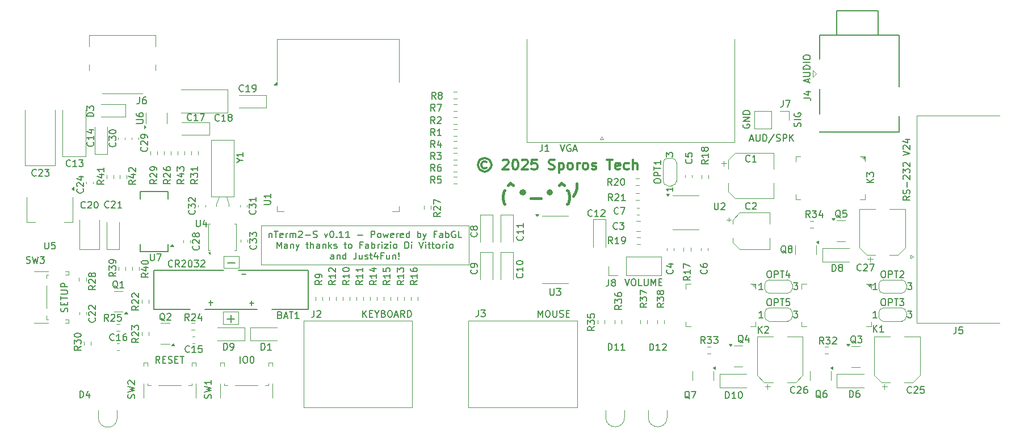
<source format=gto>
%TF.GenerationSoftware,KiCad,Pcbnew,9.0.6*%
%TF.CreationDate,2025-12-03T13:03:29+01:00*%
%TF.ProjectId,nTerm2-S FT231,6e546572-6d32-42d5-9320-46543233312e,0.11*%
%TF.SameCoordinates,Original*%
%TF.FileFunction,Legend,Top*%
%TF.FilePolarity,Positive*%
%FSLAX46Y46*%
G04 Gerber Fmt 4.6, Leading zero omitted, Abs format (unit mm)*
G04 Created by KiCad (PCBNEW 9.0.6) date 2025-12-03 13:03:29*
%MOMM*%
%LPD*%
G01*
G04 APERTURE LIST*
%ADD10C,0.150000*%
%ADD11C,0.300000*%
%ADD12C,0.400000*%
%ADD13C,0.200000*%
%ADD14C,0.100000*%
%ADD15C,0.120000*%
G04 APERTURE END LIST*
D10*
X107778779Y-120900819D02*
X107778779Y-119900819D01*
X108445445Y-119900819D02*
X108635921Y-119900819D01*
X108635921Y-119900819D02*
X108731159Y-119948438D01*
X108731159Y-119948438D02*
X108826397Y-120043676D01*
X108826397Y-120043676D02*
X108874016Y-120234152D01*
X108874016Y-120234152D02*
X108874016Y-120567485D01*
X108874016Y-120567485D02*
X108826397Y-120757961D01*
X108826397Y-120757961D02*
X108731159Y-120853200D01*
X108731159Y-120853200D02*
X108635921Y-120900819D01*
X108635921Y-120900819D02*
X108445445Y-120900819D01*
X108445445Y-120900819D02*
X108350207Y-120853200D01*
X108350207Y-120853200D02*
X108254969Y-120757961D01*
X108254969Y-120757961D02*
X108207350Y-120567485D01*
X108207350Y-120567485D02*
X108207350Y-120234152D01*
X108207350Y-120234152D02*
X108254969Y-120043676D01*
X108254969Y-120043676D02*
X108350207Y-119948438D01*
X108350207Y-119948438D02*
X108445445Y-119900819D01*
X109493064Y-119900819D02*
X109588302Y-119900819D01*
X109588302Y-119900819D02*
X109683540Y-119948438D01*
X109683540Y-119948438D02*
X109731159Y-119996057D01*
X109731159Y-119996057D02*
X109778778Y-120091295D01*
X109778778Y-120091295D02*
X109826397Y-120281771D01*
X109826397Y-120281771D02*
X109826397Y-120519866D01*
X109826397Y-120519866D02*
X109778778Y-120710342D01*
X109778778Y-120710342D02*
X109731159Y-120805580D01*
X109731159Y-120805580D02*
X109683540Y-120853200D01*
X109683540Y-120853200D02*
X109588302Y-120900819D01*
X109588302Y-120900819D02*
X109493064Y-120900819D01*
X109493064Y-120900819D02*
X109397826Y-120853200D01*
X109397826Y-120853200D02*
X109350207Y-120805580D01*
X109350207Y-120805580D02*
X109302588Y-120710342D01*
X109302588Y-120710342D02*
X109254969Y-120519866D01*
X109254969Y-120519866D02*
X109254969Y-120281771D01*
X109254969Y-120281771D02*
X109302588Y-120091295D01*
X109302588Y-120091295D02*
X109350207Y-119996057D01*
X109350207Y-119996057D02*
X109397826Y-119948438D01*
X109397826Y-119948438D02*
X109493064Y-119900819D01*
D11*
X144516796Y-90859971D02*
X144373939Y-90788542D01*
X144373939Y-90788542D02*
X144088225Y-90788542D01*
X144088225Y-90788542D02*
X143945368Y-90859971D01*
X143945368Y-90859971D02*
X143802510Y-91002828D01*
X143802510Y-91002828D02*
X143731082Y-91145685D01*
X143731082Y-91145685D02*
X143731082Y-91431400D01*
X143731082Y-91431400D02*
X143802510Y-91574257D01*
X143802510Y-91574257D02*
X143945368Y-91717114D01*
X143945368Y-91717114D02*
X144088225Y-91788542D01*
X144088225Y-91788542D02*
X144373939Y-91788542D01*
X144373939Y-91788542D02*
X144516796Y-91717114D01*
X144231082Y-90288542D02*
X143873939Y-90359971D01*
X143873939Y-90359971D02*
X143516796Y-90574257D01*
X143516796Y-90574257D02*
X143302510Y-90931400D01*
X143302510Y-90931400D02*
X143231082Y-91288542D01*
X143231082Y-91288542D02*
X143302510Y-91645685D01*
X143302510Y-91645685D02*
X143516796Y-92002828D01*
X143516796Y-92002828D02*
X143873939Y-92217114D01*
X143873939Y-92217114D02*
X144231082Y-92288542D01*
X144231082Y-92288542D02*
X144588225Y-92217114D01*
X144588225Y-92217114D02*
X144945368Y-92002828D01*
X144945368Y-92002828D02*
X145159653Y-91645685D01*
X145159653Y-91645685D02*
X145231082Y-91288542D01*
X145231082Y-91288542D02*
X145159653Y-90931400D01*
X145159653Y-90931400D02*
X144945368Y-90574257D01*
X144945368Y-90574257D02*
X144588225Y-90359971D01*
X144588225Y-90359971D02*
X144231082Y-90288542D01*
X146945368Y-90645685D02*
X147016796Y-90574257D01*
X147016796Y-90574257D02*
X147159654Y-90502828D01*
X147159654Y-90502828D02*
X147516796Y-90502828D01*
X147516796Y-90502828D02*
X147659654Y-90574257D01*
X147659654Y-90574257D02*
X147731082Y-90645685D01*
X147731082Y-90645685D02*
X147802511Y-90788542D01*
X147802511Y-90788542D02*
X147802511Y-90931400D01*
X147802511Y-90931400D02*
X147731082Y-91145685D01*
X147731082Y-91145685D02*
X146873939Y-92002828D01*
X146873939Y-92002828D02*
X147802511Y-92002828D01*
X148731082Y-90502828D02*
X148873939Y-90502828D01*
X148873939Y-90502828D02*
X149016796Y-90574257D01*
X149016796Y-90574257D02*
X149088225Y-90645685D01*
X149088225Y-90645685D02*
X149159653Y-90788542D01*
X149159653Y-90788542D02*
X149231082Y-91074257D01*
X149231082Y-91074257D02*
X149231082Y-91431400D01*
X149231082Y-91431400D02*
X149159653Y-91717114D01*
X149159653Y-91717114D02*
X149088225Y-91859971D01*
X149088225Y-91859971D02*
X149016796Y-91931400D01*
X149016796Y-91931400D02*
X148873939Y-92002828D01*
X148873939Y-92002828D02*
X148731082Y-92002828D01*
X148731082Y-92002828D02*
X148588225Y-91931400D01*
X148588225Y-91931400D02*
X148516796Y-91859971D01*
X148516796Y-91859971D02*
X148445367Y-91717114D01*
X148445367Y-91717114D02*
X148373939Y-91431400D01*
X148373939Y-91431400D02*
X148373939Y-91074257D01*
X148373939Y-91074257D02*
X148445367Y-90788542D01*
X148445367Y-90788542D02*
X148516796Y-90645685D01*
X148516796Y-90645685D02*
X148588225Y-90574257D01*
X148588225Y-90574257D02*
X148731082Y-90502828D01*
X149802510Y-90645685D02*
X149873938Y-90574257D01*
X149873938Y-90574257D02*
X150016796Y-90502828D01*
X150016796Y-90502828D02*
X150373938Y-90502828D01*
X150373938Y-90502828D02*
X150516796Y-90574257D01*
X150516796Y-90574257D02*
X150588224Y-90645685D01*
X150588224Y-90645685D02*
X150659653Y-90788542D01*
X150659653Y-90788542D02*
X150659653Y-90931400D01*
X150659653Y-90931400D02*
X150588224Y-91145685D01*
X150588224Y-91145685D02*
X149731081Y-92002828D01*
X149731081Y-92002828D02*
X150659653Y-92002828D01*
X152016795Y-90502828D02*
X151302509Y-90502828D01*
X151302509Y-90502828D02*
X151231081Y-91217114D01*
X151231081Y-91217114D02*
X151302509Y-91145685D01*
X151302509Y-91145685D02*
X151445367Y-91074257D01*
X151445367Y-91074257D02*
X151802509Y-91074257D01*
X151802509Y-91074257D02*
X151945367Y-91145685D01*
X151945367Y-91145685D02*
X152016795Y-91217114D01*
X152016795Y-91217114D02*
X152088224Y-91359971D01*
X152088224Y-91359971D02*
X152088224Y-91717114D01*
X152088224Y-91717114D02*
X152016795Y-91859971D01*
X152016795Y-91859971D02*
X151945367Y-91931400D01*
X151945367Y-91931400D02*
X151802509Y-92002828D01*
X151802509Y-92002828D02*
X151445367Y-92002828D01*
X151445367Y-92002828D02*
X151302509Y-91931400D01*
X151302509Y-91931400D02*
X151231081Y-91859971D01*
X153802509Y-91931400D02*
X154016795Y-92002828D01*
X154016795Y-92002828D02*
X154373937Y-92002828D01*
X154373937Y-92002828D02*
X154516795Y-91931400D01*
X154516795Y-91931400D02*
X154588223Y-91859971D01*
X154588223Y-91859971D02*
X154659652Y-91717114D01*
X154659652Y-91717114D02*
X154659652Y-91574257D01*
X154659652Y-91574257D02*
X154588223Y-91431400D01*
X154588223Y-91431400D02*
X154516795Y-91359971D01*
X154516795Y-91359971D02*
X154373937Y-91288542D01*
X154373937Y-91288542D02*
X154088223Y-91217114D01*
X154088223Y-91217114D02*
X153945366Y-91145685D01*
X153945366Y-91145685D02*
X153873937Y-91074257D01*
X153873937Y-91074257D02*
X153802509Y-90931400D01*
X153802509Y-90931400D02*
X153802509Y-90788542D01*
X153802509Y-90788542D02*
X153873937Y-90645685D01*
X153873937Y-90645685D02*
X153945366Y-90574257D01*
X153945366Y-90574257D02*
X154088223Y-90502828D01*
X154088223Y-90502828D02*
X154445366Y-90502828D01*
X154445366Y-90502828D02*
X154659652Y-90574257D01*
X155302508Y-91002828D02*
X155302508Y-92502828D01*
X155302508Y-91074257D02*
X155445366Y-91002828D01*
X155445366Y-91002828D02*
X155731080Y-91002828D01*
X155731080Y-91002828D02*
X155873937Y-91074257D01*
X155873937Y-91074257D02*
X155945366Y-91145685D01*
X155945366Y-91145685D02*
X156016794Y-91288542D01*
X156016794Y-91288542D02*
X156016794Y-91717114D01*
X156016794Y-91717114D02*
X155945366Y-91859971D01*
X155945366Y-91859971D02*
X155873937Y-91931400D01*
X155873937Y-91931400D02*
X155731080Y-92002828D01*
X155731080Y-92002828D02*
X155445366Y-92002828D01*
X155445366Y-92002828D02*
X155302508Y-91931400D01*
X156873937Y-92002828D02*
X156731080Y-91931400D01*
X156731080Y-91931400D02*
X156659651Y-91859971D01*
X156659651Y-91859971D02*
X156588223Y-91717114D01*
X156588223Y-91717114D02*
X156588223Y-91288542D01*
X156588223Y-91288542D02*
X156659651Y-91145685D01*
X156659651Y-91145685D02*
X156731080Y-91074257D01*
X156731080Y-91074257D02*
X156873937Y-91002828D01*
X156873937Y-91002828D02*
X157088223Y-91002828D01*
X157088223Y-91002828D02*
X157231080Y-91074257D01*
X157231080Y-91074257D02*
X157302509Y-91145685D01*
X157302509Y-91145685D02*
X157373937Y-91288542D01*
X157373937Y-91288542D02*
X157373937Y-91717114D01*
X157373937Y-91717114D02*
X157302509Y-91859971D01*
X157302509Y-91859971D02*
X157231080Y-91931400D01*
X157231080Y-91931400D02*
X157088223Y-92002828D01*
X157088223Y-92002828D02*
X156873937Y-92002828D01*
X158016794Y-92002828D02*
X158016794Y-91002828D01*
X158016794Y-91288542D02*
X158088223Y-91145685D01*
X158088223Y-91145685D02*
X158159652Y-91074257D01*
X158159652Y-91074257D02*
X158302509Y-91002828D01*
X158302509Y-91002828D02*
X158445366Y-91002828D01*
X159159651Y-92002828D02*
X159016794Y-91931400D01*
X159016794Y-91931400D02*
X158945365Y-91859971D01*
X158945365Y-91859971D02*
X158873937Y-91717114D01*
X158873937Y-91717114D02*
X158873937Y-91288542D01*
X158873937Y-91288542D02*
X158945365Y-91145685D01*
X158945365Y-91145685D02*
X159016794Y-91074257D01*
X159016794Y-91074257D02*
X159159651Y-91002828D01*
X159159651Y-91002828D02*
X159373937Y-91002828D01*
X159373937Y-91002828D02*
X159516794Y-91074257D01*
X159516794Y-91074257D02*
X159588223Y-91145685D01*
X159588223Y-91145685D02*
X159659651Y-91288542D01*
X159659651Y-91288542D02*
X159659651Y-91717114D01*
X159659651Y-91717114D02*
X159588223Y-91859971D01*
X159588223Y-91859971D02*
X159516794Y-91931400D01*
X159516794Y-91931400D02*
X159373937Y-92002828D01*
X159373937Y-92002828D02*
X159159651Y-92002828D01*
X160231080Y-91931400D02*
X160373937Y-92002828D01*
X160373937Y-92002828D02*
X160659651Y-92002828D01*
X160659651Y-92002828D02*
X160802508Y-91931400D01*
X160802508Y-91931400D02*
X160873937Y-91788542D01*
X160873937Y-91788542D02*
X160873937Y-91717114D01*
X160873937Y-91717114D02*
X160802508Y-91574257D01*
X160802508Y-91574257D02*
X160659651Y-91502828D01*
X160659651Y-91502828D02*
X160445366Y-91502828D01*
X160445366Y-91502828D02*
X160302508Y-91431400D01*
X160302508Y-91431400D02*
X160231080Y-91288542D01*
X160231080Y-91288542D02*
X160231080Y-91217114D01*
X160231080Y-91217114D02*
X160302508Y-91074257D01*
X160302508Y-91074257D02*
X160445366Y-91002828D01*
X160445366Y-91002828D02*
X160659651Y-91002828D01*
X160659651Y-91002828D02*
X160802508Y-91074257D01*
X162445366Y-90502828D02*
X163302509Y-90502828D01*
X162873937Y-92002828D02*
X162873937Y-90502828D01*
X164373937Y-91931400D02*
X164231080Y-92002828D01*
X164231080Y-92002828D02*
X163945366Y-92002828D01*
X163945366Y-92002828D02*
X163802508Y-91931400D01*
X163802508Y-91931400D02*
X163731080Y-91788542D01*
X163731080Y-91788542D02*
X163731080Y-91217114D01*
X163731080Y-91217114D02*
X163802508Y-91074257D01*
X163802508Y-91074257D02*
X163945366Y-91002828D01*
X163945366Y-91002828D02*
X164231080Y-91002828D01*
X164231080Y-91002828D02*
X164373937Y-91074257D01*
X164373937Y-91074257D02*
X164445366Y-91217114D01*
X164445366Y-91217114D02*
X164445366Y-91359971D01*
X164445366Y-91359971D02*
X163731080Y-91502828D01*
X165731080Y-91931400D02*
X165588222Y-92002828D01*
X165588222Y-92002828D02*
X165302508Y-92002828D01*
X165302508Y-92002828D02*
X165159651Y-91931400D01*
X165159651Y-91931400D02*
X165088222Y-91859971D01*
X165088222Y-91859971D02*
X165016794Y-91717114D01*
X165016794Y-91717114D02*
X165016794Y-91288542D01*
X165016794Y-91288542D02*
X165088222Y-91145685D01*
X165088222Y-91145685D02*
X165159651Y-91074257D01*
X165159651Y-91074257D02*
X165302508Y-91002828D01*
X165302508Y-91002828D02*
X165588222Y-91002828D01*
X165588222Y-91002828D02*
X165731080Y-91074257D01*
X166373936Y-92002828D02*
X166373936Y-90502828D01*
X167016794Y-92002828D02*
X167016794Y-91217114D01*
X167016794Y-91217114D02*
X166945365Y-91074257D01*
X166945365Y-91074257D02*
X166802508Y-91002828D01*
X166802508Y-91002828D02*
X166588222Y-91002828D01*
X166588222Y-91002828D02*
X166445365Y-91074257D01*
X166445365Y-91074257D02*
X166373936Y-91145685D01*
D10*
X152228779Y-114042819D02*
X152228779Y-113042819D01*
X152228779Y-113042819D02*
X152562112Y-113757104D01*
X152562112Y-113757104D02*
X152895445Y-113042819D01*
X152895445Y-113042819D02*
X152895445Y-114042819D01*
X153562112Y-113042819D02*
X153752588Y-113042819D01*
X153752588Y-113042819D02*
X153847826Y-113090438D01*
X153847826Y-113090438D02*
X153943064Y-113185676D01*
X153943064Y-113185676D02*
X153990683Y-113376152D01*
X153990683Y-113376152D02*
X153990683Y-113709485D01*
X153990683Y-113709485D02*
X153943064Y-113899961D01*
X153943064Y-113899961D02*
X153847826Y-113995200D01*
X153847826Y-113995200D02*
X153752588Y-114042819D01*
X153752588Y-114042819D02*
X153562112Y-114042819D01*
X153562112Y-114042819D02*
X153466874Y-113995200D01*
X153466874Y-113995200D02*
X153371636Y-113899961D01*
X153371636Y-113899961D02*
X153324017Y-113709485D01*
X153324017Y-113709485D02*
X153324017Y-113376152D01*
X153324017Y-113376152D02*
X153371636Y-113185676D01*
X153371636Y-113185676D02*
X153466874Y-113090438D01*
X153466874Y-113090438D02*
X153562112Y-113042819D01*
X154419255Y-113042819D02*
X154419255Y-113852342D01*
X154419255Y-113852342D02*
X154466874Y-113947580D01*
X154466874Y-113947580D02*
X154514493Y-113995200D01*
X154514493Y-113995200D02*
X154609731Y-114042819D01*
X154609731Y-114042819D02*
X154800207Y-114042819D01*
X154800207Y-114042819D02*
X154895445Y-113995200D01*
X154895445Y-113995200D02*
X154943064Y-113947580D01*
X154943064Y-113947580D02*
X154990683Y-113852342D01*
X154990683Y-113852342D02*
X154990683Y-113042819D01*
X155419255Y-113995200D02*
X155562112Y-114042819D01*
X155562112Y-114042819D02*
X155800207Y-114042819D01*
X155800207Y-114042819D02*
X155895445Y-113995200D01*
X155895445Y-113995200D02*
X155943064Y-113947580D01*
X155943064Y-113947580D02*
X155990683Y-113852342D01*
X155990683Y-113852342D02*
X155990683Y-113757104D01*
X155990683Y-113757104D02*
X155943064Y-113661866D01*
X155943064Y-113661866D02*
X155895445Y-113614247D01*
X155895445Y-113614247D02*
X155800207Y-113566628D01*
X155800207Y-113566628D02*
X155609731Y-113519009D01*
X155609731Y-113519009D02*
X155514493Y-113471390D01*
X155514493Y-113471390D02*
X155466874Y-113423771D01*
X155466874Y-113423771D02*
X155419255Y-113328533D01*
X155419255Y-113328533D02*
X155419255Y-113233295D01*
X155419255Y-113233295D02*
X155466874Y-113138057D01*
X155466874Y-113138057D02*
X155514493Y-113090438D01*
X155514493Y-113090438D02*
X155609731Y-113042819D01*
X155609731Y-113042819D02*
X155847826Y-113042819D01*
X155847826Y-113042819D02*
X155990683Y-113090438D01*
X156419255Y-113519009D02*
X156752588Y-113519009D01*
X156895445Y-114042819D02*
X156419255Y-114042819D01*
X156419255Y-114042819D02*
X156419255Y-113042819D01*
X156419255Y-113042819D02*
X156895445Y-113042819D01*
X183804160Y-87468104D02*
X184280350Y-87468104D01*
X183708922Y-87753819D02*
X184042255Y-86753819D01*
X184042255Y-86753819D02*
X184375588Y-87753819D01*
X184708922Y-86753819D02*
X184708922Y-87563342D01*
X184708922Y-87563342D02*
X184756541Y-87658580D01*
X184756541Y-87658580D02*
X184804160Y-87706200D01*
X184804160Y-87706200D02*
X184899398Y-87753819D01*
X184899398Y-87753819D02*
X185089874Y-87753819D01*
X185089874Y-87753819D02*
X185185112Y-87706200D01*
X185185112Y-87706200D02*
X185232731Y-87658580D01*
X185232731Y-87658580D02*
X185280350Y-87563342D01*
X185280350Y-87563342D02*
X185280350Y-86753819D01*
X185756541Y-87753819D02*
X185756541Y-86753819D01*
X185756541Y-86753819D02*
X185994636Y-86753819D01*
X185994636Y-86753819D02*
X186137493Y-86801438D01*
X186137493Y-86801438D02*
X186232731Y-86896676D01*
X186232731Y-86896676D02*
X186280350Y-86991914D01*
X186280350Y-86991914D02*
X186327969Y-87182390D01*
X186327969Y-87182390D02*
X186327969Y-87325247D01*
X186327969Y-87325247D02*
X186280350Y-87515723D01*
X186280350Y-87515723D02*
X186232731Y-87610961D01*
X186232731Y-87610961D02*
X186137493Y-87706200D01*
X186137493Y-87706200D02*
X185994636Y-87753819D01*
X185994636Y-87753819D02*
X185756541Y-87753819D01*
X187470826Y-86706200D02*
X186613684Y-87991914D01*
X187756541Y-87706200D02*
X187899398Y-87753819D01*
X187899398Y-87753819D02*
X188137493Y-87753819D01*
X188137493Y-87753819D02*
X188232731Y-87706200D01*
X188232731Y-87706200D02*
X188280350Y-87658580D01*
X188280350Y-87658580D02*
X188327969Y-87563342D01*
X188327969Y-87563342D02*
X188327969Y-87468104D01*
X188327969Y-87468104D02*
X188280350Y-87372866D01*
X188280350Y-87372866D02*
X188232731Y-87325247D01*
X188232731Y-87325247D02*
X188137493Y-87277628D01*
X188137493Y-87277628D02*
X187947017Y-87230009D01*
X187947017Y-87230009D02*
X187851779Y-87182390D01*
X187851779Y-87182390D02*
X187804160Y-87134771D01*
X187804160Y-87134771D02*
X187756541Y-87039533D01*
X187756541Y-87039533D02*
X187756541Y-86944295D01*
X187756541Y-86944295D02*
X187804160Y-86849057D01*
X187804160Y-86849057D02*
X187851779Y-86801438D01*
X187851779Y-86801438D02*
X187947017Y-86753819D01*
X187947017Y-86753819D02*
X188185112Y-86753819D01*
X188185112Y-86753819D02*
X188327969Y-86801438D01*
X188756541Y-87753819D02*
X188756541Y-86753819D01*
X188756541Y-86753819D02*
X189137493Y-86753819D01*
X189137493Y-86753819D02*
X189232731Y-86801438D01*
X189232731Y-86801438D02*
X189280350Y-86849057D01*
X189280350Y-86849057D02*
X189327969Y-86944295D01*
X189327969Y-86944295D02*
X189327969Y-87087152D01*
X189327969Y-87087152D02*
X189280350Y-87182390D01*
X189280350Y-87182390D02*
X189232731Y-87230009D01*
X189232731Y-87230009D02*
X189137493Y-87277628D01*
X189137493Y-87277628D02*
X188756541Y-87277628D01*
X189756541Y-87753819D02*
X189756541Y-86753819D01*
X190327969Y-87753819D02*
X189899398Y-87182390D01*
X190327969Y-86753819D02*
X189756541Y-87325247D01*
X192497104Y-78958839D02*
X192497104Y-78482649D01*
X192782819Y-79054077D02*
X191782819Y-78720744D01*
X191782819Y-78720744D02*
X192782819Y-78387411D01*
X191782819Y-78054077D02*
X192592342Y-78054077D01*
X192592342Y-78054077D02*
X192687580Y-78006458D01*
X192687580Y-78006458D02*
X192735200Y-77958839D01*
X192735200Y-77958839D02*
X192782819Y-77863601D01*
X192782819Y-77863601D02*
X192782819Y-77673125D01*
X192782819Y-77673125D02*
X192735200Y-77577887D01*
X192735200Y-77577887D02*
X192687580Y-77530268D01*
X192687580Y-77530268D02*
X192592342Y-77482649D01*
X192592342Y-77482649D02*
X191782819Y-77482649D01*
X192782819Y-77006458D02*
X191782819Y-77006458D01*
X191782819Y-77006458D02*
X191782819Y-76768363D01*
X191782819Y-76768363D02*
X191830438Y-76625506D01*
X191830438Y-76625506D02*
X191925676Y-76530268D01*
X191925676Y-76530268D02*
X192020914Y-76482649D01*
X192020914Y-76482649D02*
X192211390Y-76435030D01*
X192211390Y-76435030D02*
X192354247Y-76435030D01*
X192354247Y-76435030D02*
X192544723Y-76482649D01*
X192544723Y-76482649D02*
X192639961Y-76530268D01*
X192639961Y-76530268D02*
X192735200Y-76625506D01*
X192735200Y-76625506D02*
X192782819Y-76768363D01*
X192782819Y-76768363D02*
X192782819Y-77006458D01*
X192782819Y-76006458D02*
X191782819Y-76006458D01*
X191782819Y-75339792D02*
X191782819Y-75149316D01*
X191782819Y-75149316D02*
X191830438Y-75054078D01*
X191830438Y-75054078D02*
X191925676Y-74958840D01*
X191925676Y-74958840D02*
X192116152Y-74911221D01*
X192116152Y-74911221D02*
X192449485Y-74911221D01*
X192449485Y-74911221D02*
X192639961Y-74958840D01*
X192639961Y-74958840D02*
X192735200Y-75054078D01*
X192735200Y-75054078D02*
X192782819Y-75149316D01*
X192782819Y-75149316D02*
X192782819Y-75339792D01*
X192782819Y-75339792D02*
X192735200Y-75435030D01*
X192735200Y-75435030D02*
X192639961Y-75530268D01*
X192639961Y-75530268D02*
X192449485Y-75577887D01*
X192449485Y-75577887D02*
X192116152Y-75577887D01*
X192116152Y-75577887D02*
X191925676Y-75530268D01*
X191925676Y-75530268D02*
X191830438Y-75435030D01*
X191830438Y-75435030D02*
X191782819Y-75339792D01*
X81991200Y-113248839D02*
X82038819Y-113105982D01*
X82038819Y-113105982D02*
X82038819Y-112867887D01*
X82038819Y-112867887D02*
X81991200Y-112772649D01*
X81991200Y-112772649D02*
X81943580Y-112725030D01*
X81943580Y-112725030D02*
X81848342Y-112677411D01*
X81848342Y-112677411D02*
X81753104Y-112677411D01*
X81753104Y-112677411D02*
X81657866Y-112725030D01*
X81657866Y-112725030D02*
X81610247Y-112772649D01*
X81610247Y-112772649D02*
X81562628Y-112867887D01*
X81562628Y-112867887D02*
X81515009Y-113058363D01*
X81515009Y-113058363D02*
X81467390Y-113153601D01*
X81467390Y-113153601D02*
X81419771Y-113201220D01*
X81419771Y-113201220D02*
X81324533Y-113248839D01*
X81324533Y-113248839D02*
X81229295Y-113248839D01*
X81229295Y-113248839D02*
X81134057Y-113201220D01*
X81134057Y-113201220D02*
X81086438Y-113153601D01*
X81086438Y-113153601D02*
X81038819Y-113058363D01*
X81038819Y-113058363D02*
X81038819Y-112820268D01*
X81038819Y-112820268D02*
X81086438Y-112677411D01*
X81515009Y-112248839D02*
X81515009Y-111915506D01*
X82038819Y-111772649D02*
X82038819Y-112248839D01*
X82038819Y-112248839D02*
X81038819Y-112248839D01*
X81038819Y-112248839D02*
X81038819Y-111772649D01*
X81038819Y-111486934D02*
X81038819Y-110915506D01*
X82038819Y-111201220D02*
X81038819Y-111201220D01*
X81038819Y-110582172D02*
X81848342Y-110582172D01*
X81848342Y-110582172D02*
X81943580Y-110534553D01*
X81943580Y-110534553D02*
X81991200Y-110486934D01*
X81991200Y-110486934D02*
X82038819Y-110391696D01*
X82038819Y-110391696D02*
X82038819Y-110201220D01*
X82038819Y-110201220D02*
X81991200Y-110105982D01*
X81991200Y-110105982D02*
X81943580Y-110058363D01*
X81943580Y-110058363D02*
X81848342Y-110010744D01*
X81848342Y-110010744D02*
X81038819Y-110010744D01*
X82038819Y-109534553D02*
X81038819Y-109534553D01*
X81038819Y-109534553D02*
X81038819Y-109153601D01*
X81038819Y-109153601D02*
X81086438Y-109058363D01*
X81086438Y-109058363D02*
X81134057Y-109010744D01*
X81134057Y-109010744D02*
X81229295Y-108963125D01*
X81229295Y-108963125D02*
X81372152Y-108963125D01*
X81372152Y-108963125D02*
X81467390Y-109010744D01*
X81467390Y-109010744D02*
X81515009Y-109058363D01*
X81515009Y-109058363D02*
X81562628Y-109153601D01*
X81562628Y-109153601D02*
X81562628Y-109534553D01*
X97682207Y-106454580D02*
X97634588Y-106502200D01*
X97634588Y-106502200D02*
X97491731Y-106549819D01*
X97491731Y-106549819D02*
X97396493Y-106549819D01*
X97396493Y-106549819D02*
X97253636Y-106502200D01*
X97253636Y-106502200D02*
X97158398Y-106406961D01*
X97158398Y-106406961D02*
X97110779Y-106311723D01*
X97110779Y-106311723D02*
X97063160Y-106121247D01*
X97063160Y-106121247D02*
X97063160Y-105978390D01*
X97063160Y-105978390D02*
X97110779Y-105787914D01*
X97110779Y-105787914D02*
X97158398Y-105692676D01*
X97158398Y-105692676D02*
X97253636Y-105597438D01*
X97253636Y-105597438D02*
X97396493Y-105549819D01*
X97396493Y-105549819D02*
X97491731Y-105549819D01*
X97491731Y-105549819D02*
X97634588Y-105597438D01*
X97634588Y-105597438D02*
X97682207Y-105645057D01*
X98682207Y-106549819D02*
X98348874Y-106073628D01*
X98110779Y-106549819D02*
X98110779Y-105549819D01*
X98110779Y-105549819D02*
X98491731Y-105549819D01*
X98491731Y-105549819D02*
X98586969Y-105597438D01*
X98586969Y-105597438D02*
X98634588Y-105645057D01*
X98634588Y-105645057D02*
X98682207Y-105740295D01*
X98682207Y-105740295D02*
X98682207Y-105883152D01*
X98682207Y-105883152D02*
X98634588Y-105978390D01*
X98634588Y-105978390D02*
X98586969Y-106026009D01*
X98586969Y-106026009D02*
X98491731Y-106073628D01*
X98491731Y-106073628D02*
X98110779Y-106073628D01*
X99063160Y-105645057D02*
X99110779Y-105597438D01*
X99110779Y-105597438D02*
X99206017Y-105549819D01*
X99206017Y-105549819D02*
X99444112Y-105549819D01*
X99444112Y-105549819D02*
X99539350Y-105597438D01*
X99539350Y-105597438D02*
X99586969Y-105645057D01*
X99586969Y-105645057D02*
X99634588Y-105740295D01*
X99634588Y-105740295D02*
X99634588Y-105835533D01*
X99634588Y-105835533D02*
X99586969Y-105978390D01*
X99586969Y-105978390D02*
X99015541Y-106549819D01*
X99015541Y-106549819D02*
X99634588Y-106549819D01*
X100253636Y-105549819D02*
X100348874Y-105549819D01*
X100348874Y-105549819D02*
X100444112Y-105597438D01*
X100444112Y-105597438D02*
X100491731Y-105645057D01*
X100491731Y-105645057D02*
X100539350Y-105740295D01*
X100539350Y-105740295D02*
X100586969Y-105930771D01*
X100586969Y-105930771D02*
X100586969Y-106168866D01*
X100586969Y-106168866D02*
X100539350Y-106359342D01*
X100539350Y-106359342D02*
X100491731Y-106454580D01*
X100491731Y-106454580D02*
X100444112Y-106502200D01*
X100444112Y-106502200D02*
X100348874Y-106549819D01*
X100348874Y-106549819D02*
X100253636Y-106549819D01*
X100253636Y-106549819D02*
X100158398Y-106502200D01*
X100158398Y-106502200D02*
X100110779Y-106454580D01*
X100110779Y-106454580D02*
X100063160Y-106359342D01*
X100063160Y-106359342D02*
X100015541Y-106168866D01*
X100015541Y-106168866D02*
X100015541Y-105930771D01*
X100015541Y-105930771D02*
X100063160Y-105740295D01*
X100063160Y-105740295D02*
X100110779Y-105645057D01*
X100110779Y-105645057D02*
X100158398Y-105597438D01*
X100158398Y-105597438D02*
X100253636Y-105549819D01*
X100920303Y-105549819D02*
X101539350Y-105549819D01*
X101539350Y-105549819D02*
X101206017Y-105930771D01*
X101206017Y-105930771D02*
X101348874Y-105930771D01*
X101348874Y-105930771D02*
X101444112Y-105978390D01*
X101444112Y-105978390D02*
X101491731Y-106026009D01*
X101491731Y-106026009D02*
X101539350Y-106121247D01*
X101539350Y-106121247D02*
X101539350Y-106359342D01*
X101539350Y-106359342D02*
X101491731Y-106454580D01*
X101491731Y-106454580D02*
X101444112Y-106502200D01*
X101444112Y-106502200D02*
X101348874Y-106549819D01*
X101348874Y-106549819D02*
X101063160Y-106549819D01*
X101063160Y-106549819D02*
X100967922Y-106502200D01*
X100967922Y-106502200D02*
X100920303Y-106454580D01*
X101920303Y-105645057D02*
X101967922Y-105597438D01*
X101967922Y-105597438D02*
X102063160Y-105549819D01*
X102063160Y-105549819D02*
X102301255Y-105549819D01*
X102301255Y-105549819D02*
X102396493Y-105597438D01*
X102396493Y-105597438D02*
X102444112Y-105645057D01*
X102444112Y-105645057D02*
X102491731Y-105740295D01*
X102491731Y-105740295D02*
X102491731Y-105835533D01*
X102491731Y-105835533D02*
X102444112Y-105978390D01*
X102444112Y-105978390D02*
X101872684Y-106549819D01*
X101872684Y-106549819D02*
X102491731Y-106549819D01*
D12*
X147233823Y-95079819D02*
X147138585Y-95175057D01*
X147138585Y-95175057D02*
X147043347Y-95460771D01*
X147043347Y-95460771D02*
X146948109Y-95936961D01*
X146948109Y-95936961D02*
X146948109Y-96317914D01*
X146948109Y-96317914D02*
X147043347Y-96794104D01*
X147043347Y-96794104D02*
X147138585Y-97079819D01*
X147138585Y-97079819D02*
X147233823Y-97175057D01*
X147710014Y-94317914D02*
X148090966Y-94032200D01*
X148090966Y-94032200D02*
X148471918Y-94317914D01*
X149710014Y-95175057D02*
X149710014Y-95556009D01*
X149805252Y-95556009D02*
X149805252Y-95175057D01*
X149900490Y-95079819D02*
X149900490Y-95651247D01*
X149995728Y-95556009D02*
X149995728Y-95175057D01*
X150090966Y-95175057D02*
X150090966Y-95556009D01*
X149710014Y-95460771D02*
X149900490Y-95651247D01*
X149900490Y-95651247D02*
X150090966Y-95460771D01*
X149710014Y-95270295D02*
X149900490Y-95079819D01*
X149900490Y-95079819D02*
X150090966Y-95270295D01*
X149710014Y-95175057D02*
X149900490Y-95079819D01*
X149900490Y-95079819D02*
X150090966Y-95175057D01*
X150090966Y-95175057D02*
X150186204Y-95365533D01*
X150186204Y-95365533D02*
X150090966Y-95556009D01*
X150090966Y-95556009D02*
X149900490Y-95651247D01*
X149900490Y-95651247D02*
X149710014Y-95556009D01*
X149710014Y-95556009D02*
X149614775Y-95365533D01*
X149614775Y-95365533D02*
X149710014Y-95175057D01*
X151138585Y-96317914D02*
X152662394Y-96317914D01*
X153710014Y-95175057D02*
X153710014Y-95556009D01*
X153805252Y-95556009D02*
X153805252Y-95175057D01*
X153900490Y-95079819D02*
X153900490Y-95651247D01*
X153995728Y-95556009D02*
X153995728Y-95175057D01*
X154090966Y-95175057D02*
X154090966Y-95556009D01*
X153710014Y-95460771D02*
X153900490Y-95651247D01*
X153900490Y-95651247D02*
X154090966Y-95460771D01*
X153710014Y-95270295D02*
X153900490Y-95079819D01*
X153900490Y-95079819D02*
X154090966Y-95270295D01*
X153710014Y-95175057D02*
X153900490Y-95079819D01*
X153900490Y-95079819D02*
X154090966Y-95175057D01*
X154090966Y-95175057D02*
X154186204Y-95365533D01*
X154186204Y-95365533D02*
X154090966Y-95556009D01*
X154090966Y-95556009D02*
X153900490Y-95651247D01*
X153900490Y-95651247D02*
X153710014Y-95556009D01*
X153710014Y-95556009D02*
X153614775Y-95365533D01*
X153614775Y-95365533D02*
X153710014Y-95175057D01*
X155329061Y-94317914D02*
X155710013Y-94032200D01*
X155710013Y-94032200D02*
X156090965Y-94317914D01*
X156567156Y-95079819D02*
X156662394Y-95175057D01*
X156662394Y-95175057D02*
X156757632Y-95460771D01*
X156757632Y-95460771D02*
X156852870Y-95936961D01*
X156852870Y-95936961D02*
X156852870Y-96317914D01*
X156852870Y-96317914D02*
X156757632Y-96794104D01*
X156757632Y-96794104D02*
X156662394Y-97079819D01*
X156662394Y-97079819D02*
X156567156Y-97175057D01*
X157995727Y-94127438D02*
X157995727Y-94794104D01*
X157995727Y-94794104D02*
X157805251Y-95365533D01*
X157805251Y-95365533D02*
X157424299Y-95936961D01*
D10*
X191338200Y-85562839D02*
X191385819Y-85419982D01*
X191385819Y-85419982D02*
X191385819Y-85181887D01*
X191385819Y-85181887D02*
X191338200Y-85086649D01*
X191338200Y-85086649D02*
X191290580Y-85039030D01*
X191290580Y-85039030D02*
X191195342Y-84991411D01*
X191195342Y-84991411D02*
X191100104Y-84991411D01*
X191100104Y-84991411D02*
X191004866Y-85039030D01*
X191004866Y-85039030D02*
X190957247Y-85086649D01*
X190957247Y-85086649D02*
X190909628Y-85181887D01*
X190909628Y-85181887D02*
X190862009Y-85372363D01*
X190862009Y-85372363D02*
X190814390Y-85467601D01*
X190814390Y-85467601D02*
X190766771Y-85515220D01*
X190766771Y-85515220D02*
X190671533Y-85562839D01*
X190671533Y-85562839D02*
X190576295Y-85562839D01*
X190576295Y-85562839D02*
X190481057Y-85515220D01*
X190481057Y-85515220D02*
X190433438Y-85467601D01*
X190433438Y-85467601D02*
X190385819Y-85372363D01*
X190385819Y-85372363D02*
X190385819Y-85134268D01*
X190385819Y-85134268D02*
X190433438Y-84991411D01*
X191385819Y-84562839D02*
X190385819Y-84562839D01*
X190433438Y-83562840D02*
X190385819Y-83658078D01*
X190385819Y-83658078D02*
X190385819Y-83800935D01*
X190385819Y-83800935D02*
X190433438Y-83943792D01*
X190433438Y-83943792D02*
X190528676Y-84039030D01*
X190528676Y-84039030D02*
X190623914Y-84086649D01*
X190623914Y-84086649D02*
X190814390Y-84134268D01*
X190814390Y-84134268D02*
X190957247Y-84134268D01*
X190957247Y-84134268D02*
X191147723Y-84086649D01*
X191147723Y-84086649D02*
X191242961Y-84039030D01*
X191242961Y-84039030D02*
X191338200Y-83943792D01*
X191338200Y-83943792D02*
X191385819Y-83800935D01*
X191385819Y-83800935D02*
X191385819Y-83705697D01*
X191385819Y-83705697D02*
X191338200Y-83562840D01*
X191338200Y-83562840D02*
X191290580Y-83515221D01*
X191290580Y-83515221D02*
X190957247Y-83515221D01*
X190957247Y-83515221D02*
X190957247Y-83705697D01*
X155514922Y-88277819D02*
X155848255Y-89277819D01*
X155848255Y-89277819D02*
X156181588Y-88277819D01*
X157038731Y-88325438D02*
X156943493Y-88277819D01*
X156943493Y-88277819D02*
X156800636Y-88277819D01*
X156800636Y-88277819D02*
X156657779Y-88325438D01*
X156657779Y-88325438D02*
X156562541Y-88420676D01*
X156562541Y-88420676D02*
X156514922Y-88515914D01*
X156514922Y-88515914D02*
X156467303Y-88706390D01*
X156467303Y-88706390D02*
X156467303Y-88849247D01*
X156467303Y-88849247D02*
X156514922Y-89039723D01*
X156514922Y-89039723D02*
X156562541Y-89134961D01*
X156562541Y-89134961D02*
X156657779Y-89230200D01*
X156657779Y-89230200D02*
X156800636Y-89277819D01*
X156800636Y-89277819D02*
X156895874Y-89277819D01*
X156895874Y-89277819D02*
X157038731Y-89230200D01*
X157038731Y-89230200D02*
X157086350Y-89182580D01*
X157086350Y-89182580D02*
X157086350Y-88849247D01*
X157086350Y-88849247D02*
X156895874Y-88849247D01*
X157467303Y-88992104D02*
X157943493Y-88992104D01*
X157372065Y-89277819D02*
X157705398Y-88277819D01*
X157705398Y-88277819D02*
X158038731Y-89277819D01*
X95777207Y-120900819D02*
X95443874Y-120424628D01*
X95205779Y-120900819D02*
X95205779Y-119900819D01*
X95205779Y-119900819D02*
X95586731Y-119900819D01*
X95586731Y-119900819D02*
X95681969Y-119948438D01*
X95681969Y-119948438D02*
X95729588Y-119996057D01*
X95729588Y-119996057D02*
X95777207Y-120091295D01*
X95777207Y-120091295D02*
X95777207Y-120234152D01*
X95777207Y-120234152D02*
X95729588Y-120329390D01*
X95729588Y-120329390D02*
X95681969Y-120377009D01*
X95681969Y-120377009D02*
X95586731Y-120424628D01*
X95586731Y-120424628D02*
X95205779Y-120424628D01*
X96205779Y-120377009D02*
X96539112Y-120377009D01*
X96681969Y-120900819D02*
X96205779Y-120900819D01*
X96205779Y-120900819D02*
X96205779Y-119900819D01*
X96205779Y-119900819D02*
X96681969Y-119900819D01*
X97062922Y-120853200D02*
X97205779Y-120900819D01*
X97205779Y-120900819D02*
X97443874Y-120900819D01*
X97443874Y-120900819D02*
X97539112Y-120853200D01*
X97539112Y-120853200D02*
X97586731Y-120805580D01*
X97586731Y-120805580D02*
X97634350Y-120710342D01*
X97634350Y-120710342D02*
X97634350Y-120615104D01*
X97634350Y-120615104D02*
X97586731Y-120519866D01*
X97586731Y-120519866D02*
X97539112Y-120472247D01*
X97539112Y-120472247D02*
X97443874Y-120424628D01*
X97443874Y-120424628D02*
X97253398Y-120377009D01*
X97253398Y-120377009D02*
X97158160Y-120329390D01*
X97158160Y-120329390D02*
X97110541Y-120281771D01*
X97110541Y-120281771D02*
X97062922Y-120186533D01*
X97062922Y-120186533D02*
X97062922Y-120091295D01*
X97062922Y-120091295D02*
X97110541Y-119996057D01*
X97110541Y-119996057D02*
X97158160Y-119948438D01*
X97158160Y-119948438D02*
X97253398Y-119900819D01*
X97253398Y-119900819D02*
X97491493Y-119900819D01*
X97491493Y-119900819D02*
X97634350Y-119948438D01*
X98062922Y-120377009D02*
X98396255Y-120377009D01*
X98539112Y-120900819D02*
X98062922Y-120900819D01*
X98062922Y-120900819D02*
X98062922Y-119900819D01*
X98062922Y-119900819D02*
X98539112Y-119900819D01*
X98824827Y-119900819D02*
X99396255Y-119900819D01*
X99110541Y-120900819D02*
X99110541Y-119900819D01*
X182813438Y-85245411D02*
X182765819Y-85340649D01*
X182765819Y-85340649D02*
X182765819Y-85483506D01*
X182765819Y-85483506D02*
X182813438Y-85626363D01*
X182813438Y-85626363D02*
X182908676Y-85721601D01*
X182908676Y-85721601D02*
X183003914Y-85769220D01*
X183003914Y-85769220D02*
X183194390Y-85816839D01*
X183194390Y-85816839D02*
X183337247Y-85816839D01*
X183337247Y-85816839D02*
X183527723Y-85769220D01*
X183527723Y-85769220D02*
X183622961Y-85721601D01*
X183622961Y-85721601D02*
X183718200Y-85626363D01*
X183718200Y-85626363D02*
X183765819Y-85483506D01*
X183765819Y-85483506D02*
X183765819Y-85388268D01*
X183765819Y-85388268D02*
X183718200Y-85245411D01*
X183718200Y-85245411D02*
X183670580Y-85197792D01*
X183670580Y-85197792D02*
X183337247Y-85197792D01*
X183337247Y-85197792D02*
X183337247Y-85388268D01*
X183765819Y-84769220D02*
X182765819Y-84769220D01*
X182765819Y-84769220D02*
X183765819Y-84197792D01*
X183765819Y-84197792D02*
X182765819Y-84197792D01*
X183765819Y-83721601D02*
X182765819Y-83721601D01*
X182765819Y-83721601D02*
X182765819Y-83483506D01*
X182765819Y-83483506D02*
X182813438Y-83340649D01*
X182813438Y-83340649D02*
X182908676Y-83245411D01*
X182908676Y-83245411D02*
X183003914Y-83197792D01*
X183003914Y-83197792D02*
X183194390Y-83150173D01*
X183194390Y-83150173D02*
X183337247Y-83150173D01*
X183337247Y-83150173D02*
X183527723Y-83197792D01*
X183527723Y-83197792D02*
X183622961Y-83245411D01*
X183622961Y-83245411D02*
X183718200Y-83340649D01*
X183718200Y-83340649D02*
X183765819Y-83483506D01*
X183765819Y-83483506D02*
X183765819Y-83721601D01*
X207641819Y-95992792D02*
X207165628Y-96326125D01*
X207641819Y-96564220D02*
X206641819Y-96564220D01*
X206641819Y-96564220D02*
X206641819Y-96183268D01*
X206641819Y-96183268D02*
X206689438Y-96088030D01*
X206689438Y-96088030D02*
X206737057Y-96040411D01*
X206737057Y-96040411D02*
X206832295Y-95992792D01*
X206832295Y-95992792D02*
X206975152Y-95992792D01*
X206975152Y-95992792D02*
X207070390Y-96040411D01*
X207070390Y-96040411D02*
X207118009Y-96088030D01*
X207118009Y-96088030D02*
X207165628Y-96183268D01*
X207165628Y-96183268D02*
X207165628Y-96564220D01*
X207594200Y-95611839D02*
X207641819Y-95468982D01*
X207641819Y-95468982D02*
X207641819Y-95230887D01*
X207641819Y-95230887D02*
X207594200Y-95135649D01*
X207594200Y-95135649D02*
X207546580Y-95088030D01*
X207546580Y-95088030D02*
X207451342Y-95040411D01*
X207451342Y-95040411D02*
X207356104Y-95040411D01*
X207356104Y-95040411D02*
X207260866Y-95088030D01*
X207260866Y-95088030D02*
X207213247Y-95135649D01*
X207213247Y-95135649D02*
X207165628Y-95230887D01*
X207165628Y-95230887D02*
X207118009Y-95421363D01*
X207118009Y-95421363D02*
X207070390Y-95516601D01*
X207070390Y-95516601D02*
X207022771Y-95564220D01*
X207022771Y-95564220D02*
X206927533Y-95611839D01*
X206927533Y-95611839D02*
X206832295Y-95611839D01*
X206832295Y-95611839D02*
X206737057Y-95564220D01*
X206737057Y-95564220D02*
X206689438Y-95516601D01*
X206689438Y-95516601D02*
X206641819Y-95421363D01*
X206641819Y-95421363D02*
X206641819Y-95183268D01*
X206641819Y-95183268D02*
X206689438Y-95040411D01*
X207260866Y-94611839D02*
X207260866Y-93849935D01*
X206737057Y-93421363D02*
X206689438Y-93373744D01*
X206689438Y-93373744D02*
X206641819Y-93278506D01*
X206641819Y-93278506D02*
X206641819Y-93040411D01*
X206641819Y-93040411D02*
X206689438Y-92945173D01*
X206689438Y-92945173D02*
X206737057Y-92897554D01*
X206737057Y-92897554D02*
X206832295Y-92849935D01*
X206832295Y-92849935D02*
X206927533Y-92849935D01*
X206927533Y-92849935D02*
X207070390Y-92897554D01*
X207070390Y-92897554D02*
X207641819Y-93468982D01*
X207641819Y-93468982D02*
X207641819Y-92849935D01*
X206641819Y-92516601D02*
X206641819Y-91897554D01*
X206641819Y-91897554D02*
X207022771Y-92230887D01*
X207022771Y-92230887D02*
X207022771Y-92088030D01*
X207022771Y-92088030D02*
X207070390Y-91992792D01*
X207070390Y-91992792D02*
X207118009Y-91945173D01*
X207118009Y-91945173D02*
X207213247Y-91897554D01*
X207213247Y-91897554D02*
X207451342Y-91897554D01*
X207451342Y-91897554D02*
X207546580Y-91945173D01*
X207546580Y-91945173D02*
X207594200Y-91992792D01*
X207594200Y-91992792D02*
X207641819Y-92088030D01*
X207641819Y-92088030D02*
X207641819Y-92373744D01*
X207641819Y-92373744D02*
X207594200Y-92468982D01*
X207594200Y-92468982D02*
X207546580Y-92516601D01*
X206737057Y-91516601D02*
X206689438Y-91468982D01*
X206689438Y-91468982D02*
X206641819Y-91373744D01*
X206641819Y-91373744D02*
X206641819Y-91135649D01*
X206641819Y-91135649D02*
X206689438Y-91040411D01*
X206689438Y-91040411D02*
X206737057Y-90992792D01*
X206737057Y-90992792D02*
X206832295Y-90945173D01*
X206832295Y-90945173D02*
X206927533Y-90945173D01*
X206927533Y-90945173D02*
X207070390Y-90992792D01*
X207070390Y-90992792D02*
X207641819Y-91564220D01*
X207641819Y-91564220D02*
X207641819Y-90945173D01*
X206641819Y-89897553D02*
X207641819Y-89564220D01*
X207641819Y-89564220D02*
X206641819Y-89230887D01*
X206737057Y-88945172D02*
X206689438Y-88897553D01*
X206689438Y-88897553D02*
X206641819Y-88802315D01*
X206641819Y-88802315D02*
X206641819Y-88564220D01*
X206641819Y-88564220D02*
X206689438Y-88468982D01*
X206689438Y-88468982D02*
X206737057Y-88421363D01*
X206737057Y-88421363D02*
X206832295Y-88373744D01*
X206832295Y-88373744D02*
X206927533Y-88373744D01*
X206927533Y-88373744D02*
X207070390Y-88421363D01*
X207070390Y-88421363D02*
X207641819Y-88992791D01*
X207641819Y-88992791D02*
X207641819Y-88373744D01*
X206975152Y-87516601D02*
X207641819Y-87516601D01*
X206594200Y-87754696D02*
X207308485Y-87992791D01*
X207308485Y-87992791D02*
X207308485Y-87373744D01*
X165166922Y-108343819D02*
X165500255Y-109343819D01*
X165500255Y-109343819D02*
X165833588Y-108343819D01*
X166357398Y-108343819D02*
X166547874Y-108343819D01*
X166547874Y-108343819D02*
X166643112Y-108391438D01*
X166643112Y-108391438D02*
X166738350Y-108486676D01*
X166738350Y-108486676D02*
X166785969Y-108677152D01*
X166785969Y-108677152D02*
X166785969Y-109010485D01*
X166785969Y-109010485D02*
X166738350Y-109200961D01*
X166738350Y-109200961D02*
X166643112Y-109296200D01*
X166643112Y-109296200D02*
X166547874Y-109343819D01*
X166547874Y-109343819D02*
X166357398Y-109343819D01*
X166357398Y-109343819D02*
X166262160Y-109296200D01*
X166262160Y-109296200D02*
X166166922Y-109200961D01*
X166166922Y-109200961D02*
X166119303Y-109010485D01*
X166119303Y-109010485D02*
X166119303Y-108677152D01*
X166119303Y-108677152D02*
X166166922Y-108486676D01*
X166166922Y-108486676D02*
X166262160Y-108391438D01*
X166262160Y-108391438D02*
X166357398Y-108343819D01*
X167690731Y-109343819D02*
X167214541Y-109343819D01*
X167214541Y-109343819D02*
X167214541Y-108343819D01*
X168024065Y-108343819D02*
X168024065Y-109153342D01*
X168024065Y-109153342D02*
X168071684Y-109248580D01*
X168071684Y-109248580D02*
X168119303Y-109296200D01*
X168119303Y-109296200D02*
X168214541Y-109343819D01*
X168214541Y-109343819D02*
X168405017Y-109343819D01*
X168405017Y-109343819D02*
X168500255Y-109296200D01*
X168500255Y-109296200D02*
X168547874Y-109248580D01*
X168547874Y-109248580D02*
X168595493Y-109153342D01*
X168595493Y-109153342D02*
X168595493Y-108343819D01*
X169071684Y-109343819D02*
X169071684Y-108343819D01*
X169071684Y-108343819D02*
X169405017Y-109058104D01*
X169405017Y-109058104D02*
X169738350Y-108343819D01*
X169738350Y-108343819D02*
X169738350Y-109343819D01*
X170214541Y-108820009D02*
X170547874Y-108820009D01*
X170690731Y-109343819D02*
X170214541Y-109343819D01*
X170214541Y-109343819D02*
X170214541Y-108343819D01*
X170214541Y-108343819D02*
X170690731Y-108343819D01*
X126066779Y-114042819D02*
X126066779Y-113042819D01*
X126638207Y-114042819D02*
X126209636Y-113471390D01*
X126638207Y-113042819D02*
X126066779Y-113614247D01*
X127066779Y-113519009D02*
X127400112Y-113519009D01*
X127542969Y-114042819D02*
X127066779Y-114042819D01*
X127066779Y-114042819D02*
X127066779Y-113042819D01*
X127066779Y-113042819D02*
X127542969Y-113042819D01*
X128162017Y-113566628D02*
X128162017Y-114042819D01*
X127828684Y-113042819D02*
X128162017Y-113566628D01*
X128162017Y-113566628D02*
X128495350Y-113042819D01*
X129162017Y-113519009D02*
X129304874Y-113566628D01*
X129304874Y-113566628D02*
X129352493Y-113614247D01*
X129352493Y-113614247D02*
X129400112Y-113709485D01*
X129400112Y-113709485D02*
X129400112Y-113852342D01*
X129400112Y-113852342D02*
X129352493Y-113947580D01*
X129352493Y-113947580D02*
X129304874Y-113995200D01*
X129304874Y-113995200D02*
X129209636Y-114042819D01*
X129209636Y-114042819D02*
X128828684Y-114042819D01*
X128828684Y-114042819D02*
X128828684Y-113042819D01*
X128828684Y-113042819D02*
X129162017Y-113042819D01*
X129162017Y-113042819D02*
X129257255Y-113090438D01*
X129257255Y-113090438D02*
X129304874Y-113138057D01*
X129304874Y-113138057D02*
X129352493Y-113233295D01*
X129352493Y-113233295D02*
X129352493Y-113328533D01*
X129352493Y-113328533D02*
X129304874Y-113423771D01*
X129304874Y-113423771D02*
X129257255Y-113471390D01*
X129257255Y-113471390D02*
X129162017Y-113519009D01*
X129162017Y-113519009D02*
X128828684Y-113519009D01*
X130019160Y-113042819D02*
X130209636Y-113042819D01*
X130209636Y-113042819D02*
X130304874Y-113090438D01*
X130304874Y-113090438D02*
X130400112Y-113185676D01*
X130400112Y-113185676D02*
X130447731Y-113376152D01*
X130447731Y-113376152D02*
X130447731Y-113709485D01*
X130447731Y-113709485D02*
X130400112Y-113899961D01*
X130400112Y-113899961D02*
X130304874Y-113995200D01*
X130304874Y-113995200D02*
X130209636Y-114042819D01*
X130209636Y-114042819D02*
X130019160Y-114042819D01*
X130019160Y-114042819D02*
X129923922Y-113995200D01*
X129923922Y-113995200D02*
X129828684Y-113899961D01*
X129828684Y-113899961D02*
X129781065Y-113709485D01*
X129781065Y-113709485D02*
X129781065Y-113376152D01*
X129781065Y-113376152D02*
X129828684Y-113185676D01*
X129828684Y-113185676D02*
X129923922Y-113090438D01*
X129923922Y-113090438D02*
X130019160Y-113042819D01*
X130828684Y-113757104D02*
X131304874Y-113757104D01*
X130733446Y-114042819D02*
X131066779Y-113042819D01*
X131066779Y-113042819D02*
X131400112Y-114042819D01*
X132304874Y-114042819D02*
X131971541Y-113566628D01*
X131733446Y-114042819D02*
X131733446Y-113042819D01*
X131733446Y-113042819D02*
X132114398Y-113042819D01*
X132114398Y-113042819D02*
X132209636Y-113090438D01*
X132209636Y-113090438D02*
X132257255Y-113138057D01*
X132257255Y-113138057D02*
X132304874Y-113233295D01*
X132304874Y-113233295D02*
X132304874Y-113376152D01*
X132304874Y-113376152D02*
X132257255Y-113471390D01*
X132257255Y-113471390D02*
X132209636Y-113519009D01*
X132209636Y-113519009D02*
X132114398Y-113566628D01*
X132114398Y-113566628D02*
X131733446Y-113566628D01*
X132733446Y-114042819D02*
X132733446Y-113042819D01*
X132733446Y-113042819D02*
X132971541Y-113042819D01*
X132971541Y-113042819D02*
X133114398Y-113090438D01*
X133114398Y-113090438D02*
X133209636Y-113185676D01*
X133209636Y-113185676D02*
X133257255Y-113280914D01*
X133257255Y-113280914D02*
X133304874Y-113471390D01*
X133304874Y-113471390D02*
X133304874Y-113614247D01*
X133304874Y-113614247D02*
X133257255Y-113804723D01*
X133257255Y-113804723D02*
X133209636Y-113899961D01*
X133209636Y-113899961D02*
X133114398Y-113995200D01*
X133114398Y-113995200D02*
X132971541Y-114042819D01*
X132971541Y-114042819D02*
X132733446Y-114042819D01*
D13*
X112055475Y-101501352D02*
X112055475Y-102168019D01*
X112055475Y-101596590D02*
X112103094Y-101548971D01*
X112103094Y-101548971D02*
X112198332Y-101501352D01*
X112198332Y-101501352D02*
X112341189Y-101501352D01*
X112341189Y-101501352D02*
X112436427Y-101548971D01*
X112436427Y-101548971D02*
X112484046Y-101644209D01*
X112484046Y-101644209D02*
X112484046Y-102168019D01*
X112817380Y-101168019D02*
X113388808Y-101168019D01*
X113103094Y-102168019D02*
X113103094Y-101168019D01*
X114103094Y-102120400D02*
X114007856Y-102168019D01*
X114007856Y-102168019D02*
X113817380Y-102168019D01*
X113817380Y-102168019D02*
X113722142Y-102120400D01*
X113722142Y-102120400D02*
X113674523Y-102025161D01*
X113674523Y-102025161D02*
X113674523Y-101644209D01*
X113674523Y-101644209D02*
X113722142Y-101548971D01*
X113722142Y-101548971D02*
X113817380Y-101501352D01*
X113817380Y-101501352D02*
X114007856Y-101501352D01*
X114007856Y-101501352D02*
X114103094Y-101548971D01*
X114103094Y-101548971D02*
X114150713Y-101644209D01*
X114150713Y-101644209D02*
X114150713Y-101739447D01*
X114150713Y-101739447D02*
X113674523Y-101834685D01*
X114579285Y-102168019D02*
X114579285Y-101501352D01*
X114579285Y-101691828D02*
X114626904Y-101596590D01*
X114626904Y-101596590D02*
X114674523Y-101548971D01*
X114674523Y-101548971D02*
X114769761Y-101501352D01*
X114769761Y-101501352D02*
X114864999Y-101501352D01*
X115198333Y-102168019D02*
X115198333Y-101501352D01*
X115198333Y-101596590D02*
X115245952Y-101548971D01*
X115245952Y-101548971D02*
X115341190Y-101501352D01*
X115341190Y-101501352D02*
X115484047Y-101501352D01*
X115484047Y-101501352D02*
X115579285Y-101548971D01*
X115579285Y-101548971D02*
X115626904Y-101644209D01*
X115626904Y-101644209D02*
X115626904Y-102168019D01*
X115626904Y-101644209D02*
X115674523Y-101548971D01*
X115674523Y-101548971D02*
X115769761Y-101501352D01*
X115769761Y-101501352D02*
X115912618Y-101501352D01*
X115912618Y-101501352D02*
X116007857Y-101548971D01*
X116007857Y-101548971D02*
X116055476Y-101644209D01*
X116055476Y-101644209D02*
X116055476Y-102168019D01*
X116484047Y-101263257D02*
X116531666Y-101215638D01*
X116531666Y-101215638D02*
X116626904Y-101168019D01*
X116626904Y-101168019D02*
X116864999Y-101168019D01*
X116864999Y-101168019D02*
X116960237Y-101215638D01*
X116960237Y-101215638D02*
X117007856Y-101263257D01*
X117007856Y-101263257D02*
X117055475Y-101358495D01*
X117055475Y-101358495D02*
X117055475Y-101453733D01*
X117055475Y-101453733D02*
X117007856Y-101596590D01*
X117007856Y-101596590D02*
X116436428Y-102168019D01*
X116436428Y-102168019D02*
X117055475Y-102168019D01*
X117484047Y-101787066D02*
X118245952Y-101787066D01*
X118674523Y-102120400D02*
X118817380Y-102168019D01*
X118817380Y-102168019D02*
X119055475Y-102168019D01*
X119055475Y-102168019D02*
X119150713Y-102120400D01*
X119150713Y-102120400D02*
X119198332Y-102072780D01*
X119198332Y-102072780D02*
X119245951Y-101977542D01*
X119245951Y-101977542D02*
X119245951Y-101882304D01*
X119245951Y-101882304D02*
X119198332Y-101787066D01*
X119198332Y-101787066D02*
X119150713Y-101739447D01*
X119150713Y-101739447D02*
X119055475Y-101691828D01*
X119055475Y-101691828D02*
X118864999Y-101644209D01*
X118864999Y-101644209D02*
X118769761Y-101596590D01*
X118769761Y-101596590D02*
X118722142Y-101548971D01*
X118722142Y-101548971D02*
X118674523Y-101453733D01*
X118674523Y-101453733D02*
X118674523Y-101358495D01*
X118674523Y-101358495D02*
X118722142Y-101263257D01*
X118722142Y-101263257D02*
X118769761Y-101215638D01*
X118769761Y-101215638D02*
X118864999Y-101168019D01*
X118864999Y-101168019D02*
X119103094Y-101168019D01*
X119103094Y-101168019D02*
X119245951Y-101215638D01*
X120341190Y-101501352D02*
X120579285Y-102168019D01*
X120579285Y-102168019D02*
X120817380Y-101501352D01*
X121388809Y-101168019D02*
X121484047Y-101168019D01*
X121484047Y-101168019D02*
X121579285Y-101215638D01*
X121579285Y-101215638D02*
X121626904Y-101263257D01*
X121626904Y-101263257D02*
X121674523Y-101358495D01*
X121674523Y-101358495D02*
X121722142Y-101548971D01*
X121722142Y-101548971D02*
X121722142Y-101787066D01*
X121722142Y-101787066D02*
X121674523Y-101977542D01*
X121674523Y-101977542D02*
X121626904Y-102072780D01*
X121626904Y-102072780D02*
X121579285Y-102120400D01*
X121579285Y-102120400D02*
X121484047Y-102168019D01*
X121484047Y-102168019D02*
X121388809Y-102168019D01*
X121388809Y-102168019D02*
X121293571Y-102120400D01*
X121293571Y-102120400D02*
X121245952Y-102072780D01*
X121245952Y-102072780D02*
X121198333Y-101977542D01*
X121198333Y-101977542D02*
X121150714Y-101787066D01*
X121150714Y-101787066D02*
X121150714Y-101548971D01*
X121150714Y-101548971D02*
X121198333Y-101358495D01*
X121198333Y-101358495D02*
X121245952Y-101263257D01*
X121245952Y-101263257D02*
X121293571Y-101215638D01*
X121293571Y-101215638D02*
X121388809Y-101168019D01*
X122150714Y-102072780D02*
X122198333Y-102120400D01*
X122198333Y-102120400D02*
X122150714Y-102168019D01*
X122150714Y-102168019D02*
X122103095Y-102120400D01*
X122103095Y-102120400D02*
X122150714Y-102072780D01*
X122150714Y-102072780D02*
X122150714Y-102168019D01*
X123150713Y-102168019D02*
X122579285Y-102168019D01*
X122864999Y-102168019D02*
X122864999Y-101168019D01*
X122864999Y-101168019D02*
X122769761Y-101310876D01*
X122769761Y-101310876D02*
X122674523Y-101406114D01*
X122674523Y-101406114D02*
X122579285Y-101453733D01*
X124103094Y-102168019D02*
X123531666Y-102168019D01*
X123817380Y-102168019D02*
X123817380Y-101168019D01*
X123817380Y-101168019D02*
X123722142Y-101310876D01*
X123722142Y-101310876D02*
X123626904Y-101406114D01*
X123626904Y-101406114D02*
X123531666Y-101453733D01*
X125293571Y-101787066D02*
X126055476Y-101787066D01*
X127293571Y-102168019D02*
X127293571Y-101168019D01*
X127293571Y-101168019D02*
X127674523Y-101168019D01*
X127674523Y-101168019D02*
X127769761Y-101215638D01*
X127769761Y-101215638D02*
X127817380Y-101263257D01*
X127817380Y-101263257D02*
X127864999Y-101358495D01*
X127864999Y-101358495D02*
X127864999Y-101501352D01*
X127864999Y-101501352D02*
X127817380Y-101596590D01*
X127817380Y-101596590D02*
X127769761Y-101644209D01*
X127769761Y-101644209D02*
X127674523Y-101691828D01*
X127674523Y-101691828D02*
X127293571Y-101691828D01*
X128436428Y-102168019D02*
X128341190Y-102120400D01*
X128341190Y-102120400D02*
X128293571Y-102072780D01*
X128293571Y-102072780D02*
X128245952Y-101977542D01*
X128245952Y-101977542D02*
X128245952Y-101691828D01*
X128245952Y-101691828D02*
X128293571Y-101596590D01*
X128293571Y-101596590D02*
X128341190Y-101548971D01*
X128341190Y-101548971D02*
X128436428Y-101501352D01*
X128436428Y-101501352D02*
X128579285Y-101501352D01*
X128579285Y-101501352D02*
X128674523Y-101548971D01*
X128674523Y-101548971D02*
X128722142Y-101596590D01*
X128722142Y-101596590D02*
X128769761Y-101691828D01*
X128769761Y-101691828D02*
X128769761Y-101977542D01*
X128769761Y-101977542D02*
X128722142Y-102072780D01*
X128722142Y-102072780D02*
X128674523Y-102120400D01*
X128674523Y-102120400D02*
X128579285Y-102168019D01*
X128579285Y-102168019D02*
X128436428Y-102168019D01*
X129103095Y-101501352D02*
X129293571Y-102168019D01*
X129293571Y-102168019D02*
X129484047Y-101691828D01*
X129484047Y-101691828D02*
X129674523Y-102168019D01*
X129674523Y-102168019D02*
X129864999Y-101501352D01*
X130626904Y-102120400D02*
X130531666Y-102168019D01*
X130531666Y-102168019D02*
X130341190Y-102168019D01*
X130341190Y-102168019D02*
X130245952Y-102120400D01*
X130245952Y-102120400D02*
X130198333Y-102025161D01*
X130198333Y-102025161D02*
X130198333Y-101644209D01*
X130198333Y-101644209D02*
X130245952Y-101548971D01*
X130245952Y-101548971D02*
X130341190Y-101501352D01*
X130341190Y-101501352D02*
X130531666Y-101501352D01*
X130531666Y-101501352D02*
X130626904Y-101548971D01*
X130626904Y-101548971D02*
X130674523Y-101644209D01*
X130674523Y-101644209D02*
X130674523Y-101739447D01*
X130674523Y-101739447D02*
X130198333Y-101834685D01*
X131103095Y-102168019D02*
X131103095Y-101501352D01*
X131103095Y-101691828D02*
X131150714Y-101596590D01*
X131150714Y-101596590D02*
X131198333Y-101548971D01*
X131198333Y-101548971D02*
X131293571Y-101501352D01*
X131293571Y-101501352D02*
X131388809Y-101501352D01*
X132103095Y-102120400D02*
X132007857Y-102168019D01*
X132007857Y-102168019D02*
X131817381Y-102168019D01*
X131817381Y-102168019D02*
X131722143Y-102120400D01*
X131722143Y-102120400D02*
X131674524Y-102025161D01*
X131674524Y-102025161D02*
X131674524Y-101644209D01*
X131674524Y-101644209D02*
X131722143Y-101548971D01*
X131722143Y-101548971D02*
X131817381Y-101501352D01*
X131817381Y-101501352D02*
X132007857Y-101501352D01*
X132007857Y-101501352D02*
X132103095Y-101548971D01*
X132103095Y-101548971D02*
X132150714Y-101644209D01*
X132150714Y-101644209D02*
X132150714Y-101739447D01*
X132150714Y-101739447D02*
X131674524Y-101834685D01*
X133007857Y-102168019D02*
X133007857Y-101168019D01*
X133007857Y-102120400D02*
X132912619Y-102168019D01*
X132912619Y-102168019D02*
X132722143Y-102168019D01*
X132722143Y-102168019D02*
X132626905Y-102120400D01*
X132626905Y-102120400D02*
X132579286Y-102072780D01*
X132579286Y-102072780D02*
X132531667Y-101977542D01*
X132531667Y-101977542D02*
X132531667Y-101691828D01*
X132531667Y-101691828D02*
X132579286Y-101596590D01*
X132579286Y-101596590D02*
X132626905Y-101548971D01*
X132626905Y-101548971D02*
X132722143Y-101501352D01*
X132722143Y-101501352D02*
X132912619Y-101501352D01*
X132912619Y-101501352D02*
X133007857Y-101548971D01*
X134245953Y-102168019D02*
X134245953Y-101168019D01*
X134245953Y-101548971D02*
X134341191Y-101501352D01*
X134341191Y-101501352D02*
X134531667Y-101501352D01*
X134531667Y-101501352D02*
X134626905Y-101548971D01*
X134626905Y-101548971D02*
X134674524Y-101596590D01*
X134674524Y-101596590D02*
X134722143Y-101691828D01*
X134722143Y-101691828D02*
X134722143Y-101977542D01*
X134722143Y-101977542D02*
X134674524Y-102072780D01*
X134674524Y-102072780D02*
X134626905Y-102120400D01*
X134626905Y-102120400D02*
X134531667Y-102168019D01*
X134531667Y-102168019D02*
X134341191Y-102168019D01*
X134341191Y-102168019D02*
X134245953Y-102120400D01*
X135055477Y-101501352D02*
X135293572Y-102168019D01*
X135531667Y-101501352D02*
X135293572Y-102168019D01*
X135293572Y-102168019D02*
X135198334Y-102406114D01*
X135198334Y-102406114D02*
X135150715Y-102453733D01*
X135150715Y-102453733D02*
X135055477Y-102501352D01*
X137007858Y-101644209D02*
X136674525Y-101644209D01*
X136674525Y-102168019D02*
X136674525Y-101168019D01*
X136674525Y-101168019D02*
X137150715Y-101168019D01*
X137960239Y-102168019D02*
X137960239Y-101644209D01*
X137960239Y-101644209D02*
X137912620Y-101548971D01*
X137912620Y-101548971D02*
X137817382Y-101501352D01*
X137817382Y-101501352D02*
X137626906Y-101501352D01*
X137626906Y-101501352D02*
X137531668Y-101548971D01*
X137960239Y-102120400D02*
X137865001Y-102168019D01*
X137865001Y-102168019D02*
X137626906Y-102168019D01*
X137626906Y-102168019D02*
X137531668Y-102120400D01*
X137531668Y-102120400D02*
X137484049Y-102025161D01*
X137484049Y-102025161D02*
X137484049Y-101929923D01*
X137484049Y-101929923D02*
X137531668Y-101834685D01*
X137531668Y-101834685D02*
X137626906Y-101787066D01*
X137626906Y-101787066D02*
X137865001Y-101787066D01*
X137865001Y-101787066D02*
X137960239Y-101739447D01*
X138436430Y-102168019D02*
X138436430Y-101168019D01*
X138436430Y-101548971D02*
X138531668Y-101501352D01*
X138531668Y-101501352D02*
X138722144Y-101501352D01*
X138722144Y-101501352D02*
X138817382Y-101548971D01*
X138817382Y-101548971D02*
X138865001Y-101596590D01*
X138865001Y-101596590D02*
X138912620Y-101691828D01*
X138912620Y-101691828D02*
X138912620Y-101977542D01*
X138912620Y-101977542D02*
X138865001Y-102072780D01*
X138865001Y-102072780D02*
X138817382Y-102120400D01*
X138817382Y-102120400D02*
X138722144Y-102168019D01*
X138722144Y-102168019D02*
X138531668Y-102168019D01*
X138531668Y-102168019D02*
X138436430Y-102120400D01*
X139865001Y-101215638D02*
X139769763Y-101168019D01*
X139769763Y-101168019D02*
X139626906Y-101168019D01*
X139626906Y-101168019D02*
X139484049Y-101215638D01*
X139484049Y-101215638D02*
X139388811Y-101310876D01*
X139388811Y-101310876D02*
X139341192Y-101406114D01*
X139341192Y-101406114D02*
X139293573Y-101596590D01*
X139293573Y-101596590D02*
X139293573Y-101739447D01*
X139293573Y-101739447D02*
X139341192Y-101929923D01*
X139341192Y-101929923D02*
X139388811Y-102025161D01*
X139388811Y-102025161D02*
X139484049Y-102120400D01*
X139484049Y-102120400D02*
X139626906Y-102168019D01*
X139626906Y-102168019D02*
X139722144Y-102168019D01*
X139722144Y-102168019D02*
X139865001Y-102120400D01*
X139865001Y-102120400D02*
X139912620Y-102072780D01*
X139912620Y-102072780D02*
X139912620Y-101739447D01*
X139912620Y-101739447D02*
X139722144Y-101739447D01*
X140817382Y-102168019D02*
X140341192Y-102168019D01*
X140341192Y-102168019D02*
X140341192Y-101168019D01*
X113245951Y-103777963D02*
X113245951Y-102777963D01*
X113245951Y-102777963D02*
X113579284Y-103492248D01*
X113579284Y-103492248D02*
X113912617Y-102777963D01*
X113912617Y-102777963D02*
X113912617Y-103777963D01*
X114817379Y-103777963D02*
X114817379Y-103254153D01*
X114817379Y-103254153D02*
X114769760Y-103158915D01*
X114769760Y-103158915D02*
X114674522Y-103111296D01*
X114674522Y-103111296D02*
X114484046Y-103111296D01*
X114484046Y-103111296D02*
X114388808Y-103158915D01*
X114817379Y-103730344D02*
X114722141Y-103777963D01*
X114722141Y-103777963D02*
X114484046Y-103777963D01*
X114484046Y-103777963D02*
X114388808Y-103730344D01*
X114388808Y-103730344D02*
X114341189Y-103635105D01*
X114341189Y-103635105D02*
X114341189Y-103539867D01*
X114341189Y-103539867D02*
X114388808Y-103444629D01*
X114388808Y-103444629D02*
X114484046Y-103397010D01*
X114484046Y-103397010D02*
X114722141Y-103397010D01*
X114722141Y-103397010D02*
X114817379Y-103349391D01*
X115293570Y-103111296D02*
X115293570Y-103777963D01*
X115293570Y-103206534D02*
X115341189Y-103158915D01*
X115341189Y-103158915D02*
X115436427Y-103111296D01*
X115436427Y-103111296D02*
X115579284Y-103111296D01*
X115579284Y-103111296D02*
X115674522Y-103158915D01*
X115674522Y-103158915D02*
X115722141Y-103254153D01*
X115722141Y-103254153D02*
X115722141Y-103777963D01*
X116103094Y-103111296D02*
X116341189Y-103777963D01*
X116579284Y-103111296D02*
X116341189Y-103777963D01*
X116341189Y-103777963D02*
X116245951Y-104016058D01*
X116245951Y-104016058D02*
X116198332Y-104063677D01*
X116198332Y-104063677D02*
X116103094Y-104111296D01*
X117579285Y-103111296D02*
X117960237Y-103111296D01*
X117722142Y-102777963D02*
X117722142Y-103635105D01*
X117722142Y-103635105D02*
X117769761Y-103730344D01*
X117769761Y-103730344D02*
X117864999Y-103777963D01*
X117864999Y-103777963D02*
X117960237Y-103777963D01*
X118293571Y-103777963D02*
X118293571Y-102777963D01*
X118722142Y-103777963D02*
X118722142Y-103254153D01*
X118722142Y-103254153D02*
X118674523Y-103158915D01*
X118674523Y-103158915D02*
X118579285Y-103111296D01*
X118579285Y-103111296D02*
X118436428Y-103111296D01*
X118436428Y-103111296D02*
X118341190Y-103158915D01*
X118341190Y-103158915D02*
X118293571Y-103206534D01*
X119626904Y-103777963D02*
X119626904Y-103254153D01*
X119626904Y-103254153D02*
X119579285Y-103158915D01*
X119579285Y-103158915D02*
X119484047Y-103111296D01*
X119484047Y-103111296D02*
X119293571Y-103111296D01*
X119293571Y-103111296D02*
X119198333Y-103158915D01*
X119626904Y-103730344D02*
X119531666Y-103777963D01*
X119531666Y-103777963D02*
X119293571Y-103777963D01*
X119293571Y-103777963D02*
X119198333Y-103730344D01*
X119198333Y-103730344D02*
X119150714Y-103635105D01*
X119150714Y-103635105D02*
X119150714Y-103539867D01*
X119150714Y-103539867D02*
X119198333Y-103444629D01*
X119198333Y-103444629D02*
X119293571Y-103397010D01*
X119293571Y-103397010D02*
X119531666Y-103397010D01*
X119531666Y-103397010D02*
X119626904Y-103349391D01*
X120103095Y-103111296D02*
X120103095Y-103777963D01*
X120103095Y-103206534D02*
X120150714Y-103158915D01*
X120150714Y-103158915D02*
X120245952Y-103111296D01*
X120245952Y-103111296D02*
X120388809Y-103111296D01*
X120388809Y-103111296D02*
X120484047Y-103158915D01*
X120484047Y-103158915D02*
X120531666Y-103254153D01*
X120531666Y-103254153D02*
X120531666Y-103777963D01*
X121007857Y-103777963D02*
X121007857Y-102777963D01*
X121103095Y-103397010D02*
X121388809Y-103777963D01*
X121388809Y-103111296D02*
X121007857Y-103492248D01*
X121769762Y-103730344D02*
X121865000Y-103777963D01*
X121865000Y-103777963D02*
X122055476Y-103777963D01*
X122055476Y-103777963D02*
X122150714Y-103730344D01*
X122150714Y-103730344D02*
X122198333Y-103635105D01*
X122198333Y-103635105D02*
X122198333Y-103587486D01*
X122198333Y-103587486D02*
X122150714Y-103492248D01*
X122150714Y-103492248D02*
X122055476Y-103444629D01*
X122055476Y-103444629D02*
X121912619Y-103444629D01*
X121912619Y-103444629D02*
X121817381Y-103397010D01*
X121817381Y-103397010D02*
X121769762Y-103301772D01*
X121769762Y-103301772D02*
X121769762Y-103254153D01*
X121769762Y-103254153D02*
X121817381Y-103158915D01*
X121817381Y-103158915D02*
X121912619Y-103111296D01*
X121912619Y-103111296D02*
X122055476Y-103111296D01*
X122055476Y-103111296D02*
X122150714Y-103158915D01*
X123245953Y-103111296D02*
X123626905Y-103111296D01*
X123388810Y-102777963D02*
X123388810Y-103635105D01*
X123388810Y-103635105D02*
X123436429Y-103730344D01*
X123436429Y-103730344D02*
X123531667Y-103777963D01*
X123531667Y-103777963D02*
X123626905Y-103777963D01*
X124103096Y-103777963D02*
X124007858Y-103730344D01*
X124007858Y-103730344D02*
X123960239Y-103682724D01*
X123960239Y-103682724D02*
X123912620Y-103587486D01*
X123912620Y-103587486D02*
X123912620Y-103301772D01*
X123912620Y-103301772D02*
X123960239Y-103206534D01*
X123960239Y-103206534D02*
X124007858Y-103158915D01*
X124007858Y-103158915D02*
X124103096Y-103111296D01*
X124103096Y-103111296D02*
X124245953Y-103111296D01*
X124245953Y-103111296D02*
X124341191Y-103158915D01*
X124341191Y-103158915D02*
X124388810Y-103206534D01*
X124388810Y-103206534D02*
X124436429Y-103301772D01*
X124436429Y-103301772D02*
X124436429Y-103587486D01*
X124436429Y-103587486D02*
X124388810Y-103682724D01*
X124388810Y-103682724D02*
X124341191Y-103730344D01*
X124341191Y-103730344D02*
X124245953Y-103777963D01*
X124245953Y-103777963D02*
X124103096Y-103777963D01*
X125960239Y-103254153D02*
X125626906Y-103254153D01*
X125626906Y-103777963D02*
X125626906Y-102777963D01*
X125626906Y-102777963D02*
X126103096Y-102777963D01*
X126912620Y-103777963D02*
X126912620Y-103254153D01*
X126912620Y-103254153D02*
X126865001Y-103158915D01*
X126865001Y-103158915D02*
X126769763Y-103111296D01*
X126769763Y-103111296D02*
X126579287Y-103111296D01*
X126579287Y-103111296D02*
X126484049Y-103158915D01*
X126912620Y-103730344D02*
X126817382Y-103777963D01*
X126817382Y-103777963D02*
X126579287Y-103777963D01*
X126579287Y-103777963D02*
X126484049Y-103730344D01*
X126484049Y-103730344D02*
X126436430Y-103635105D01*
X126436430Y-103635105D02*
X126436430Y-103539867D01*
X126436430Y-103539867D02*
X126484049Y-103444629D01*
X126484049Y-103444629D02*
X126579287Y-103397010D01*
X126579287Y-103397010D02*
X126817382Y-103397010D01*
X126817382Y-103397010D02*
X126912620Y-103349391D01*
X127388811Y-103777963D02*
X127388811Y-102777963D01*
X127388811Y-103158915D02*
X127484049Y-103111296D01*
X127484049Y-103111296D02*
X127674525Y-103111296D01*
X127674525Y-103111296D02*
X127769763Y-103158915D01*
X127769763Y-103158915D02*
X127817382Y-103206534D01*
X127817382Y-103206534D02*
X127865001Y-103301772D01*
X127865001Y-103301772D02*
X127865001Y-103587486D01*
X127865001Y-103587486D02*
X127817382Y-103682724D01*
X127817382Y-103682724D02*
X127769763Y-103730344D01*
X127769763Y-103730344D02*
X127674525Y-103777963D01*
X127674525Y-103777963D02*
X127484049Y-103777963D01*
X127484049Y-103777963D02*
X127388811Y-103730344D01*
X128293573Y-103777963D02*
X128293573Y-103111296D01*
X128293573Y-103301772D02*
X128341192Y-103206534D01*
X128341192Y-103206534D02*
X128388811Y-103158915D01*
X128388811Y-103158915D02*
X128484049Y-103111296D01*
X128484049Y-103111296D02*
X128579287Y-103111296D01*
X128912621Y-103777963D02*
X128912621Y-103111296D01*
X128912621Y-102777963D02*
X128865002Y-102825582D01*
X128865002Y-102825582D02*
X128912621Y-102873201D01*
X128912621Y-102873201D02*
X128960240Y-102825582D01*
X128960240Y-102825582D02*
X128912621Y-102777963D01*
X128912621Y-102777963D02*
X128912621Y-102873201D01*
X129293573Y-103111296D02*
X129817382Y-103111296D01*
X129817382Y-103111296D02*
X129293573Y-103777963D01*
X129293573Y-103777963D02*
X129817382Y-103777963D01*
X130198335Y-103777963D02*
X130198335Y-103111296D01*
X130198335Y-102777963D02*
X130150716Y-102825582D01*
X130150716Y-102825582D02*
X130198335Y-102873201D01*
X130198335Y-102873201D02*
X130245954Y-102825582D01*
X130245954Y-102825582D02*
X130198335Y-102777963D01*
X130198335Y-102777963D02*
X130198335Y-102873201D01*
X130817382Y-103777963D02*
X130722144Y-103730344D01*
X130722144Y-103730344D02*
X130674525Y-103682724D01*
X130674525Y-103682724D02*
X130626906Y-103587486D01*
X130626906Y-103587486D02*
X130626906Y-103301772D01*
X130626906Y-103301772D02*
X130674525Y-103206534D01*
X130674525Y-103206534D02*
X130722144Y-103158915D01*
X130722144Y-103158915D02*
X130817382Y-103111296D01*
X130817382Y-103111296D02*
X130960239Y-103111296D01*
X130960239Y-103111296D02*
X131055477Y-103158915D01*
X131055477Y-103158915D02*
X131103096Y-103206534D01*
X131103096Y-103206534D02*
X131150715Y-103301772D01*
X131150715Y-103301772D02*
X131150715Y-103587486D01*
X131150715Y-103587486D02*
X131103096Y-103682724D01*
X131103096Y-103682724D02*
X131055477Y-103730344D01*
X131055477Y-103730344D02*
X130960239Y-103777963D01*
X130960239Y-103777963D02*
X130817382Y-103777963D01*
X132341192Y-103777963D02*
X132341192Y-102777963D01*
X132341192Y-102777963D02*
X132579287Y-102777963D01*
X132579287Y-102777963D02*
X132722144Y-102825582D01*
X132722144Y-102825582D02*
X132817382Y-102920820D01*
X132817382Y-102920820D02*
X132865001Y-103016058D01*
X132865001Y-103016058D02*
X132912620Y-103206534D01*
X132912620Y-103206534D02*
X132912620Y-103349391D01*
X132912620Y-103349391D02*
X132865001Y-103539867D01*
X132865001Y-103539867D02*
X132817382Y-103635105D01*
X132817382Y-103635105D02*
X132722144Y-103730344D01*
X132722144Y-103730344D02*
X132579287Y-103777963D01*
X132579287Y-103777963D02*
X132341192Y-103777963D01*
X133341192Y-103777963D02*
X133341192Y-103111296D01*
X133341192Y-102777963D02*
X133293573Y-102825582D01*
X133293573Y-102825582D02*
X133341192Y-102873201D01*
X133341192Y-102873201D02*
X133388811Y-102825582D01*
X133388811Y-102825582D02*
X133341192Y-102777963D01*
X133341192Y-102777963D02*
X133341192Y-102873201D01*
X134436430Y-102777963D02*
X134769763Y-103777963D01*
X134769763Y-103777963D02*
X135103096Y-102777963D01*
X135436430Y-103777963D02*
X135436430Y-103111296D01*
X135436430Y-102777963D02*
X135388811Y-102825582D01*
X135388811Y-102825582D02*
X135436430Y-102873201D01*
X135436430Y-102873201D02*
X135484049Y-102825582D01*
X135484049Y-102825582D02*
X135436430Y-102777963D01*
X135436430Y-102777963D02*
X135436430Y-102873201D01*
X135769763Y-103111296D02*
X136150715Y-103111296D01*
X135912620Y-102777963D02*
X135912620Y-103635105D01*
X135912620Y-103635105D02*
X135960239Y-103730344D01*
X135960239Y-103730344D02*
X136055477Y-103777963D01*
X136055477Y-103777963D02*
X136150715Y-103777963D01*
X136341192Y-103111296D02*
X136722144Y-103111296D01*
X136484049Y-102777963D02*
X136484049Y-103635105D01*
X136484049Y-103635105D02*
X136531668Y-103730344D01*
X136531668Y-103730344D02*
X136626906Y-103777963D01*
X136626906Y-103777963D02*
X136722144Y-103777963D01*
X137198335Y-103777963D02*
X137103097Y-103730344D01*
X137103097Y-103730344D02*
X137055478Y-103682724D01*
X137055478Y-103682724D02*
X137007859Y-103587486D01*
X137007859Y-103587486D02*
X137007859Y-103301772D01*
X137007859Y-103301772D02*
X137055478Y-103206534D01*
X137055478Y-103206534D02*
X137103097Y-103158915D01*
X137103097Y-103158915D02*
X137198335Y-103111296D01*
X137198335Y-103111296D02*
X137341192Y-103111296D01*
X137341192Y-103111296D02*
X137436430Y-103158915D01*
X137436430Y-103158915D02*
X137484049Y-103206534D01*
X137484049Y-103206534D02*
X137531668Y-103301772D01*
X137531668Y-103301772D02*
X137531668Y-103587486D01*
X137531668Y-103587486D02*
X137484049Y-103682724D01*
X137484049Y-103682724D02*
X137436430Y-103730344D01*
X137436430Y-103730344D02*
X137341192Y-103777963D01*
X137341192Y-103777963D02*
X137198335Y-103777963D01*
X137960240Y-103777963D02*
X137960240Y-103111296D01*
X137960240Y-103301772D02*
X138007859Y-103206534D01*
X138007859Y-103206534D02*
X138055478Y-103158915D01*
X138055478Y-103158915D02*
X138150716Y-103111296D01*
X138150716Y-103111296D02*
X138245954Y-103111296D01*
X138579288Y-103777963D02*
X138579288Y-103111296D01*
X138579288Y-102777963D02*
X138531669Y-102825582D01*
X138531669Y-102825582D02*
X138579288Y-102873201D01*
X138579288Y-102873201D02*
X138626907Y-102825582D01*
X138626907Y-102825582D02*
X138579288Y-102777963D01*
X138579288Y-102777963D02*
X138579288Y-102873201D01*
X139198335Y-103777963D02*
X139103097Y-103730344D01*
X139103097Y-103730344D02*
X139055478Y-103682724D01*
X139055478Y-103682724D02*
X139007859Y-103587486D01*
X139007859Y-103587486D02*
X139007859Y-103301772D01*
X139007859Y-103301772D02*
X139055478Y-103206534D01*
X139055478Y-103206534D02*
X139103097Y-103158915D01*
X139103097Y-103158915D02*
X139198335Y-103111296D01*
X139198335Y-103111296D02*
X139341192Y-103111296D01*
X139341192Y-103111296D02*
X139436430Y-103158915D01*
X139436430Y-103158915D02*
X139484049Y-103206534D01*
X139484049Y-103206534D02*
X139531668Y-103301772D01*
X139531668Y-103301772D02*
X139531668Y-103587486D01*
X139531668Y-103587486D02*
X139484049Y-103682724D01*
X139484049Y-103682724D02*
X139436430Y-103730344D01*
X139436430Y-103730344D02*
X139341192Y-103777963D01*
X139341192Y-103777963D02*
X139198335Y-103777963D01*
X121722142Y-105387907D02*
X121722142Y-104864097D01*
X121722142Y-104864097D02*
X121674523Y-104768859D01*
X121674523Y-104768859D02*
X121579285Y-104721240D01*
X121579285Y-104721240D02*
X121388809Y-104721240D01*
X121388809Y-104721240D02*
X121293571Y-104768859D01*
X121722142Y-105340288D02*
X121626904Y-105387907D01*
X121626904Y-105387907D02*
X121388809Y-105387907D01*
X121388809Y-105387907D02*
X121293571Y-105340288D01*
X121293571Y-105340288D02*
X121245952Y-105245049D01*
X121245952Y-105245049D02*
X121245952Y-105149811D01*
X121245952Y-105149811D02*
X121293571Y-105054573D01*
X121293571Y-105054573D02*
X121388809Y-105006954D01*
X121388809Y-105006954D02*
X121626904Y-105006954D01*
X121626904Y-105006954D02*
X121722142Y-104959335D01*
X122198333Y-104721240D02*
X122198333Y-105387907D01*
X122198333Y-104816478D02*
X122245952Y-104768859D01*
X122245952Y-104768859D02*
X122341190Y-104721240D01*
X122341190Y-104721240D02*
X122484047Y-104721240D01*
X122484047Y-104721240D02*
X122579285Y-104768859D01*
X122579285Y-104768859D02*
X122626904Y-104864097D01*
X122626904Y-104864097D02*
X122626904Y-105387907D01*
X123531666Y-105387907D02*
X123531666Y-104387907D01*
X123531666Y-105340288D02*
X123436428Y-105387907D01*
X123436428Y-105387907D02*
X123245952Y-105387907D01*
X123245952Y-105387907D02*
X123150714Y-105340288D01*
X123150714Y-105340288D02*
X123103095Y-105292668D01*
X123103095Y-105292668D02*
X123055476Y-105197430D01*
X123055476Y-105197430D02*
X123055476Y-104911716D01*
X123055476Y-104911716D02*
X123103095Y-104816478D01*
X123103095Y-104816478D02*
X123150714Y-104768859D01*
X123150714Y-104768859D02*
X123245952Y-104721240D01*
X123245952Y-104721240D02*
X123436428Y-104721240D01*
X123436428Y-104721240D02*
X123531666Y-104768859D01*
X125055476Y-104387907D02*
X125055476Y-105102192D01*
X125055476Y-105102192D02*
X125007857Y-105245049D01*
X125007857Y-105245049D02*
X124912619Y-105340288D01*
X124912619Y-105340288D02*
X124769762Y-105387907D01*
X124769762Y-105387907D02*
X124674524Y-105387907D01*
X125960238Y-104721240D02*
X125960238Y-105387907D01*
X125531667Y-104721240D02*
X125531667Y-105245049D01*
X125531667Y-105245049D02*
X125579286Y-105340288D01*
X125579286Y-105340288D02*
X125674524Y-105387907D01*
X125674524Y-105387907D02*
X125817381Y-105387907D01*
X125817381Y-105387907D02*
X125912619Y-105340288D01*
X125912619Y-105340288D02*
X125960238Y-105292668D01*
X126388810Y-105340288D02*
X126484048Y-105387907D01*
X126484048Y-105387907D02*
X126674524Y-105387907D01*
X126674524Y-105387907D02*
X126769762Y-105340288D01*
X126769762Y-105340288D02*
X126817381Y-105245049D01*
X126817381Y-105245049D02*
X126817381Y-105197430D01*
X126817381Y-105197430D02*
X126769762Y-105102192D01*
X126769762Y-105102192D02*
X126674524Y-105054573D01*
X126674524Y-105054573D02*
X126531667Y-105054573D01*
X126531667Y-105054573D02*
X126436429Y-105006954D01*
X126436429Y-105006954D02*
X126388810Y-104911716D01*
X126388810Y-104911716D02*
X126388810Y-104864097D01*
X126388810Y-104864097D02*
X126436429Y-104768859D01*
X126436429Y-104768859D02*
X126531667Y-104721240D01*
X126531667Y-104721240D02*
X126674524Y-104721240D01*
X126674524Y-104721240D02*
X126769762Y-104768859D01*
X127103096Y-104721240D02*
X127484048Y-104721240D01*
X127245953Y-104387907D02*
X127245953Y-105245049D01*
X127245953Y-105245049D02*
X127293572Y-105340288D01*
X127293572Y-105340288D02*
X127388810Y-105387907D01*
X127388810Y-105387907D02*
X127484048Y-105387907D01*
X128245953Y-104721240D02*
X128245953Y-105387907D01*
X128007858Y-104340288D02*
X127769763Y-105054573D01*
X127769763Y-105054573D02*
X128388810Y-105054573D01*
X129103096Y-104864097D02*
X128769763Y-104864097D01*
X128769763Y-105387907D02*
X128769763Y-104387907D01*
X128769763Y-104387907D02*
X129245953Y-104387907D01*
X130055477Y-104721240D02*
X130055477Y-105387907D01*
X129626906Y-104721240D02*
X129626906Y-105245049D01*
X129626906Y-105245049D02*
X129674525Y-105340288D01*
X129674525Y-105340288D02*
X129769763Y-105387907D01*
X129769763Y-105387907D02*
X129912620Y-105387907D01*
X129912620Y-105387907D02*
X130007858Y-105340288D01*
X130007858Y-105340288D02*
X130055477Y-105292668D01*
X130531668Y-104721240D02*
X130531668Y-105387907D01*
X130531668Y-104816478D02*
X130579287Y-104768859D01*
X130579287Y-104768859D02*
X130674525Y-104721240D01*
X130674525Y-104721240D02*
X130817382Y-104721240D01*
X130817382Y-104721240D02*
X130912620Y-104768859D01*
X130912620Y-104768859D02*
X130960239Y-104864097D01*
X130960239Y-104864097D02*
X130960239Y-105387907D01*
X131436430Y-105292668D02*
X131484049Y-105340288D01*
X131484049Y-105340288D02*
X131436430Y-105387907D01*
X131436430Y-105387907D02*
X131388811Y-105340288D01*
X131388811Y-105340288D02*
X131436430Y-105292668D01*
X131436430Y-105292668D02*
X131436430Y-105387907D01*
X131436430Y-105006954D02*
X131388811Y-104435526D01*
X131388811Y-104435526D02*
X131436430Y-104387907D01*
X131436430Y-104387907D02*
X131484049Y-104435526D01*
X131484049Y-104435526D02*
X131436430Y-105006954D01*
X131436430Y-105006954D02*
X131436430Y-104387907D01*
D14*
X110871000Y-100380800D02*
X141859000Y-100380800D01*
X141859000Y-106172000D01*
X110871000Y-106172000D01*
X110871000Y-100380800D01*
D13*
X105807571Y-114285100D02*
X106950429Y-114285100D01*
X106379000Y-114856528D02*
X106379000Y-113713671D01*
D14*
X105236000Y-113220500D02*
X107522000Y-113220500D01*
X107522000Y-115125500D01*
X105236000Y-115125500D01*
X105236000Y-113220500D01*
D13*
X105854571Y-105903100D02*
X106997429Y-105903100D01*
D14*
X105283000Y-104902000D02*
X107569000Y-104902000D01*
X107569000Y-106680000D01*
X105283000Y-106680000D01*
X105283000Y-104902000D01*
D10*
X85830580Y-87891857D02*
X85878200Y-87939476D01*
X85878200Y-87939476D02*
X85925819Y-88082333D01*
X85925819Y-88082333D02*
X85925819Y-88177571D01*
X85925819Y-88177571D02*
X85878200Y-88320428D01*
X85878200Y-88320428D02*
X85782961Y-88415666D01*
X85782961Y-88415666D02*
X85687723Y-88463285D01*
X85687723Y-88463285D02*
X85497247Y-88510904D01*
X85497247Y-88510904D02*
X85354390Y-88510904D01*
X85354390Y-88510904D02*
X85163914Y-88463285D01*
X85163914Y-88463285D02*
X85068676Y-88415666D01*
X85068676Y-88415666D02*
X84973438Y-88320428D01*
X84973438Y-88320428D02*
X84925819Y-88177571D01*
X84925819Y-88177571D02*
X84925819Y-88082333D01*
X84925819Y-88082333D02*
X84973438Y-87939476D01*
X84973438Y-87939476D02*
X85021057Y-87891857D01*
X85925819Y-86939476D02*
X85925819Y-87510904D01*
X85925819Y-87225190D02*
X84925819Y-87225190D01*
X84925819Y-87225190D02*
X85068676Y-87320428D01*
X85068676Y-87320428D02*
X85163914Y-87415666D01*
X85163914Y-87415666D02*
X85211533Y-87510904D01*
X85259152Y-86082333D02*
X85925819Y-86082333D01*
X84878200Y-86320428D02*
X85592485Y-86558523D01*
X85592485Y-86558523D02*
X85592485Y-85939476D01*
X92148819Y-93606857D02*
X91672628Y-93940190D01*
X92148819Y-94178285D02*
X91148819Y-94178285D01*
X91148819Y-94178285D02*
X91148819Y-93797333D01*
X91148819Y-93797333D02*
X91196438Y-93702095D01*
X91196438Y-93702095D02*
X91244057Y-93654476D01*
X91244057Y-93654476D02*
X91339295Y-93606857D01*
X91339295Y-93606857D02*
X91482152Y-93606857D01*
X91482152Y-93606857D02*
X91577390Y-93654476D01*
X91577390Y-93654476D02*
X91625009Y-93702095D01*
X91625009Y-93702095D02*
X91672628Y-93797333D01*
X91672628Y-93797333D02*
X91672628Y-94178285D01*
X91482152Y-92749714D02*
X92148819Y-92749714D01*
X91101200Y-92987809D02*
X91815485Y-93225904D01*
X91815485Y-93225904D02*
X91815485Y-92606857D01*
X91244057Y-92273523D02*
X91196438Y-92225904D01*
X91196438Y-92225904D02*
X91148819Y-92130666D01*
X91148819Y-92130666D02*
X91148819Y-91892571D01*
X91148819Y-91892571D02*
X91196438Y-91797333D01*
X91196438Y-91797333D02*
X91244057Y-91749714D01*
X91244057Y-91749714D02*
X91339295Y-91702095D01*
X91339295Y-91702095D02*
X91434533Y-91702095D01*
X91434533Y-91702095D02*
X91577390Y-91749714D01*
X91577390Y-91749714D02*
X92148819Y-92321142D01*
X92148819Y-92321142D02*
X92148819Y-91702095D01*
X87449819Y-93606857D02*
X86973628Y-93940190D01*
X87449819Y-94178285D02*
X86449819Y-94178285D01*
X86449819Y-94178285D02*
X86449819Y-93797333D01*
X86449819Y-93797333D02*
X86497438Y-93702095D01*
X86497438Y-93702095D02*
X86545057Y-93654476D01*
X86545057Y-93654476D02*
X86640295Y-93606857D01*
X86640295Y-93606857D02*
X86783152Y-93606857D01*
X86783152Y-93606857D02*
X86878390Y-93654476D01*
X86878390Y-93654476D02*
X86926009Y-93702095D01*
X86926009Y-93702095D02*
X86973628Y-93797333D01*
X86973628Y-93797333D02*
X86973628Y-94178285D01*
X86783152Y-92749714D02*
X87449819Y-92749714D01*
X86402200Y-92987809D02*
X87116485Y-93225904D01*
X87116485Y-93225904D02*
X87116485Y-92606857D01*
X87449819Y-91702095D02*
X87449819Y-92273523D01*
X87449819Y-91987809D02*
X86449819Y-91987809D01*
X86449819Y-91987809D02*
X86592676Y-92083047D01*
X86592676Y-92083047D02*
X86687914Y-92178285D01*
X86687914Y-92178285D02*
X86735533Y-92273523D01*
X86179819Y-109338581D02*
X85703628Y-109671914D01*
X86179819Y-109910009D02*
X85179819Y-109910009D01*
X85179819Y-109910009D02*
X85179819Y-109529057D01*
X85179819Y-109529057D02*
X85227438Y-109433819D01*
X85227438Y-109433819D02*
X85275057Y-109386200D01*
X85275057Y-109386200D02*
X85370295Y-109338581D01*
X85370295Y-109338581D02*
X85513152Y-109338581D01*
X85513152Y-109338581D02*
X85608390Y-109386200D01*
X85608390Y-109386200D02*
X85656009Y-109433819D01*
X85656009Y-109433819D02*
X85703628Y-109529057D01*
X85703628Y-109529057D02*
X85703628Y-109910009D01*
X85275057Y-108957628D02*
X85227438Y-108910009D01*
X85227438Y-108910009D02*
X85179819Y-108814771D01*
X85179819Y-108814771D02*
X85179819Y-108576676D01*
X85179819Y-108576676D02*
X85227438Y-108481438D01*
X85227438Y-108481438D02*
X85275057Y-108433819D01*
X85275057Y-108433819D02*
X85370295Y-108386200D01*
X85370295Y-108386200D02*
X85465533Y-108386200D01*
X85465533Y-108386200D02*
X85608390Y-108433819D01*
X85608390Y-108433819D02*
X86179819Y-109005247D01*
X86179819Y-109005247D02*
X86179819Y-108386200D01*
X85608390Y-107814771D02*
X85560771Y-107910009D01*
X85560771Y-107910009D02*
X85513152Y-107957628D01*
X85513152Y-107957628D02*
X85417914Y-108005247D01*
X85417914Y-108005247D02*
X85370295Y-108005247D01*
X85370295Y-108005247D02*
X85275057Y-107957628D01*
X85275057Y-107957628D02*
X85227438Y-107910009D01*
X85227438Y-107910009D02*
X85179819Y-107814771D01*
X85179819Y-107814771D02*
X85179819Y-107624295D01*
X85179819Y-107624295D02*
X85227438Y-107529057D01*
X85227438Y-107529057D02*
X85275057Y-107481438D01*
X85275057Y-107481438D02*
X85370295Y-107433819D01*
X85370295Y-107433819D02*
X85417914Y-107433819D01*
X85417914Y-107433819D02*
X85513152Y-107481438D01*
X85513152Y-107481438D02*
X85560771Y-107529057D01*
X85560771Y-107529057D02*
X85608390Y-107624295D01*
X85608390Y-107624295D02*
X85608390Y-107814771D01*
X85608390Y-107814771D02*
X85656009Y-107910009D01*
X85656009Y-107910009D02*
X85703628Y-107957628D01*
X85703628Y-107957628D02*
X85798866Y-108005247D01*
X85798866Y-108005247D02*
X85989342Y-108005247D01*
X85989342Y-108005247D02*
X86084580Y-107957628D01*
X86084580Y-107957628D02*
X86132200Y-107910009D01*
X86132200Y-107910009D02*
X86179819Y-107814771D01*
X86179819Y-107814771D02*
X86179819Y-107624295D01*
X86179819Y-107624295D02*
X86132200Y-107529057D01*
X86132200Y-107529057D02*
X86084580Y-107481438D01*
X86084580Y-107481438D02*
X85989342Y-107433819D01*
X85989342Y-107433819D02*
X85798866Y-107433819D01*
X85798866Y-107433819D02*
X85703628Y-107481438D01*
X85703628Y-107481438D02*
X85656009Y-107529057D01*
X85656009Y-107529057D02*
X85608390Y-107624295D01*
X136804333Y-85123319D02*
X136471000Y-84647128D01*
X136232905Y-85123319D02*
X136232905Y-84123319D01*
X136232905Y-84123319D02*
X136613857Y-84123319D01*
X136613857Y-84123319D02*
X136709095Y-84170938D01*
X136709095Y-84170938D02*
X136756714Y-84218557D01*
X136756714Y-84218557D02*
X136804333Y-84313795D01*
X136804333Y-84313795D02*
X136804333Y-84456652D01*
X136804333Y-84456652D02*
X136756714Y-84551890D01*
X136756714Y-84551890D02*
X136709095Y-84599509D01*
X136709095Y-84599509D02*
X136613857Y-84647128D01*
X136613857Y-84647128D02*
X136232905Y-84647128D01*
X137185286Y-84218557D02*
X137232905Y-84170938D01*
X137232905Y-84170938D02*
X137328143Y-84123319D01*
X137328143Y-84123319D02*
X137566238Y-84123319D01*
X137566238Y-84123319D02*
X137661476Y-84170938D01*
X137661476Y-84170938D02*
X137709095Y-84218557D01*
X137709095Y-84218557D02*
X137756714Y-84313795D01*
X137756714Y-84313795D02*
X137756714Y-84409033D01*
X137756714Y-84409033D02*
X137709095Y-84551890D01*
X137709095Y-84551890D02*
X137137667Y-85123319D01*
X137137667Y-85123319D02*
X137756714Y-85123319D01*
X97365274Y-93481575D02*
X96889083Y-93814908D01*
X97365274Y-94053003D02*
X96365274Y-94053003D01*
X96365274Y-94053003D02*
X96365274Y-93672051D01*
X96365274Y-93672051D02*
X96412893Y-93576813D01*
X96412893Y-93576813D02*
X96460512Y-93529194D01*
X96460512Y-93529194D02*
X96555750Y-93481575D01*
X96555750Y-93481575D02*
X96698607Y-93481575D01*
X96698607Y-93481575D02*
X96793845Y-93529194D01*
X96793845Y-93529194D02*
X96841464Y-93576813D01*
X96841464Y-93576813D02*
X96889083Y-93672051D01*
X96889083Y-93672051D02*
X96889083Y-94053003D01*
X96460512Y-93100622D02*
X96412893Y-93053003D01*
X96412893Y-93053003D02*
X96365274Y-92957765D01*
X96365274Y-92957765D02*
X96365274Y-92719670D01*
X96365274Y-92719670D02*
X96412893Y-92624432D01*
X96412893Y-92624432D02*
X96460512Y-92576813D01*
X96460512Y-92576813D02*
X96555750Y-92529194D01*
X96555750Y-92529194D02*
X96650988Y-92529194D01*
X96650988Y-92529194D02*
X96793845Y-92576813D01*
X96793845Y-92576813D02*
X97365274Y-93148241D01*
X97365274Y-93148241D02*
X97365274Y-92529194D01*
X96365274Y-91672051D02*
X96365274Y-91862527D01*
X96365274Y-91862527D02*
X96412893Y-91957765D01*
X96412893Y-91957765D02*
X96460512Y-92005384D01*
X96460512Y-92005384D02*
X96603369Y-92100622D01*
X96603369Y-92100622D02*
X96793845Y-92148241D01*
X96793845Y-92148241D02*
X97174797Y-92148241D01*
X97174797Y-92148241D02*
X97270035Y-92100622D01*
X97270035Y-92100622D02*
X97317655Y-92053003D01*
X97317655Y-92053003D02*
X97365274Y-91957765D01*
X97365274Y-91957765D02*
X97365274Y-91767289D01*
X97365274Y-91767289D02*
X97317655Y-91672051D01*
X97317655Y-91672051D02*
X97270035Y-91624432D01*
X97270035Y-91624432D02*
X97174797Y-91576813D01*
X97174797Y-91576813D02*
X96936702Y-91576813D01*
X96936702Y-91576813D02*
X96841464Y-91624432D01*
X96841464Y-91624432D02*
X96793845Y-91672051D01*
X96793845Y-91672051D02*
X96746226Y-91767289D01*
X96746226Y-91767289D02*
X96746226Y-91957765D01*
X96746226Y-91957765D02*
X96793845Y-92053003D01*
X96793845Y-92053003D02*
X96841464Y-92100622D01*
X96841464Y-92100622D02*
X96936702Y-92148241D01*
X177112942Y-117955219D02*
X176779609Y-117479028D01*
X176541514Y-117955219D02*
X176541514Y-116955219D01*
X176541514Y-116955219D02*
X176922466Y-116955219D01*
X176922466Y-116955219D02*
X177017704Y-117002838D01*
X177017704Y-117002838D02*
X177065323Y-117050457D01*
X177065323Y-117050457D02*
X177112942Y-117145695D01*
X177112942Y-117145695D02*
X177112942Y-117288552D01*
X177112942Y-117288552D02*
X177065323Y-117383790D01*
X177065323Y-117383790D02*
X177017704Y-117431409D01*
X177017704Y-117431409D02*
X176922466Y-117479028D01*
X176922466Y-117479028D02*
X176541514Y-117479028D01*
X177446276Y-116955219D02*
X178065323Y-116955219D01*
X178065323Y-116955219D02*
X177731990Y-117336171D01*
X177731990Y-117336171D02*
X177874847Y-117336171D01*
X177874847Y-117336171D02*
X177970085Y-117383790D01*
X177970085Y-117383790D02*
X178017704Y-117431409D01*
X178017704Y-117431409D02*
X178065323Y-117526647D01*
X178065323Y-117526647D02*
X178065323Y-117764742D01*
X178065323Y-117764742D02*
X178017704Y-117859980D01*
X178017704Y-117859980D02*
X177970085Y-117907600D01*
X177970085Y-117907600D02*
X177874847Y-117955219D01*
X177874847Y-117955219D02*
X177589133Y-117955219D01*
X177589133Y-117955219D02*
X177493895Y-117907600D01*
X177493895Y-117907600D02*
X177446276Y-117859980D01*
X178398657Y-116955219D02*
X179017704Y-116955219D01*
X179017704Y-116955219D02*
X178684371Y-117336171D01*
X178684371Y-117336171D02*
X178827228Y-117336171D01*
X178827228Y-117336171D02*
X178922466Y-117383790D01*
X178922466Y-117383790D02*
X178970085Y-117431409D01*
X178970085Y-117431409D02*
X179017704Y-117526647D01*
X179017704Y-117526647D02*
X179017704Y-117764742D01*
X179017704Y-117764742D02*
X178970085Y-117859980D01*
X178970085Y-117859980D02*
X178922466Y-117907600D01*
X178922466Y-117907600D02*
X178827228Y-117955219D01*
X178827228Y-117955219D02*
X178541514Y-117955219D01*
X178541514Y-117955219D02*
X178446276Y-117907600D01*
X178446276Y-117907600D02*
X178398657Y-117859980D01*
X169511219Y-93796480D02*
X169511219Y-93606004D01*
X169511219Y-93606004D02*
X169558838Y-93510766D01*
X169558838Y-93510766D02*
X169654076Y-93415528D01*
X169654076Y-93415528D02*
X169844552Y-93367909D01*
X169844552Y-93367909D02*
X170177885Y-93367909D01*
X170177885Y-93367909D02*
X170368361Y-93415528D01*
X170368361Y-93415528D02*
X170463600Y-93510766D01*
X170463600Y-93510766D02*
X170511219Y-93606004D01*
X170511219Y-93606004D02*
X170511219Y-93796480D01*
X170511219Y-93796480D02*
X170463600Y-93891718D01*
X170463600Y-93891718D02*
X170368361Y-93986956D01*
X170368361Y-93986956D02*
X170177885Y-94034575D01*
X170177885Y-94034575D02*
X169844552Y-94034575D01*
X169844552Y-94034575D02*
X169654076Y-93986956D01*
X169654076Y-93986956D02*
X169558838Y-93891718D01*
X169558838Y-93891718D02*
X169511219Y-93796480D01*
X170511219Y-92939337D02*
X169511219Y-92939337D01*
X169511219Y-92939337D02*
X169511219Y-92558385D01*
X169511219Y-92558385D02*
X169558838Y-92463147D01*
X169558838Y-92463147D02*
X169606457Y-92415528D01*
X169606457Y-92415528D02*
X169701695Y-92367909D01*
X169701695Y-92367909D02*
X169844552Y-92367909D01*
X169844552Y-92367909D02*
X169939790Y-92415528D01*
X169939790Y-92415528D02*
X169987409Y-92463147D01*
X169987409Y-92463147D02*
X170035028Y-92558385D01*
X170035028Y-92558385D02*
X170035028Y-92939337D01*
X169511219Y-92082194D02*
X169511219Y-91510766D01*
X170511219Y-91796480D02*
X169511219Y-91796480D01*
X170511219Y-90653623D02*
X170511219Y-91225051D01*
X170511219Y-90939337D02*
X169511219Y-90939337D01*
X169511219Y-90939337D02*
X169654076Y-91034575D01*
X169654076Y-91034575D02*
X169749314Y-91129813D01*
X169749314Y-91129813D02*
X169796933Y-91225051D01*
X172311219Y-94658385D02*
X172311219Y-95229813D01*
X172311219Y-94944099D02*
X171311219Y-94944099D01*
X171311219Y-94944099D02*
X171454076Y-95039337D01*
X171454076Y-95039337D02*
X171549314Y-95134575D01*
X171549314Y-95134575D02*
X171596933Y-95229813D01*
X171311219Y-90077432D02*
X171311219Y-89458385D01*
X171311219Y-89458385D02*
X171692171Y-89791718D01*
X171692171Y-89791718D02*
X171692171Y-89648861D01*
X171692171Y-89648861D02*
X171739790Y-89553623D01*
X171739790Y-89553623D02*
X171787409Y-89506004D01*
X171787409Y-89506004D02*
X171882647Y-89458385D01*
X171882647Y-89458385D02*
X172120742Y-89458385D01*
X172120742Y-89458385D02*
X172215980Y-89506004D01*
X172215980Y-89506004D02*
X172263600Y-89553623D01*
X172263600Y-89553623D02*
X172311219Y-89648861D01*
X172311219Y-89648861D02*
X172311219Y-89934575D01*
X172311219Y-89934575D02*
X172263600Y-90029813D01*
X172263600Y-90029813D02*
X172215980Y-90077432D01*
X101219095Y-99530819D02*
X101219095Y-100340342D01*
X101219095Y-100340342D02*
X101266714Y-100435580D01*
X101266714Y-100435580D02*
X101314333Y-100483200D01*
X101314333Y-100483200D02*
X101409571Y-100530819D01*
X101409571Y-100530819D02*
X101600047Y-100530819D01*
X101600047Y-100530819D02*
X101695285Y-100483200D01*
X101695285Y-100483200D02*
X101742904Y-100435580D01*
X101742904Y-100435580D02*
X101790523Y-100340342D01*
X101790523Y-100340342D02*
X101790523Y-99530819D01*
X102695285Y-99864152D02*
X102695285Y-100530819D01*
X102457190Y-99483200D02*
X102219095Y-100197485D01*
X102219095Y-100197485D02*
X102838142Y-100197485D01*
X177569019Y-90558857D02*
X177092828Y-90892190D01*
X177569019Y-91130285D02*
X176569019Y-91130285D01*
X176569019Y-91130285D02*
X176569019Y-90749333D01*
X176569019Y-90749333D02*
X176616638Y-90654095D01*
X176616638Y-90654095D02*
X176664257Y-90606476D01*
X176664257Y-90606476D02*
X176759495Y-90558857D01*
X176759495Y-90558857D02*
X176902352Y-90558857D01*
X176902352Y-90558857D02*
X176997590Y-90606476D01*
X176997590Y-90606476D02*
X177045209Y-90654095D01*
X177045209Y-90654095D02*
X177092828Y-90749333D01*
X177092828Y-90749333D02*
X177092828Y-91130285D01*
X177569019Y-89606476D02*
X177569019Y-90177904D01*
X177569019Y-89892190D02*
X176569019Y-89892190D01*
X176569019Y-89892190D02*
X176711876Y-89987428D01*
X176711876Y-89987428D02*
X176807114Y-90082666D01*
X176807114Y-90082666D02*
X176854733Y-90177904D01*
X176997590Y-89035047D02*
X176949971Y-89130285D01*
X176949971Y-89130285D02*
X176902352Y-89177904D01*
X176902352Y-89177904D02*
X176807114Y-89225523D01*
X176807114Y-89225523D02*
X176759495Y-89225523D01*
X176759495Y-89225523D02*
X176664257Y-89177904D01*
X176664257Y-89177904D02*
X176616638Y-89130285D01*
X176616638Y-89130285D02*
X176569019Y-89035047D01*
X176569019Y-89035047D02*
X176569019Y-88844571D01*
X176569019Y-88844571D02*
X176616638Y-88749333D01*
X176616638Y-88749333D02*
X176664257Y-88701714D01*
X176664257Y-88701714D02*
X176759495Y-88654095D01*
X176759495Y-88654095D02*
X176807114Y-88654095D01*
X176807114Y-88654095D02*
X176902352Y-88701714D01*
X176902352Y-88701714D02*
X176949971Y-88749333D01*
X176949971Y-88749333D02*
X176997590Y-88844571D01*
X176997590Y-88844571D02*
X176997590Y-89035047D01*
X176997590Y-89035047D02*
X177045209Y-89130285D01*
X177045209Y-89130285D02*
X177092828Y-89177904D01*
X177092828Y-89177904D02*
X177188066Y-89225523D01*
X177188066Y-89225523D02*
X177378542Y-89225523D01*
X177378542Y-89225523D02*
X177473780Y-89177904D01*
X177473780Y-89177904D02*
X177521400Y-89130285D01*
X177521400Y-89130285D02*
X177569019Y-89035047D01*
X177569019Y-89035047D02*
X177569019Y-88844571D01*
X177569019Y-88844571D02*
X177521400Y-88749333D01*
X177521400Y-88749333D02*
X177473780Y-88701714D01*
X177473780Y-88701714D02*
X177378542Y-88654095D01*
X177378542Y-88654095D02*
X177188066Y-88654095D01*
X177188066Y-88654095D02*
X177092828Y-88701714D01*
X177092828Y-88701714D02*
X177045209Y-88749333D01*
X177045209Y-88749333D02*
X176997590Y-88844571D01*
X180173714Y-126184819D02*
X180173714Y-125184819D01*
X180173714Y-125184819D02*
X180411809Y-125184819D01*
X180411809Y-125184819D02*
X180554666Y-125232438D01*
X180554666Y-125232438D02*
X180649904Y-125327676D01*
X180649904Y-125327676D02*
X180697523Y-125422914D01*
X180697523Y-125422914D02*
X180745142Y-125613390D01*
X180745142Y-125613390D02*
X180745142Y-125756247D01*
X180745142Y-125756247D02*
X180697523Y-125946723D01*
X180697523Y-125946723D02*
X180649904Y-126041961D01*
X180649904Y-126041961D02*
X180554666Y-126137200D01*
X180554666Y-126137200D02*
X180411809Y-126184819D01*
X180411809Y-126184819D02*
X180173714Y-126184819D01*
X181697523Y-126184819D02*
X181126095Y-126184819D01*
X181411809Y-126184819D02*
X181411809Y-125184819D01*
X181411809Y-125184819D02*
X181316571Y-125327676D01*
X181316571Y-125327676D02*
X181221333Y-125422914D01*
X181221333Y-125422914D02*
X181126095Y-125470533D01*
X182316571Y-125184819D02*
X182411809Y-125184819D01*
X182411809Y-125184819D02*
X182507047Y-125232438D01*
X182507047Y-125232438D02*
X182554666Y-125280057D01*
X182554666Y-125280057D02*
X182602285Y-125375295D01*
X182602285Y-125375295D02*
X182649904Y-125565771D01*
X182649904Y-125565771D02*
X182649904Y-125803866D01*
X182649904Y-125803866D02*
X182602285Y-125994342D01*
X182602285Y-125994342D02*
X182554666Y-126089580D01*
X182554666Y-126089580D02*
X182507047Y-126137200D01*
X182507047Y-126137200D02*
X182411809Y-126184819D01*
X182411809Y-126184819D02*
X182316571Y-126184819D01*
X182316571Y-126184819D02*
X182221333Y-126137200D01*
X182221333Y-126137200D02*
X182173714Y-126089580D01*
X182173714Y-126089580D02*
X182126095Y-125994342D01*
X182126095Y-125994342D02*
X182078476Y-125803866D01*
X182078476Y-125803866D02*
X182078476Y-125565771D01*
X182078476Y-125565771D02*
X182126095Y-125375295D01*
X182126095Y-125375295D02*
X182173714Y-125280057D01*
X182173714Y-125280057D02*
X182221333Y-125232438D01*
X182221333Y-125232438D02*
X182316571Y-125184819D01*
X202207905Y-116278819D02*
X202207905Y-115278819D01*
X202779333Y-116278819D02*
X202350762Y-115707390D01*
X202779333Y-115278819D02*
X202207905Y-115850247D01*
X203731714Y-116278819D02*
X203160286Y-116278819D01*
X203446000Y-116278819D02*
X203446000Y-115278819D01*
X203446000Y-115278819D02*
X203350762Y-115421676D01*
X203350762Y-115421676D02*
X203255524Y-115516914D01*
X203255524Y-115516914D02*
X203160286Y-115564533D01*
X91974200Y-126164832D02*
X92021819Y-126021975D01*
X92021819Y-126021975D02*
X92021819Y-125783880D01*
X92021819Y-125783880D02*
X91974200Y-125688642D01*
X91974200Y-125688642D02*
X91926580Y-125641023D01*
X91926580Y-125641023D02*
X91831342Y-125593404D01*
X91831342Y-125593404D02*
X91736104Y-125593404D01*
X91736104Y-125593404D02*
X91640866Y-125641023D01*
X91640866Y-125641023D02*
X91593247Y-125688642D01*
X91593247Y-125688642D02*
X91545628Y-125783880D01*
X91545628Y-125783880D02*
X91498009Y-125974356D01*
X91498009Y-125974356D02*
X91450390Y-126069594D01*
X91450390Y-126069594D02*
X91402771Y-126117213D01*
X91402771Y-126117213D02*
X91307533Y-126164832D01*
X91307533Y-126164832D02*
X91212295Y-126164832D01*
X91212295Y-126164832D02*
X91117057Y-126117213D01*
X91117057Y-126117213D02*
X91069438Y-126069594D01*
X91069438Y-126069594D02*
X91021819Y-125974356D01*
X91021819Y-125974356D02*
X91021819Y-125736261D01*
X91021819Y-125736261D02*
X91069438Y-125593404D01*
X91021819Y-125260070D02*
X92021819Y-125021975D01*
X92021819Y-125021975D02*
X91307533Y-124831499D01*
X91307533Y-124831499D02*
X92021819Y-124641023D01*
X92021819Y-124641023D02*
X91021819Y-124402928D01*
X91117057Y-124069594D02*
X91069438Y-124021975D01*
X91069438Y-124021975D02*
X91021819Y-123926737D01*
X91021819Y-123926737D02*
X91021819Y-123688642D01*
X91021819Y-123688642D02*
X91069438Y-123593404D01*
X91069438Y-123593404D02*
X91117057Y-123545785D01*
X91117057Y-123545785D02*
X91212295Y-123498166D01*
X91212295Y-123498166D02*
X91307533Y-123498166D01*
X91307533Y-123498166D02*
X91450390Y-123545785D01*
X91450390Y-123545785D02*
X92021819Y-124117213D01*
X92021819Y-124117213D02*
X92021819Y-123498166D01*
X188769666Y-81623819D02*
X188769666Y-82338104D01*
X188769666Y-82338104D02*
X188722047Y-82480961D01*
X188722047Y-82480961D02*
X188626809Y-82576200D01*
X188626809Y-82576200D02*
X188483952Y-82623819D01*
X188483952Y-82623819D02*
X188388714Y-82623819D01*
X189150619Y-81623819D02*
X189817285Y-81623819D01*
X189817285Y-81623819D02*
X189388714Y-82623819D01*
X174920724Y-107951389D02*
X174444533Y-108284722D01*
X174920724Y-108522817D02*
X173920724Y-108522817D01*
X173920724Y-108522817D02*
X173920724Y-108141865D01*
X173920724Y-108141865D02*
X173968343Y-108046627D01*
X173968343Y-108046627D02*
X174015962Y-107999008D01*
X174015962Y-107999008D02*
X174111200Y-107951389D01*
X174111200Y-107951389D02*
X174254057Y-107951389D01*
X174254057Y-107951389D02*
X174349295Y-107999008D01*
X174349295Y-107999008D02*
X174396914Y-108046627D01*
X174396914Y-108046627D02*
X174444533Y-108141865D01*
X174444533Y-108141865D02*
X174444533Y-108522817D01*
X174920724Y-106999008D02*
X174920724Y-107570436D01*
X174920724Y-107284722D02*
X173920724Y-107284722D01*
X173920724Y-107284722D02*
X174063581Y-107379960D01*
X174063581Y-107379960D02*
X174158819Y-107475198D01*
X174158819Y-107475198D02*
X174206438Y-107570436D01*
X173920724Y-106665674D02*
X173920724Y-105999008D01*
X173920724Y-105999008D02*
X174920724Y-106427579D01*
X111292819Y-97203404D02*
X112102342Y-97203404D01*
X112102342Y-97203404D02*
X112197580Y-97155785D01*
X112197580Y-97155785D02*
X112245200Y-97108166D01*
X112245200Y-97108166D02*
X112292819Y-97012928D01*
X112292819Y-97012928D02*
X112292819Y-96822452D01*
X112292819Y-96822452D02*
X112245200Y-96727214D01*
X112245200Y-96727214D02*
X112197580Y-96679595D01*
X112197580Y-96679595D02*
X112102342Y-96631976D01*
X112102342Y-96631976D02*
X111292819Y-96631976D01*
X112292819Y-95631976D02*
X112292819Y-96203404D01*
X112292819Y-95917690D02*
X111292819Y-95917690D01*
X111292819Y-95917690D02*
X111435676Y-96012928D01*
X111435676Y-96012928D02*
X111530914Y-96108166D01*
X111530914Y-96108166D02*
X111578533Y-96203404D01*
X128099794Y-108572329D02*
X127623603Y-108905662D01*
X128099794Y-109143757D02*
X127099794Y-109143757D01*
X127099794Y-109143757D02*
X127099794Y-108762805D01*
X127099794Y-108762805D02*
X127147413Y-108667567D01*
X127147413Y-108667567D02*
X127195032Y-108619948D01*
X127195032Y-108619948D02*
X127290270Y-108572329D01*
X127290270Y-108572329D02*
X127433127Y-108572329D01*
X127433127Y-108572329D02*
X127528365Y-108619948D01*
X127528365Y-108619948D02*
X127575984Y-108667567D01*
X127575984Y-108667567D02*
X127623603Y-108762805D01*
X127623603Y-108762805D02*
X127623603Y-109143757D01*
X128099794Y-107619948D02*
X128099794Y-108191376D01*
X128099794Y-107905662D02*
X127099794Y-107905662D01*
X127099794Y-107905662D02*
X127242651Y-108000900D01*
X127242651Y-108000900D02*
X127337889Y-108096138D01*
X127337889Y-108096138D02*
X127385508Y-108191376D01*
X127433127Y-106762805D02*
X128099794Y-106762805D01*
X127052175Y-107000900D02*
X127766460Y-107238995D01*
X127766460Y-107238995D02*
X127766460Y-106619948D01*
X103404200Y-126164832D02*
X103451819Y-126021975D01*
X103451819Y-126021975D02*
X103451819Y-125783880D01*
X103451819Y-125783880D02*
X103404200Y-125688642D01*
X103404200Y-125688642D02*
X103356580Y-125641023D01*
X103356580Y-125641023D02*
X103261342Y-125593404D01*
X103261342Y-125593404D02*
X103166104Y-125593404D01*
X103166104Y-125593404D02*
X103070866Y-125641023D01*
X103070866Y-125641023D02*
X103023247Y-125688642D01*
X103023247Y-125688642D02*
X102975628Y-125783880D01*
X102975628Y-125783880D02*
X102928009Y-125974356D01*
X102928009Y-125974356D02*
X102880390Y-126069594D01*
X102880390Y-126069594D02*
X102832771Y-126117213D01*
X102832771Y-126117213D02*
X102737533Y-126164832D01*
X102737533Y-126164832D02*
X102642295Y-126164832D01*
X102642295Y-126164832D02*
X102547057Y-126117213D01*
X102547057Y-126117213D02*
X102499438Y-126069594D01*
X102499438Y-126069594D02*
X102451819Y-125974356D01*
X102451819Y-125974356D02*
X102451819Y-125736261D01*
X102451819Y-125736261D02*
X102499438Y-125593404D01*
X102451819Y-125260070D02*
X103451819Y-125021975D01*
X103451819Y-125021975D02*
X102737533Y-124831499D01*
X102737533Y-124831499D02*
X103451819Y-124641023D01*
X103451819Y-124641023D02*
X102451819Y-124402928D01*
X103451819Y-123498166D02*
X103451819Y-124069594D01*
X103451819Y-123783880D02*
X102451819Y-123783880D01*
X102451819Y-123783880D02*
X102594676Y-123879118D01*
X102594676Y-123879118D02*
X102689914Y-123974356D01*
X102689914Y-123974356D02*
X102737533Y-124069594D01*
X192779142Y-99133819D02*
X192445809Y-98657628D01*
X192207714Y-99133819D02*
X192207714Y-98133819D01*
X192207714Y-98133819D02*
X192588666Y-98133819D01*
X192588666Y-98133819D02*
X192683904Y-98181438D01*
X192683904Y-98181438D02*
X192731523Y-98229057D01*
X192731523Y-98229057D02*
X192779142Y-98324295D01*
X192779142Y-98324295D02*
X192779142Y-98467152D01*
X192779142Y-98467152D02*
X192731523Y-98562390D01*
X192731523Y-98562390D02*
X192683904Y-98610009D01*
X192683904Y-98610009D02*
X192588666Y-98657628D01*
X192588666Y-98657628D02*
X192207714Y-98657628D01*
X193112476Y-98133819D02*
X193731523Y-98133819D01*
X193731523Y-98133819D02*
X193398190Y-98514771D01*
X193398190Y-98514771D02*
X193541047Y-98514771D01*
X193541047Y-98514771D02*
X193636285Y-98562390D01*
X193636285Y-98562390D02*
X193683904Y-98610009D01*
X193683904Y-98610009D02*
X193731523Y-98705247D01*
X193731523Y-98705247D02*
X193731523Y-98943342D01*
X193731523Y-98943342D02*
X193683904Y-99038580D01*
X193683904Y-99038580D02*
X193636285Y-99086200D01*
X193636285Y-99086200D02*
X193541047Y-99133819D01*
X193541047Y-99133819D02*
X193255333Y-99133819D01*
X193255333Y-99133819D02*
X193160095Y-99086200D01*
X193160095Y-99086200D02*
X193112476Y-99038580D01*
X194588666Y-98467152D02*
X194588666Y-99133819D01*
X194350571Y-98086200D02*
X194112476Y-98800485D01*
X194112476Y-98800485D02*
X194731523Y-98800485D01*
X177335580Y-106973666D02*
X177383200Y-107021285D01*
X177383200Y-107021285D02*
X177430819Y-107164142D01*
X177430819Y-107164142D02*
X177430819Y-107259380D01*
X177430819Y-107259380D02*
X177383200Y-107402237D01*
X177383200Y-107402237D02*
X177287961Y-107497475D01*
X177287961Y-107497475D02*
X177192723Y-107545094D01*
X177192723Y-107545094D02*
X177002247Y-107592713D01*
X177002247Y-107592713D02*
X176859390Y-107592713D01*
X176859390Y-107592713D02*
X176668914Y-107545094D01*
X176668914Y-107545094D02*
X176573676Y-107497475D01*
X176573676Y-107497475D02*
X176478438Y-107402237D01*
X176478438Y-107402237D02*
X176430819Y-107259380D01*
X176430819Y-107259380D02*
X176430819Y-107164142D01*
X176430819Y-107164142D02*
X176478438Y-107021285D01*
X176478438Y-107021285D02*
X176526057Y-106973666D01*
X176430819Y-106116523D02*
X176430819Y-106306999D01*
X176430819Y-106306999D02*
X176478438Y-106402237D01*
X176478438Y-106402237D02*
X176526057Y-106449856D01*
X176526057Y-106449856D02*
X176668914Y-106545094D01*
X176668914Y-106545094D02*
X176859390Y-106592713D01*
X176859390Y-106592713D02*
X177240342Y-106592713D01*
X177240342Y-106592713D02*
X177335580Y-106545094D01*
X177335580Y-106545094D02*
X177383200Y-106497475D01*
X177383200Y-106497475D02*
X177430819Y-106402237D01*
X177430819Y-106402237D02*
X177430819Y-106211761D01*
X177430819Y-106211761D02*
X177383200Y-106116523D01*
X177383200Y-106116523D02*
X177335580Y-106068904D01*
X177335580Y-106068904D02*
X177240342Y-106021285D01*
X177240342Y-106021285D02*
X177002247Y-106021285D01*
X177002247Y-106021285D02*
X176907009Y-106068904D01*
X176907009Y-106068904D02*
X176859390Y-106116523D01*
X176859390Y-106116523D02*
X176811771Y-106211761D01*
X176811771Y-106211761D02*
X176811771Y-106402237D01*
X176811771Y-106402237D02*
X176859390Y-106497475D01*
X176859390Y-106497475D02*
X176907009Y-106545094D01*
X176907009Y-106545094D02*
X177002247Y-106592713D01*
X118792666Y-113073319D02*
X118792666Y-113787604D01*
X118792666Y-113787604D02*
X118745047Y-113930461D01*
X118745047Y-113930461D02*
X118649809Y-114025700D01*
X118649809Y-114025700D02*
X118506952Y-114073319D01*
X118506952Y-114073319D02*
X118411714Y-114073319D01*
X119221238Y-113168557D02*
X119268857Y-113120938D01*
X119268857Y-113120938D02*
X119364095Y-113073319D01*
X119364095Y-113073319D02*
X119602190Y-113073319D01*
X119602190Y-113073319D02*
X119697428Y-113120938D01*
X119697428Y-113120938D02*
X119745047Y-113168557D01*
X119745047Y-113168557D02*
X119792666Y-113263795D01*
X119792666Y-113263795D02*
X119792666Y-113359033D01*
X119792666Y-113359033D02*
X119745047Y-113501890D01*
X119745047Y-113501890D02*
X119173619Y-114073319D01*
X119173619Y-114073319D02*
X119792666Y-114073319D01*
X207891142Y-125327580D02*
X207843523Y-125375200D01*
X207843523Y-125375200D02*
X207700666Y-125422819D01*
X207700666Y-125422819D02*
X207605428Y-125422819D01*
X207605428Y-125422819D02*
X207462571Y-125375200D01*
X207462571Y-125375200D02*
X207367333Y-125279961D01*
X207367333Y-125279961D02*
X207319714Y-125184723D01*
X207319714Y-125184723D02*
X207272095Y-124994247D01*
X207272095Y-124994247D02*
X207272095Y-124851390D01*
X207272095Y-124851390D02*
X207319714Y-124660914D01*
X207319714Y-124660914D02*
X207367333Y-124565676D01*
X207367333Y-124565676D02*
X207462571Y-124470438D01*
X207462571Y-124470438D02*
X207605428Y-124422819D01*
X207605428Y-124422819D02*
X207700666Y-124422819D01*
X207700666Y-124422819D02*
X207843523Y-124470438D01*
X207843523Y-124470438D02*
X207891142Y-124518057D01*
X208272095Y-124518057D02*
X208319714Y-124470438D01*
X208319714Y-124470438D02*
X208414952Y-124422819D01*
X208414952Y-124422819D02*
X208653047Y-124422819D01*
X208653047Y-124422819D02*
X208748285Y-124470438D01*
X208748285Y-124470438D02*
X208795904Y-124518057D01*
X208795904Y-124518057D02*
X208843523Y-124613295D01*
X208843523Y-124613295D02*
X208843523Y-124708533D01*
X208843523Y-124708533D02*
X208795904Y-124851390D01*
X208795904Y-124851390D02*
X208224476Y-125422819D01*
X208224476Y-125422819D02*
X208843523Y-125422819D01*
X209748285Y-124422819D02*
X209272095Y-124422819D01*
X209272095Y-124422819D02*
X209224476Y-124899009D01*
X209224476Y-124899009D02*
X209272095Y-124851390D01*
X209272095Y-124851390D02*
X209367333Y-124803771D01*
X209367333Y-124803771D02*
X209605428Y-124803771D01*
X209605428Y-124803771D02*
X209700666Y-124851390D01*
X209700666Y-124851390D02*
X209748285Y-124899009D01*
X209748285Y-124899009D02*
X209795904Y-124994247D01*
X209795904Y-124994247D02*
X209795904Y-125232342D01*
X209795904Y-125232342D02*
X209748285Y-125327580D01*
X209748285Y-125327580D02*
X209700666Y-125375200D01*
X209700666Y-125375200D02*
X209605428Y-125422819D01*
X209605428Y-125422819D02*
X209367333Y-125422819D01*
X209367333Y-125422819D02*
X209272095Y-125375200D01*
X209272095Y-125375200D02*
X209224476Y-125327580D01*
X136804333Y-88679319D02*
X136471000Y-88203128D01*
X136232905Y-88679319D02*
X136232905Y-87679319D01*
X136232905Y-87679319D02*
X136613857Y-87679319D01*
X136613857Y-87679319D02*
X136709095Y-87726938D01*
X136709095Y-87726938D02*
X136756714Y-87774557D01*
X136756714Y-87774557D02*
X136804333Y-87869795D01*
X136804333Y-87869795D02*
X136804333Y-88012652D01*
X136804333Y-88012652D02*
X136756714Y-88107890D01*
X136756714Y-88107890D02*
X136709095Y-88155509D01*
X136709095Y-88155509D02*
X136613857Y-88203128D01*
X136613857Y-88203128D02*
X136232905Y-88203128D01*
X137661476Y-88012652D02*
X137661476Y-88679319D01*
X137423381Y-87631700D02*
X137185286Y-88345985D01*
X137185286Y-88345985D02*
X137804333Y-88345985D01*
X89132580Y-87965857D02*
X89180200Y-88013476D01*
X89180200Y-88013476D02*
X89227819Y-88156333D01*
X89227819Y-88156333D02*
X89227819Y-88251571D01*
X89227819Y-88251571D02*
X89180200Y-88394428D01*
X89180200Y-88394428D02*
X89084961Y-88489666D01*
X89084961Y-88489666D02*
X88989723Y-88537285D01*
X88989723Y-88537285D02*
X88799247Y-88584904D01*
X88799247Y-88584904D02*
X88656390Y-88584904D01*
X88656390Y-88584904D02*
X88465914Y-88537285D01*
X88465914Y-88537285D02*
X88370676Y-88489666D01*
X88370676Y-88489666D02*
X88275438Y-88394428D01*
X88275438Y-88394428D02*
X88227819Y-88251571D01*
X88227819Y-88251571D02*
X88227819Y-88156333D01*
X88227819Y-88156333D02*
X88275438Y-88013476D01*
X88275438Y-88013476D02*
X88323057Y-87965857D01*
X88227819Y-87632523D02*
X88227819Y-87013476D01*
X88227819Y-87013476D02*
X88608771Y-87346809D01*
X88608771Y-87346809D02*
X88608771Y-87203952D01*
X88608771Y-87203952D02*
X88656390Y-87108714D01*
X88656390Y-87108714D02*
X88704009Y-87061095D01*
X88704009Y-87061095D02*
X88799247Y-87013476D01*
X88799247Y-87013476D02*
X89037342Y-87013476D01*
X89037342Y-87013476D02*
X89132580Y-87061095D01*
X89132580Y-87061095D02*
X89180200Y-87108714D01*
X89180200Y-87108714D02*
X89227819Y-87203952D01*
X89227819Y-87203952D02*
X89227819Y-87489666D01*
X89227819Y-87489666D02*
X89180200Y-87584904D01*
X89180200Y-87584904D02*
X89132580Y-87632523D01*
X88227819Y-86394428D02*
X88227819Y-86299190D01*
X88227819Y-86299190D02*
X88275438Y-86203952D01*
X88275438Y-86203952D02*
X88323057Y-86156333D01*
X88323057Y-86156333D02*
X88418295Y-86108714D01*
X88418295Y-86108714D02*
X88608771Y-86061095D01*
X88608771Y-86061095D02*
X88846866Y-86061095D01*
X88846866Y-86061095D02*
X89037342Y-86108714D01*
X89037342Y-86108714D02*
X89132580Y-86156333D01*
X89132580Y-86156333D02*
X89180200Y-86203952D01*
X89180200Y-86203952D02*
X89227819Y-86299190D01*
X89227819Y-86299190D02*
X89227819Y-86394428D01*
X89227819Y-86394428D02*
X89180200Y-86489666D01*
X89180200Y-86489666D02*
X89132580Y-86537285D01*
X89132580Y-86537285D02*
X89037342Y-86584904D01*
X89037342Y-86584904D02*
X88846866Y-86632523D01*
X88846866Y-86632523D02*
X88608771Y-86632523D01*
X88608771Y-86632523D02*
X88418295Y-86584904D01*
X88418295Y-86584904D02*
X88323057Y-86537285D01*
X88323057Y-86537285D02*
X88275438Y-86489666D01*
X88275438Y-86489666D02*
X88227819Y-86394428D01*
X194811142Y-118056819D02*
X194477809Y-117580628D01*
X194239714Y-118056819D02*
X194239714Y-117056819D01*
X194239714Y-117056819D02*
X194620666Y-117056819D01*
X194620666Y-117056819D02*
X194715904Y-117104438D01*
X194715904Y-117104438D02*
X194763523Y-117152057D01*
X194763523Y-117152057D02*
X194811142Y-117247295D01*
X194811142Y-117247295D02*
X194811142Y-117390152D01*
X194811142Y-117390152D02*
X194763523Y-117485390D01*
X194763523Y-117485390D02*
X194715904Y-117533009D01*
X194715904Y-117533009D02*
X194620666Y-117580628D01*
X194620666Y-117580628D02*
X194239714Y-117580628D01*
X195144476Y-117056819D02*
X195763523Y-117056819D01*
X195763523Y-117056819D02*
X195430190Y-117437771D01*
X195430190Y-117437771D02*
X195573047Y-117437771D01*
X195573047Y-117437771D02*
X195668285Y-117485390D01*
X195668285Y-117485390D02*
X195715904Y-117533009D01*
X195715904Y-117533009D02*
X195763523Y-117628247D01*
X195763523Y-117628247D02*
X195763523Y-117866342D01*
X195763523Y-117866342D02*
X195715904Y-117961580D01*
X195715904Y-117961580D02*
X195668285Y-118009200D01*
X195668285Y-118009200D02*
X195573047Y-118056819D01*
X195573047Y-118056819D02*
X195287333Y-118056819D01*
X195287333Y-118056819D02*
X195192095Y-118009200D01*
X195192095Y-118009200D02*
X195144476Y-117961580D01*
X196144476Y-117152057D02*
X196192095Y-117104438D01*
X196192095Y-117104438D02*
X196287333Y-117056819D01*
X196287333Y-117056819D02*
X196525428Y-117056819D01*
X196525428Y-117056819D02*
X196620666Y-117104438D01*
X196620666Y-117104438D02*
X196668285Y-117152057D01*
X196668285Y-117152057D02*
X196715904Y-117247295D01*
X196715904Y-117247295D02*
X196715904Y-117342533D01*
X196715904Y-117342533D02*
X196668285Y-117485390D01*
X196668285Y-117485390D02*
X196096857Y-118056819D01*
X196096857Y-118056819D02*
X196715904Y-118056819D01*
X93831580Y-88653857D02*
X93879200Y-88701476D01*
X93879200Y-88701476D02*
X93926819Y-88844333D01*
X93926819Y-88844333D02*
X93926819Y-88939571D01*
X93926819Y-88939571D02*
X93879200Y-89082428D01*
X93879200Y-89082428D02*
X93783961Y-89177666D01*
X93783961Y-89177666D02*
X93688723Y-89225285D01*
X93688723Y-89225285D02*
X93498247Y-89272904D01*
X93498247Y-89272904D02*
X93355390Y-89272904D01*
X93355390Y-89272904D02*
X93164914Y-89225285D01*
X93164914Y-89225285D02*
X93069676Y-89177666D01*
X93069676Y-89177666D02*
X92974438Y-89082428D01*
X92974438Y-89082428D02*
X92926819Y-88939571D01*
X92926819Y-88939571D02*
X92926819Y-88844333D01*
X92926819Y-88844333D02*
X92974438Y-88701476D01*
X92974438Y-88701476D02*
X93022057Y-88653857D01*
X93022057Y-88272904D02*
X92974438Y-88225285D01*
X92974438Y-88225285D02*
X92926819Y-88130047D01*
X92926819Y-88130047D02*
X92926819Y-87891952D01*
X92926819Y-87891952D02*
X92974438Y-87796714D01*
X92974438Y-87796714D02*
X93022057Y-87749095D01*
X93022057Y-87749095D02*
X93117295Y-87701476D01*
X93117295Y-87701476D02*
X93212533Y-87701476D01*
X93212533Y-87701476D02*
X93355390Y-87749095D01*
X93355390Y-87749095D02*
X93926819Y-88320523D01*
X93926819Y-88320523D02*
X93926819Y-87701476D01*
X93926819Y-87225285D02*
X93926819Y-87034809D01*
X93926819Y-87034809D02*
X93879200Y-86939571D01*
X93879200Y-86939571D02*
X93831580Y-86891952D01*
X93831580Y-86891952D02*
X93688723Y-86796714D01*
X93688723Y-86796714D02*
X93498247Y-86749095D01*
X93498247Y-86749095D02*
X93117295Y-86749095D01*
X93117295Y-86749095D02*
X93022057Y-86796714D01*
X93022057Y-86796714D02*
X92974438Y-86844333D01*
X92974438Y-86844333D02*
X92926819Y-86939571D01*
X92926819Y-86939571D02*
X92926819Y-87130047D01*
X92926819Y-87130047D02*
X92974438Y-87225285D01*
X92974438Y-87225285D02*
X93022057Y-87272904D01*
X93022057Y-87272904D02*
X93117295Y-87320523D01*
X93117295Y-87320523D02*
X93355390Y-87320523D01*
X93355390Y-87320523D02*
X93450628Y-87272904D01*
X93450628Y-87272904D02*
X93498247Y-87225285D01*
X93498247Y-87225285D02*
X93545866Y-87130047D01*
X93545866Y-87130047D02*
X93545866Y-86939571D01*
X93545866Y-86939571D02*
X93498247Y-86844333D01*
X93498247Y-86844333D02*
X93450628Y-86796714D01*
X93450628Y-86796714D02*
X93355390Y-86749095D01*
X190492142Y-125327580D02*
X190444523Y-125375200D01*
X190444523Y-125375200D02*
X190301666Y-125422819D01*
X190301666Y-125422819D02*
X190206428Y-125422819D01*
X190206428Y-125422819D02*
X190063571Y-125375200D01*
X190063571Y-125375200D02*
X189968333Y-125279961D01*
X189968333Y-125279961D02*
X189920714Y-125184723D01*
X189920714Y-125184723D02*
X189873095Y-124994247D01*
X189873095Y-124994247D02*
X189873095Y-124851390D01*
X189873095Y-124851390D02*
X189920714Y-124660914D01*
X189920714Y-124660914D02*
X189968333Y-124565676D01*
X189968333Y-124565676D02*
X190063571Y-124470438D01*
X190063571Y-124470438D02*
X190206428Y-124422819D01*
X190206428Y-124422819D02*
X190301666Y-124422819D01*
X190301666Y-124422819D02*
X190444523Y-124470438D01*
X190444523Y-124470438D02*
X190492142Y-124518057D01*
X190873095Y-124518057D02*
X190920714Y-124470438D01*
X190920714Y-124470438D02*
X191015952Y-124422819D01*
X191015952Y-124422819D02*
X191254047Y-124422819D01*
X191254047Y-124422819D02*
X191349285Y-124470438D01*
X191349285Y-124470438D02*
X191396904Y-124518057D01*
X191396904Y-124518057D02*
X191444523Y-124613295D01*
X191444523Y-124613295D02*
X191444523Y-124708533D01*
X191444523Y-124708533D02*
X191396904Y-124851390D01*
X191396904Y-124851390D02*
X190825476Y-125422819D01*
X190825476Y-125422819D02*
X191444523Y-125422819D01*
X192301666Y-124422819D02*
X192111190Y-124422819D01*
X192111190Y-124422819D02*
X192015952Y-124470438D01*
X192015952Y-124470438D02*
X191968333Y-124518057D01*
X191968333Y-124518057D02*
X191873095Y-124660914D01*
X191873095Y-124660914D02*
X191825476Y-124851390D01*
X191825476Y-124851390D02*
X191825476Y-125232342D01*
X191825476Y-125232342D02*
X191873095Y-125327580D01*
X191873095Y-125327580D02*
X191920714Y-125375200D01*
X191920714Y-125375200D02*
X192015952Y-125422819D01*
X192015952Y-125422819D02*
X192206428Y-125422819D01*
X192206428Y-125422819D02*
X192301666Y-125375200D01*
X192301666Y-125375200D02*
X192349285Y-125327580D01*
X192349285Y-125327580D02*
X192396904Y-125232342D01*
X192396904Y-125232342D02*
X192396904Y-124994247D01*
X192396904Y-124994247D02*
X192349285Y-124899009D01*
X192349285Y-124899009D02*
X192301666Y-124851390D01*
X192301666Y-124851390D02*
X192206428Y-124803771D01*
X192206428Y-124803771D02*
X192015952Y-124803771D01*
X192015952Y-124803771D02*
X191920714Y-124851390D01*
X191920714Y-124851390D02*
X191873095Y-124899009D01*
X191873095Y-124899009D02*
X191825476Y-124994247D01*
X162666514Y-118969219D02*
X162666514Y-117969219D01*
X162666514Y-117969219D02*
X162904609Y-117969219D01*
X162904609Y-117969219D02*
X163047466Y-118016838D01*
X163047466Y-118016838D02*
X163142704Y-118112076D01*
X163142704Y-118112076D02*
X163190323Y-118207314D01*
X163190323Y-118207314D02*
X163237942Y-118397790D01*
X163237942Y-118397790D02*
X163237942Y-118540647D01*
X163237942Y-118540647D02*
X163190323Y-118731123D01*
X163190323Y-118731123D02*
X163142704Y-118826361D01*
X163142704Y-118826361D02*
X163047466Y-118921600D01*
X163047466Y-118921600D02*
X162904609Y-118969219D01*
X162904609Y-118969219D02*
X162666514Y-118969219D01*
X164190323Y-118969219D02*
X163618895Y-118969219D01*
X163904609Y-118969219D02*
X163904609Y-117969219D01*
X163904609Y-117969219D02*
X163809371Y-118112076D01*
X163809371Y-118112076D02*
X163714133Y-118207314D01*
X163714133Y-118207314D02*
X163618895Y-118254933D01*
X165142704Y-118969219D02*
X164571276Y-118969219D01*
X164856990Y-118969219D02*
X164856990Y-117969219D01*
X164856990Y-117969219D02*
X164761752Y-118112076D01*
X164761752Y-118112076D02*
X164666514Y-118207314D01*
X164666514Y-118207314D02*
X164571276Y-118254933D01*
X170953819Y-111981357D02*
X170477628Y-112314690D01*
X170953819Y-112552785D02*
X169953819Y-112552785D01*
X169953819Y-112552785D02*
X169953819Y-112171833D01*
X169953819Y-112171833D02*
X170001438Y-112076595D01*
X170001438Y-112076595D02*
X170049057Y-112028976D01*
X170049057Y-112028976D02*
X170144295Y-111981357D01*
X170144295Y-111981357D02*
X170287152Y-111981357D01*
X170287152Y-111981357D02*
X170382390Y-112028976D01*
X170382390Y-112028976D02*
X170430009Y-112076595D01*
X170430009Y-112076595D02*
X170477628Y-112171833D01*
X170477628Y-112171833D02*
X170477628Y-112552785D01*
X169953819Y-111648023D02*
X169953819Y-111028976D01*
X169953819Y-111028976D02*
X170334771Y-111362309D01*
X170334771Y-111362309D02*
X170334771Y-111219452D01*
X170334771Y-111219452D02*
X170382390Y-111124214D01*
X170382390Y-111124214D02*
X170430009Y-111076595D01*
X170430009Y-111076595D02*
X170525247Y-111028976D01*
X170525247Y-111028976D02*
X170763342Y-111028976D01*
X170763342Y-111028976D02*
X170858580Y-111076595D01*
X170858580Y-111076595D02*
X170906200Y-111124214D01*
X170906200Y-111124214D02*
X170953819Y-111219452D01*
X170953819Y-111219452D02*
X170953819Y-111505166D01*
X170953819Y-111505166D02*
X170906200Y-111600404D01*
X170906200Y-111600404D02*
X170858580Y-111648023D01*
X170382390Y-110457547D02*
X170334771Y-110552785D01*
X170334771Y-110552785D02*
X170287152Y-110600404D01*
X170287152Y-110600404D02*
X170191914Y-110648023D01*
X170191914Y-110648023D02*
X170144295Y-110648023D01*
X170144295Y-110648023D02*
X170049057Y-110600404D01*
X170049057Y-110600404D02*
X170001438Y-110552785D01*
X170001438Y-110552785D02*
X169953819Y-110457547D01*
X169953819Y-110457547D02*
X169953819Y-110267071D01*
X169953819Y-110267071D02*
X170001438Y-110171833D01*
X170001438Y-110171833D02*
X170049057Y-110124214D01*
X170049057Y-110124214D02*
X170144295Y-110076595D01*
X170144295Y-110076595D02*
X170191914Y-110076595D01*
X170191914Y-110076595D02*
X170287152Y-110124214D01*
X170287152Y-110124214D02*
X170334771Y-110171833D01*
X170334771Y-110171833D02*
X170382390Y-110267071D01*
X170382390Y-110267071D02*
X170382390Y-110457547D01*
X170382390Y-110457547D02*
X170430009Y-110552785D01*
X170430009Y-110552785D02*
X170477628Y-110600404D01*
X170477628Y-110600404D02*
X170572866Y-110648023D01*
X170572866Y-110648023D02*
X170763342Y-110648023D01*
X170763342Y-110648023D02*
X170858580Y-110600404D01*
X170858580Y-110600404D02*
X170906200Y-110552785D01*
X170906200Y-110552785D02*
X170953819Y-110457547D01*
X170953819Y-110457547D02*
X170953819Y-110267071D01*
X170953819Y-110267071D02*
X170906200Y-110171833D01*
X170906200Y-110171833D02*
X170858580Y-110124214D01*
X170858580Y-110124214D02*
X170763342Y-110076595D01*
X170763342Y-110076595D02*
X170572866Y-110076595D01*
X170572866Y-110076595D02*
X170477628Y-110124214D01*
X170477628Y-110124214D02*
X170430009Y-110171833D01*
X170430009Y-110171833D02*
X170382390Y-110267071D01*
X178506594Y-96990819D02*
X178506594Y-97800342D01*
X178506594Y-97800342D02*
X178554213Y-97895580D01*
X178554213Y-97895580D02*
X178601832Y-97943200D01*
X178601832Y-97943200D02*
X178697070Y-97990819D01*
X178697070Y-97990819D02*
X178887546Y-97990819D01*
X178887546Y-97990819D02*
X178982784Y-97943200D01*
X178982784Y-97943200D02*
X179030403Y-97895580D01*
X179030403Y-97895580D02*
X179078022Y-97800342D01*
X179078022Y-97800342D02*
X179078022Y-96990819D01*
X179506594Y-97086057D02*
X179554213Y-97038438D01*
X179554213Y-97038438D02*
X179649451Y-96990819D01*
X179649451Y-96990819D02*
X179887546Y-96990819D01*
X179887546Y-96990819D02*
X179982784Y-97038438D01*
X179982784Y-97038438D02*
X180030403Y-97086057D01*
X180030403Y-97086057D02*
X180078022Y-97181295D01*
X180078022Y-97181295D02*
X180078022Y-97276533D01*
X180078022Y-97276533D02*
X180030403Y-97419390D01*
X180030403Y-97419390D02*
X179458975Y-97990819D01*
X179458975Y-97990819D02*
X180078022Y-97990819D01*
X136931333Y-81440319D02*
X136598000Y-80964128D01*
X136359905Y-81440319D02*
X136359905Y-80440319D01*
X136359905Y-80440319D02*
X136740857Y-80440319D01*
X136740857Y-80440319D02*
X136836095Y-80487938D01*
X136836095Y-80487938D02*
X136883714Y-80535557D01*
X136883714Y-80535557D02*
X136931333Y-80630795D01*
X136931333Y-80630795D02*
X136931333Y-80773652D01*
X136931333Y-80773652D02*
X136883714Y-80868890D01*
X136883714Y-80868890D02*
X136836095Y-80916509D01*
X136836095Y-80916509D02*
X136740857Y-80964128D01*
X136740857Y-80964128D02*
X136359905Y-80964128D01*
X137502762Y-80868890D02*
X137407524Y-80821271D01*
X137407524Y-80821271D02*
X137359905Y-80773652D01*
X137359905Y-80773652D02*
X137312286Y-80678414D01*
X137312286Y-80678414D02*
X137312286Y-80630795D01*
X137312286Y-80630795D02*
X137359905Y-80535557D01*
X137359905Y-80535557D02*
X137407524Y-80487938D01*
X137407524Y-80487938D02*
X137502762Y-80440319D01*
X137502762Y-80440319D02*
X137693238Y-80440319D01*
X137693238Y-80440319D02*
X137788476Y-80487938D01*
X137788476Y-80487938D02*
X137836095Y-80535557D01*
X137836095Y-80535557D02*
X137883714Y-80630795D01*
X137883714Y-80630795D02*
X137883714Y-80678414D01*
X137883714Y-80678414D02*
X137836095Y-80773652D01*
X137836095Y-80773652D02*
X137788476Y-80821271D01*
X137788476Y-80821271D02*
X137693238Y-80868890D01*
X137693238Y-80868890D02*
X137502762Y-80868890D01*
X137502762Y-80868890D02*
X137407524Y-80916509D01*
X137407524Y-80916509D02*
X137359905Y-80964128D01*
X137359905Y-80964128D02*
X137312286Y-81059366D01*
X137312286Y-81059366D02*
X137312286Y-81249842D01*
X137312286Y-81249842D02*
X137359905Y-81345080D01*
X137359905Y-81345080D02*
X137407524Y-81392700D01*
X137407524Y-81392700D02*
X137502762Y-81440319D01*
X137502762Y-81440319D02*
X137693238Y-81440319D01*
X137693238Y-81440319D02*
X137788476Y-81392700D01*
X137788476Y-81392700D02*
X137836095Y-81345080D01*
X137836095Y-81345080D02*
X137883714Y-81249842D01*
X137883714Y-81249842D02*
X137883714Y-81059366D01*
X137883714Y-81059366D02*
X137836095Y-80964128D01*
X137836095Y-80964128D02*
X137788476Y-80916509D01*
X137788476Y-80916509D02*
X137693238Y-80868890D01*
X84306580Y-94876857D02*
X84354200Y-94924476D01*
X84354200Y-94924476D02*
X84401819Y-95067333D01*
X84401819Y-95067333D02*
X84401819Y-95162571D01*
X84401819Y-95162571D02*
X84354200Y-95305428D01*
X84354200Y-95305428D02*
X84258961Y-95400666D01*
X84258961Y-95400666D02*
X84163723Y-95448285D01*
X84163723Y-95448285D02*
X83973247Y-95495904D01*
X83973247Y-95495904D02*
X83830390Y-95495904D01*
X83830390Y-95495904D02*
X83639914Y-95448285D01*
X83639914Y-95448285D02*
X83544676Y-95400666D01*
X83544676Y-95400666D02*
X83449438Y-95305428D01*
X83449438Y-95305428D02*
X83401819Y-95162571D01*
X83401819Y-95162571D02*
X83401819Y-95067333D01*
X83401819Y-95067333D02*
X83449438Y-94924476D01*
X83449438Y-94924476D02*
X83497057Y-94876857D01*
X83497057Y-94495904D02*
X83449438Y-94448285D01*
X83449438Y-94448285D02*
X83401819Y-94353047D01*
X83401819Y-94353047D02*
X83401819Y-94114952D01*
X83401819Y-94114952D02*
X83449438Y-94019714D01*
X83449438Y-94019714D02*
X83497057Y-93972095D01*
X83497057Y-93972095D02*
X83592295Y-93924476D01*
X83592295Y-93924476D02*
X83687533Y-93924476D01*
X83687533Y-93924476D02*
X83830390Y-93972095D01*
X83830390Y-93972095D02*
X84401819Y-94543523D01*
X84401819Y-94543523D02*
X84401819Y-93924476D01*
X83735152Y-93067333D02*
X84401819Y-93067333D01*
X83354200Y-93305428D02*
X84068485Y-93543523D01*
X84068485Y-93543523D02*
X84068485Y-92924476D01*
X121991937Y-108572329D02*
X121515746Y-108905662D01*
X121991937Y-109143757D02*
X120991937Y-109143757D01*
X120991937Y-109143757D02*
X120991937Y-108762805D01*
X120991937Y-108762805D02*
X121039556Y-108667567D01*
X121039556Y-108667567D02*
X121087175Y-108619948D01*
X121087175Y-108619948D02*
X121182413Y-108572329D01*
X121182413Y-108572329D02*
X121325270Y-108572329D01*
X121325270Y-108572329D02*
X121420508Y-108619948D01*
X121420508Y-108619948D02*
X121468127Y-108667567D01*
X121468127Y-108667567D02*
X121515746Y-108762805D01*
X121515746Y-108762805D02*
X121515746Y-109143757D01*
X121991937Y-107619948D02*
X121991937Y-108191376D01*
X121991937Y-107905662D02*
X120991937Y-107905662D01*
X120991937Y-107905662D02*
X121134794Y-108000900D01*
X121134794Y-108000900D02*
X121230032Y-108096138D01*
X121230032Y-108096138D02*
X121277651Y-108191376D01*
X121087175Y-107238995D02*
X121039556Y-107191376D01*
X121039556Y-107191376D02*
X120991937Y-107096138D01*
X120991937Y-107096138D02*
X120991937Y-106858043D01*
X120991937Y-106858043D02*
X121039556Y-106762805D01*
X121039556Y-106762805D02*
X121087175Y-106715186D01*
X121087175Y-106715186D02*
X121182413Y-106667567D01*
X121182413Y-106667567D02*
X121277651Y-106667567D01*
X121277651Y-106667567D02*
X121420508Y-106715186D01*
X121420508Y-106715186D02*
X121991937Y-107286614D01*
X121991937Y-107286614D02*
X121991937Y-106667567D01*
X149867502Y-107535607D02*
X149915122Y-107583226D01*
X149915122Y-107583226D02*
X149962741Y-107726083D01*
X149962741Y-107726083D02*
X149962741Y-107821321D01*
X149962741Y-107821321D02*
X149915122Y-107964178D01*
X149915122Y-107964178D02*
X149819883Y-108059416D01*
X149819883Y-108059416D02*
X149724645Y-108107035D01*
X149724645Y-108107035D02*
X149534169Y-108154654D01*
X149534169Y-108154654D02*
X149391312Y-108154654D01*
X149391312Y-108154654D02*
X149200836Y-108107035D01*
X149200836Y-108107035D02*
X149105598Y-108059416D01*
X149105598Y-108059416D02*
X149010360Y-107964178D01*
X149010360Y-107964178D02*
X148962741Y-107821321D01*
X148962741Y-107821321D02*
X148962741Y-107726083D01*
X148962741Y-107726083D02*
X149010360Y-107583226D01*
X149010360Y-107583226D02*
X149057979Y-107535607D01*
X149962741Y-106583226D02*
X149962741Y-107154654D01*
X149962741Y-106868940D02*
X148962741Y-106868940D01*
X148962741Y-106868940D02*
X149105598Y-106964178D01*
X149105598Y-106964178D02*
X149200836Y-107059416D01*
X149200836Y-107059416D02*
X149248455Y-107154654D01*
X148962741Y-105964178D02*
X148962741Y-105868940D01*
X148962741Y-105868940D02*
X149010360Y-105773702D01*
X149010360Y-105773702D02*
X149057979Y-105726083D01*
X149057979Y-105726083D02*
X149153217Y-105678464D01*
X149153217Y-105678464D02*
X149343693Y-105630845D01*
X149343693Y-105630845D02*
X149581788Y-105630845D01*
X149581788Y-105630845D02*
X149772264Y-105678464D01*
X149772264Y-105678464D02*
X149867502Y-105726083D01*
X149867502Y-105726083D02*
X149915122Y-105773702D01*
X149915122Y-105773702D02*
X149962741Y-105868940D01*
X149962741Y-105868940D02*
X149962741Y-105964178D01*
X149962741Y-105964178D02*
X149915122Y-106059416D01*
X149915122Y-106059416D02*
X149867502Y-106107035D01*
X149867502Y-106107035D02*
X149772264Y-106154654D01*
X149772264Y-106154654D02*
X149581788Y-106202273D01*
X149581788Y-106202273D02*
X149343693Y-106202273D01*
X149343693Y-106202273D02*
X149153217Y-106154654D01*
X149153217Y-106154654D02*
X149057979Y-106107035D01*
X149057979Y-106107035D02*
X149010360Y-106059416D01*
X149010360Y-106059416D02*
X148962741Y-105964178D01*
X203622619Y-111319819D02*
X203813095Y-111319819D01*
X203813095Y-111319819D02*
X203908333Y-111367438D01*
X203908333Y-111367438D02*
X204003571Y-111462676D01*
X204003571Y-111462676D02*
X204051190Y-111653152D01*
X204051190Y-111653152D02*
X204051190Y-111986485D01*
X204051190Y-111986485D02*
X204003571Y-112176961D01*
X204003571Y-112176961D02*
X203908333Y-112272200D01*
X203908333Y-112272200D02*
X203813095Y-112319819D01*
X203813095Y-112319819D02*
X203622619Y-112319819D01*
X203622619Y-112319819D02*
X203527381Y-112272200D01*
X203527381Y-112272200D02*
X203432143Y-112176961D01*
X203432143Y-112176961D02*
X203384524Y-111986485D01*
X203384524Y-111986485D02*
X203384524Y-111653152D01*
X203384524Y-111653152D02*
X203432143Y-111462676D01*
X203432143Y-111462676D02*
X203527381Y-111367438D01*
X203527381Y-111367438D02*
X203622619Y-111319819D01*
X204479762Y-112319819D02*
X204479762Y-111319819D01*
X204479762Y-111319819D02*
X204860714Y-111319819D01*
X204860714Y-111319819D02*
X204955952Y-111367438D01*
X204955952Y-111367438D02*
X205003571Y-111415057D01*
X205003571Y-111415057D02*
X205051190Y-111510295D01*
X205051190Y-111510295D02*
X205051190Y-111653152D01*
X205051190Y-111653152D02*
X205003571Y-111748390D01*
X205003571Y-111748390D02*
X204955952Y-111796009D01*
X204955952Y-111796009D02*
X204860714Y-111843628D01*
X204860714Y-111843628D02*
X204479762Y-111843628D01*
X205336905Y-111319819D02*
X205908333Y-111319819D01*
X205622619Y-112319819D02*
X205622619Y-111319819D01*
X206146429Y-111319819D02*
X206765476Y-111319819D01*
X206765476Y-111319819D02*
X206432143Y-111700771D01*
X206432143Y-111700771D02*
X206575000Y-111700771D01*
X206575000Y-111700771D02*
X206670238Y-111748390D01*
X206670238Y-111748390D02*
X206717857Y-111796009D01*
X206717857Y-111796009D02*
X206765476Y-111891247D01*
X206765476Y-111891247D02*
X206765476Y-112129342D01*
X206765476Y-112129342D02*
X206717857Y-112224580D01*
X206717857Y-112224580D02*
X206670238Y-112272200D01*
X206670238Y-112272200D02*
X206575000Y-112319819D01*
X206575000Y-112319819D02*
X206289286Y-112319819D01*
X206289286Y-112319819D02*
X206194048Y-112272200D01*
X206194048Y-112272200D02*
X206146429Y-112224580D01*
X202760714Y-114119819D02*
X202189286Y-114119819D01*
X202475000Y-114119819D02*
X202475000Y-113119819D01*
X202475000Y-113119819D02*
X202379762Y-113262676D01*
X202379762Y-113262676D02*
X202284524Y-113357914D01*
X202284524Y-113357914D02*
X202189286Y-113405533D01*
X207341667Y-113119819D02*
X207960714Y-113119819D01*
X207960714Y-113119819D02*
X207627381Y-113500771D01*
X207627381Y-113500771D02*
X207770238Y-113500771D01*
X207770238Y-113500771D02*
X207865476Y-113548390D01*
X207865476Y-113548390D02*
X207913095Y-113596009D01*
X207913095Y-113596009D02*
X207960714Y-113691247D01*
X207960714Y-113691247D02*
X207960714Y-113929342D01*
X207960714Y-113929342D02*
X207913095Y-114024580D01*
X207913095Y-114024580D02*
X207865476Y-114072200D01*
X207865476Y-114072200D02*
X207770238Y-114119819D01*
X207770238Y-114119819D02*
X207484524Y-114119819D01*
X207484524Y-114119819D02*
X207389286Y-114072200D01*
X207389286Y-114072200D02*
X207341667Y-114024580D01*
X94053819Y-107473357D02*
X93577628Y-107806690D01*
X94053819Y-108044785D02*
X93053819Y-108044785D01*
X93053819Y-108044785D02*
X93053819Y-107663833D01*
X93053819Y-107663833D02*
X93101438Y-107568595D01*
X93101438Y-107568595D02*
X93149057Y-107520976D01*
X93149057Y-107520976D02*
X93244295Y-107473357D01*
X93244295Y-107473357D02*
X93387152Y-107473357D01*
X93387152Y-107473357D02*
X93482390Y-107520976D01*
X93482390Y-107520976D02*
X93530009Y-107568595D01*
X93530009Y-107568595D02*
X93577628Y-107663833D01*
X93577628Y-107663833D02*
X93577628Y-108044785D01*
X93387152Y-106616214D02*
X94053819Y-106616214D01*
X93006200Y-106854309D02*
X93720485Y-107092404D01*
X93720485Y-107092404D02*
X93720485Y-106473357D01*
X93053819Y-105901928D02*
X93053819Y-105806690D01*
X93053819Y-105806690D02*
X93101438Y-105711452D01*
X93101438Y-105711452D02*
X93149057Y-105663833D01*
X93149057Y-105663833D02*
X93244295Y-105616214D01*
X93244295Y-105616214D02*
X93434771Y-105568595D01*
X93434771Y-105568595D02*
X93672866Y-105568595D01*
X93672866Y-105568595D02*
X93863342Y-105616214D01*
X93863342Y-105616214D02*
X93958580Y-105663833D01*
X93958580Y-105663833D02*
X94006200Y-105711452D01*
X94006200Y-105711452D02*
X94053819Y-105806690D01*
X94053819Y-105806690D02*
X94053819Y-105901928D01*
X94053819Y-105901928D02*
X94006200Y-105997166D01*
X94006200Y-105997166D02*
X93958580Y-106044785D01*
X93958580Y-106044785D02*
X93863342Y-106092404D01*
X93863342Y-106092404D02*
X93672866Y-106140023D01*
X93672866Y-106140023D02*
X93434771Y-106140023D01*
X93434771Y-106140023D02*
X93244295Y-106092404D01*
X93244295Y-106092404D02*
X93149057Y-106044785D01*
X93149057Y-106044785D02*
X93101438Y-105997166D01*
X93101438Y-105997166D02*
X93053819Y-105901928D01*
X168864114Y-119020019D02*
X168864114Y-118020019D01*
X168864114Y-118020019D02*
X169102209Y-118020019D01*
X169102209Y-118020019D02*
X169245066Y-118067638D01*
X169245066Y-118067638D02*
X169340304Y-118162876D01*
X169340304Y-118162876D02*
X169387923Y-118258114D01*
X169387923Y-118258114D02*
X169435542Y-118448590D01*
X169435542Y-118448590D02*
X169435542Y-118591447D01*
X169435542Y-118591447D02*
X169387923Y-118781923D01*
X169387923Y-118781923D02*
X169340304Y-118877161D01*
X169340304Y-118877161D02*
X169245066Y-118972400D01*
X169245066Y-118972400D02*
X169102209Y-119020019D01*
X169102209Y-119020019D02*
X168864114Y-119020019D01*
X170387923Y-119020019D02*
X169816495Y-119020019D01*
X170102209Y-119020019D02*
X170102209Y-118020019D01*
X170102209Y-118020019D02*
X170006971Y-118162876D01*
X170006971Y-118162876D02*
X169911733Y-118258114D01*
X169911733Y-118258114D02*
X169816495Y-118305733D01*
X170768876Y-118115257D02*
X170816495Y-118067638D01*
X170816495Y-118067638D02*
X170911733Y-118020019D01*
X170911733Y-118020019D02*
X171149828Y-118020019D01*
X171149828Y-118020019D02*
X171245066Y-118067638D01*
X171245066Y-118067638D02*
X171292685Y-118115257D01*
X171292685Y-118115257D02*
X171340304Y-118210495D01*
X171340304Y-118210495D02*
X171340304Y-118305733D01*
X171340304Y-118305733D02*
X171292685Y-118448590D01*
X171292685Y-118448590D02*
X170721257Y-119020019D01*
X170721257Y-119020019D02*
X171340304Y-119020019D01*
X95333274Y-93481575D02*
X94857083Y-93814908D01*
X95333274Y-94053003D02*
X94333274Y-94053003D01*
X94333274Y-94053003D02*
X94333274Y-93672051D01*
X94333274Y-93672051D02*
X94380893Y-93576813D01*
X94380893Y-93576813D02*
X94428512Y-93529194D01*
X94428512Y-93529194D02*
X94523750Y-93481575D01*
X94523750Y-93481575D02*
X94666607Y-93481575D01*
X94666607Y-93481575D02*
X94761845Y-93529194D01*
X94761845Y-93529194D02*
X94809464Y-93576813D01*
X94809464Y-93576813D02*
X94857083Y-93672051D01*
X94857083Y-93672051D02*
X94857083Y-94053003D01*
X94428512Y-93100622D02*
X94380893Y-93053003D01*
X94380893Y-93053003D02*
X94333274Y-92957765D01*
X94333274Y-92957765D02*
X94333274Y-92719670D01*
X94333274Y-92719670D02*
X94380893Y-92624432D01*
X94380893Y-92624432D02*
X94428512Y-92576813D01*
X94428512Y-92576813D02*
X94523750Y-92529194D01*
X94523750Y-92529194D02*
X94618988Y-92529194D01*
X94618988Y-92529194D02*
X94761845Y-92576813D01*
X94761845Y-92576813D02*
X95333274Y-93148241D01*
X95333274Y-93148241D02*
X95333274Y-92529194D01*
X95333274Y-92053003D02*
X95333274Y-91862527D01*
X95333274Y-91862527D02*
X95285655Y-91767289D01*
X95285655Y-91767289D02*
X95238035Y-91719670D01*
X95238035Y-91719670D02*
X95095178Y-91624432D01*
X95095178Y-91624432D02*
X94904702Y-91576813D01*
X94904702Y-91576813D02*
X94523750Y-91576813D01*
X94523750Y-91576813D02*
X94428512Y-91624432D01*
X94428512Y-91624432D02*
X94380893Y-91672051D01*
X94380893Y-91672051D02*
X94333274Y-91767289D01*
X94333274Y-91767289D02*
X94333274Y-91957765D01*
X94333274Y-91957765D02*
X94380893Y-92053003D01*
X94380893Y-92053003D02*
X94428512Y-92100622D01*
X94428512Y-92100622D02*
X94523750Y-92148241D01*
X94523750Y-92148241D02*
X94761845Y-92148241D01*
X94761845Y-92148241D02*
X94857083Y-92100622D01*
X94857083Y-92100622D02*
X94904702Y-92053003D01*
X94904702Y-92053003D02*
X94952321Y-91957765D01*
X94952321Y-91957765D02*
X94952321Y-91767289D01*
X94952321Y-91767289D02*
X94904702Y-91672051D01*
X94904702Y-91672051D02*
X94857083Y-91624432D01*
X94857083Y-91624432D02*
X94761845Y-91576813D01*
X203622619Y-107128819D02*
X203813095Y-107128819D01*
X203813095Y-107128819D02*
X203908333Y-107176438D01*
X203908333Y-107176438D02*
X204003571Y-107271676D01*
X204003571Y-107271676D02*
X204051190Y-107462152D01*
X204051190Y-107462152D02*
X204051190Y-107795485D01*
X204051190Y-107795485D02*
X204003571Y-107985961D01*
X204003571Y-107985961D02*
X203908333Y-108081200D01*
X203908333Y-108081200D02*
X203813095Y-108128819D01*
X203813095Y-108128819D02*
X203622619Y-108128819D01*
X203622619Y-108128819D02*
X203527381Y-108081200D01*
X203527381Y-108081200D02*
X203432143Y-107985961D01*
X203432143Y-107985961D02*
X203384524Y-107795485D01*
X203384524Y-107795485D02*
X203384524Y-107462152D01*
X203384524Y-107462152D02*
X203432143Y-107271676D01*
X203432143Y-107271676D02*
X203527381Y-107176438D01*
X203527381Y-107176438D02*
X203622619Y-107128819D01*
X204479762Y-108128819D02*
X204479762Y-107128819D01*
X204479762Y-107128819D02*
X204860714Y-107128819D01*
X204860714Y-107128819D02*
X204955952Y-107176438D01*
X204955952Y-107176438D02*
X205003571Y-107224057D01*
X205003571Y-107224057D02*
X205051190Y-107319295D01*
X205051190Y-107319295D02*
X205051190Y-107462152D01*
X205051190Y-107462152D02*
X205003571Y-107557390D01*
X205003571Y-107557390D02*
X204955952Y-107605009D01*
X204955952Y-107605009D02*
X204860714Y-107652628D01*
X204860714Y-107652628D02*
X204479762Y-107652628D01*
X205336905Y-107128819D02*
X205908333Y-107128819D01*
X205622619Y-108128819D02*
X205622619Y-107128819D01*
X206194048Y-107224057D02*
X206241667Y-107176438D01*
X206241667Y-107176438D02*
X206336905Y-107128819D01*
X206336905Y-107128819D02*
X206575000Y-107128819D01*
X206575000Y-107128819D02*
X206670238Y-107176438D01*
X206670238Y-107176438D02*
X206717857Y-107224057D01*
X206717857Y-107224057D02*
X206765476Y-107319295D01*
X206765476Y-107319295D02*
X206765476Y-107414533D01*
X206765476Y-107414533D02*
X206717857Y-107557390D01*
X206717857Y-107557390D02*
X206146429Y-108128819D01*
X206146429Y-108128819D02*
X206765476Y-108128819D01*
X207341667Y-108928819D02*
X207960714Y-108928819D01*
X207960714Y-108928819D02*
X207627381Y-109309771D01*
X207627381Y-109309771D02*
X207770238Y-109309771D01*
X207770238Y-109309771D02*
X207865476Y-109357390D01*
X207865476Y-109357390D02*
X207913095Y-109405009D01*
X207913095Y-109405009D02*
X207960714Y-109500247D01*
X207960714Y-109500247D02*
X207960714Y-109738342D01*
X207960714Y-109738342D02*
X207913095Y-109833580D01*
X207913095Y-109833580D02*
X207865476Y-109881200D01*
X207865476Y-109881200D02*
X207770238Y-109928819D01*
X207770238Y-109928819D02*
X207484524Y-109928819D01*
X207484524Y-109928819D02*
X207389286Y-109881200D01*
X207389286Y-109881200D02*
X207341667Y-109833580D01*
X202760714Y-109928819D02*
X202189286Y-109928819D01*
X202475000Y-109928819D02*
X202475000Y-108928819D01*
X202475000Y-108928819D02*
X202379762Y-109071676D01*
X202379762Y-109071676D02*
X202284524Y-109166914D01*
X202284524Y-109166914D02*
X202189286Y-109214533D01*
X143303666Y-112992819D02*
X143303666Y-113707104D01*
X143303666Y-113707104D02*
X143256047Y-113849961D01*
X143256047Y-113849961D02*
X143160809Y-113945200D01*
X143160809Y-113945200D02*
X143017952Y-113992819D01*
X143017952Y-113992819D02*
X142922714Y-113992819D01*
X143684619Y-112992819D02*
X144303666Y-112992819D01*
X144303666Y-112992819D02*
X143970333Y-113373771D01*
X143970333Y-113373771D02*
X144113190Y-113373771D01*
X144113190Y-113373771D02*
X144208428Y-113421390D01*
X144208428Y-113421390D02*
X144256047Y-113469009D01*
X144256047Y-113469009D02*
X144303666Y-113564247D01*
X144303666Y-113564247D02*
X144303666Y-113802342D01*
X144303666Y-113802342D02*
X144256047Y-113897580D01*
X144256047Y-113897580D02*
X144208428Y-113945200D01*
X144208428Y-113945200D02*
X144113190Y-113992819D01*
X144113190Y-113992819D02*
X143827476Y-113992819D01*
X143827476Y-113992819D02*
X143732238Y-113945200D01*
X143732238Y-113945200D02*
X143684619Y-113897580D01*
X88945142Y-117453580D02*
X88897523Y-117501200D01*
X88897523Y-117501200D02*
X88754666Y-117548819D01*
X88754666Y-117548819D02*
X88659428Y-117548819D01*
X88659428Y-117548819D02*
X88516571Y-117501200D01*
X88516571Y-117501200D02*
X88421333Y-117405961D01*
X88421333Y-117405961D02*
X88373714Y-117310723D01*
X88373714Y-117310723D02*
X88326095Y-117120247D01*
X88326095Y-117120247D02*
X88326095Y-116977390D01*
X88326095Y-116977390D02*
X88373714Y-116786914D01*
X88373714Y-116786914D02*
X88421333Y-116691676D01*
X88421333Y-116691676D02*
X88516571Y-116596438D01*
X88516571Y-116596438D02*
X88659428Y-116548819D01*
X88659428Y-116548819D02*
X88754666Y-116548819D01*
X88754666Y-116548819D02*
X88897523Y-116596438D01*
X88897523Y-116596438D02*
X88945142Y-116644057D01*
X89897523Y-117548819D02*
X89326095Y-117548819D01*
X89611809Y-117548819D02*
X89611809Y-116548819D01*
X89611809Y-116548819D02*
X89516571Y-116691676D01*
X89516571Y-116691676D02*
X89421333Y-116786914D01*
X89421333Y-116786914D02*
X89326095Y-116834533D01*
X90754666Y-116548819D02*
X90564190Y-116548819D01*
X90564190Y-116548819D02*
X90468952Y-116596438D01*
X90468952Y-116596438D02*
X90421333Y-116644057D01*
X90421333Y-116644057D02*
X90326095Y-116786914D01*
X90326095Y-116786914D02*
X90278476Y-116977390D01*
X90278476Y-116977390D02*
X90278476Y-117358342D01*
X90278476Y-117358342D02*
X90326095Y-117453580D01*
X90326095Y-117453580D02*
X90373714Y-117501200D01*
X90373714Y-117501200D02*
X90468952Y-117548819D01*
X90468952Y-117548819D02*
X90659428Y-117548819D01*
X90659428Y-117548819D02*
X90754666Y-117501200D01*
X90754666Y-117501200D02*
X90802285Y-117453580D01*
X90802285Y-117453580D02*
X90849904Y-117358342D01*
X90849904Y-117358342D02*
X90849904Y-117120247D01*
X90849904Y-117120247D02*
X90802285Y-117025009D01*
X90802285Y-117025009D02*
X90754666Y-116977390D01*
X90754666Y-116977390D02*
X90659428Y-116929771D01*
X90659428Y-116929771D02*
X90468952Y-116929771D01*
X90468952Y-116929771D02*
X90373714Y-116977390D01*
X90373714Y-116977390D02*
X90326095Y-117025009D01*
X90326095Y-117025009D02*
X90278476Y-117120247D01*
X105306905Y-118945819D02*
X105306905Y-117945819D01*
X105306905Y-117945819D02*
X105545000Y-117945819D01*
X105545000Y-117945819D02*
X105687857Y-117993438D01*
X105687857Y-117993438D02*
X105783095Y-118088676D01*
X105783095Y-118088676D02*
X105830714Y-118183914D01*
X105830714Y-118183914D02*
X105878333Y-118374390D01*
X105878333Y-118374390D02*
X105878333Y-118517247D01*
X105878333Y-118517247D02*
X105830714Y-118707723D01*
X105830714Y-118707723D02*
X105783095Y-118802961D01*
X105783095Y-118802961D02*
X105687857Y-118898200D01*
X105687857Y-118898200D02*
X105545000Y-118945819D01*
X105545000Y-118945819D02*
X105306905Y-118945819D01*
X106354524Y-118945819D02*
X106545000Y-118945819D01*
X106545000Y-118945819D02*
X106640238Y-118898200D01*
X106640238Y-118898200D02*
X106687857Y-118850580D01*
X106687857Y-118850580D02*
X106783095Y-118707723D01*
X106783095Y-118707723D02*
X106830714Y-118517247D01*
X106830714Y-118517247D02*
X106830714Y-118136295D01*
X106830714Y-118136295D02*
X106783095Y-118041057D01*
X106783095Y-118041057D02*
X106735476Y-117993438D01*
X106735476Y-117993438D02*
X106640238Y-117945819D01*
X106640238Y-117945819D02*
X106449762Y-117945819D01*
X106449762Y-117945819D02*
X106354524Y-117993438D01*
X106354524Y-117993438D02*
X106306905Y-118041057D01*
X106306905Y-118041057D02*
X106259286Y-118136295D01*
X106259286Y-118136295D02*
X106259286Y-118374390D01*
X106259286Y-118374390D02*
X106306905Y-118469628D01*
X106306905Y-118469628D02*
X106354524Y-118517247D01*
X106354524Y-118517247D02*
X106449762Y-118564866D01*
X106449762Y-118564866D02*
X106640238Y-118564866D01*
X106640238Y-118564866D02*
X106735476Y-118517247D01*
X106735476Y-118517247D02*
X106783095Y-118469628D01*
X106783095Y-118469628D02*
X106830714Y-118374390D01*
X78613095Y-102858219D02*
X78613095Y-103667742D01*
X78613095Y-103667742D02*
X78660714Y-103762980D01*
X78660714Y-103762980D02*
X78708333Y-103810600D01*
X78708333Y-103810600D02*
X78803571Y-103858219D01*
X78803571Y-103858219D02*
X78994047Y-103858219D01*
X78994047Y-103858219D02*
X79089285Y-103810600D01*
X79089285Y-103810600D02*
X79136904Y-103762980D01*
X79136904Y-103762980D02*
X79184523Y-103667742D01*
X79184523Y-103667742D02*
X79184523Y-102858219D01*
X80136904Y-102858219D02*
X79660714Y-102858219D01*
X79660714Y-102858219D02*
X79613095Y-103334409D01*
X79613095Y-103334409D02*
X79660714Y-103286790D01*
X79660714Y-103286790D02*
X79755952Y-103239171D01*
X79755952Y-103239171D02*
X79994047Y-103239171D01*
X79994047Y-103239171D02*
X80089285Y-103286790D01*
X80089285Y-103286790D02*
X80136904Y-103334409D01*
X80136904Y-103334409D02*
X80184523Y-103429647D01*
X80184523Y-103429647D02*
X80184523Y-103667742D01*
X80184523Y-103667742D02*
X80136904Y-103762980D01*
X80136904Y-103762980D02*
X80089285Y-103810600D01*
X80089285Y-103810600D02*
X79994047Y-103858219D01*
X79994047Y-103858219D02*
X79755952Y-103858219D01*
X79755952Y-103858219D02*
X79660714Y-103810600D01*
X79660714Y-103810600D02*
X79613095Y-103762980D01*
X104640142Y-84644330D02*
X104592523Y-84691950D01*
X104592523Y-84691950D02*
X104449666Y-84739569D01*
X104449666Y-84739569D02*
X104354428Y-84739569D01*
X104354428Y-84739569D02*
X104211571Y-84691950D01*
X104211571Y-84691950D02*
X104116333Y-84596711D01*
X104116333Y-84596711D02*
X104068714Y-84501473D01*
X104068714Y-84501473D02*
X104021095Y-84310997D01*
X104021095Y-84310997D02*
X104021095Y-84168140D01*
X104021095Y-84168140D02*
X104068714Y-83977664D01*
X104068714Y-83977664D02*
X104116333Y-83882426D01*
X104116333Y-83882426D02*
X104211571Y-83787188D01*
X104211571Y-83787188D02*
X104354428Y-83739569D01*
X104354428Y-83739569D02*
X104449666Y-83739569D01*
X104449666Y-83739569D02*
X104592523Y-83787188D01*
X104592523Y-83787188D02*
X104640142Y-83834807D01*
X105592523Y-84739569D02*
X105021095Y-84739569D01*
X105306809Y-84739569D02*
X105306809Y-83739569D01*
X105306809Y-83739569D02*
X105211571Y-83882426D01*
X105211571Y-83882426D02*
X105116333Y-83977664D01*
X105116333Y-83977664D02*
X105021095Y-84025283D01*
X106163952Y-84168140D02*
X106068714Y-84120521D01*
X106068714Y-84120521D02*
X106021095Y-84072902D01*
X106021095Y-84072902D02*
X105973476Y-83977664D01*
X105973476Y-83977664D02*
X105973476Y-83930045D01*
X105973476Y-83930045D02*
X106021095Y-83834807D01*
X106021095Y-83834807D02*
X106068714Y-83787188D01*
X106068714Y-83787188D02*
X106163952Y-83739569D01*
X106163952Y-83739569D02*
X106354428Y-83739569D01*
X106354428Y-83739569D02*
X106449666Y-83787188D01*
X106449666Y-83787188D02*
X106497285Y-83834807D01*
X106497285Y-83834807D02*
X106544904Y-83930045D01*
X106544904Y-83930045D02*
X106544904Y-83977664D01*
X106544904Y-83977664D02*
X106497285Y-84072902D01*
X106497285Y-84072902D02*
X106449666Y-84120521D01*
X106449666Y-84120521D02*
X106354428Y-84168140D01*
X106354428Y-84168140D02*
X106163952Y-84168140D01*
X106163952Y-84168140D02*
X106068714Y-84215759D01*
X106068714Y-84215759D02*
X106021095Y-84263378D01*
X106021095Y-84263378D02*
X105973476Y-84358616D01*
X105973476Y-84358616D02*
X105973476Y-84549092D01*
X105973476Y-84549092D02*
X106021095Y-84644330D01*
X106021095Y-84644330D02*
X106068714Y-84691950D01*
X106068714Y-84691950D02*
X106163952Y-84739569D01*
X106163952Y-84739569D02*
X106354428Y-84739569D01*
X106354428Y-84739569D02*
X106449666Y-84691950D01*
X106449666Y-84691950D02*
X106497285Y-84644330D01*
X106497285Y-84644330D02*
X106544904Y-84549092D01*
X106544904Y-84549092D02*
X106544904Y-84358616D01*
X106544904Y-84358616D02*
X106497285Y-84263378D01*
X106497285Y-84263378D02*
X106449666Y-84215759D01*
X106449666Y-84215759D02*
X106354428Y-84168140D01*
X88130142Y-114627819D02*
X87796809Y-114151628D01*
X87558714Y-114627819D02*
X87558714Y-113627819D01*
X87558714Y-113627819D02*
X87939666Y-113627819D01*
X87939666Y-113627819D02*
X88034904Y-113675438D01*
X88034904Y-113675438D02*
X88082523Y-113723057D01*
X88082523Y-113723057D02*
X88130142Y-113818295D01*
X88130142Y-113818295D02*
X88130142Y-113961152D01*
X88130142Y-113961152D02*
X88082523Y-114056390D01*
X88082523Y-114056390D02*
X88034904Y-114104009D01*
X88034904Y-114104009D02*
X87939666Y-114151628D01*
X87939666Y-114151628D02*
X87558714Y-114151628D01*
X88511095Y-113723057D02*
X88558714Y-113675438D01*
X88558714Y-113675438D02*
X88653952Y-113627819D01*
X88653952Y-113627819D02*
X88892047Y-113627819D01*
X88892047Y-113627819D02*
X88987285Y-113675438D01*
X88987285Y-113675438D02*
X89034904Y-113723057D01*
X89034904Y-113723057D02*
X89082523Y-113818295D01*
X89082523Y-113818295D02*
X89082523Y-113913533D01*
X89082523Y-113913533D02*
X89034904Y-114056390D01*
X89034904Y-114056390D02*
X88463476Y-114627819D01*
X88463476Y-114627819D02*
X89082523Y-114627819D01*
X89987285Y-113627819D02*
X89511095Y-113627819D01*
X89511095Y-113627819D02*
X89463476Y-114104009D01*
X89463476Y-114104009D02*
X89511095Y-114056390D01*
X89511095Y-114056390D02*
X89606333Y-114008771D01*
X89606333Y-114008771D02*
X89844428Y-114008771D01*
X89844428Y-114008771D02*
X89939666Y-114056390D01*
X89939666Y-114056390D02*
X89987285Y-114104009D01*
X89987285Y-114104009D02*
X90034904Y-114199247D01*
X90034904Y-114199247D02*
X90034904Y-114437342D01*
X90034904Y-114437342D02*
X89987285Y-114532580D01*
X89987285Y-114532580D02*
X89939666Y-114580200D01*
X89939666Y-114580200D02*
X89844428Y-114627819D01*
X89844428Y-114627819D02*
X89606333Y-114627819D01*
X89606333Y-114627819D02*
X89511095Y-114580200D01*
X89511095Y-114580200D02*
X89463476Y-114532580D01*
X110021580Y-98051857D02*
X110069200Y-98099476D01*
X110069200Y-98099476D02*
X110116819Y-98242333D01*
X110116819Y-98242333D02*
X110116819Y-98337571D01*
X110116819Y-98337571D02*
X110069200Y-98480428D01*
X110069200Y-98480428D02*
X109973961Y-98575666D01*
X109973961Y-98575666D02*
X109878723Y-98623285D01*
X109878723Y-98623285D02*
X109688247Y-98670904D01*
X109688247Y-98670904D02*
X109545390Y-98670904D01*
X109545390Y-98670904D02*
X109354914Y-98623285D01*
X109354914Y-98623285D02*
X109259676Y-98575666D01*
X109259676Y-98575666D02*
X109164438Y-98480428D01*
X109164438Y-98480428D02*
X109116819Y-98337571D01*
X109116819Y-98337571D02*
X109116819Y-98242333D01*
X109116819Y-98242333D02*
X109164438Y-98099476D01*
X109164438Y-98099476D02*
X109212057Y-98051857D01*
X109116819Y-97718523D02*
X109116819Y-97099476D01*
X109116819Y-97099476D02*
X109497771Y-97432809D01*
X109497771Y-97432809D02*
X109497771Y-97289952D01*
X109497771Y-97289952D02*
X109545390Y-97194714D01*
X109545390Y-97194714D02*
X109593009Y-97147095D01*
X109593009Y-97147095D02*
X109688247Y-97099476D01*
X109688247Y-97099476D02*
X109926342Y-97099476D01*
X109926342Y-97099476D02*
X110021580Y-97147095D01*
X110021580Y-97147095D02*
X110069200Y-97194714D01*
X110069200Y-97194714D02*
X110116819Y-97289952D01*
X110116819Y-97289952D02*
X110116819Y-97575666D01*
X110116819Y-97575666D02*
X110069200Y-97670904D01*
X110069200Y-97670904D02*
X110021580Y-97718523D01*
X110116819Y-96147095D02*
X110116819Y-96718523D01*
X110116819Y-96432809D02*
X109116819Y-96432809D01*
X109116819Y-96432809D02*
X109259676Y-96528047D01*
X109259676Y-96528047D02*
X109354914Y-96623285D01*
X109354914Y-96623285D02*
X109402533Y-96718523D01*
X163187142Y-94348319D02*
X162853809Y-93872128D01*
X162615714Y-94348319D02*
X162615714Y-93348319D01*
X162615714Y-93348319D02*
X162996666Y-93348319D01*
X162996666Y-93348319D02*
X163091904Y-93395938D01*
X163091904Y-93395938D02*
X163139523Y-93443557D01*
X163139523Y-93443557D02*
X163187142Y-93538795D01*
X163187142Y-93538795D02*
X163187142Y-93681652D01*
X163187142Y-93681652D02*
X163139523Y-93776890D01*
X163139523Y-93776890D02*
X163091904Y-93824509D01*
X163091904Y-93824509D02*
X162996666Y-93872128D01*
X162996666Y-93872128D02*
X162615714Y-93872128D01*
X163568095Y-93443557D02*
X163615714Y-93395938D01*
X163615714Y-93395938D02*
X163710952Y-93348319D01*
X163710952Y-93348319D02*
X163949047Y-93348319D01*
X163949047Y-93348319D02*
X164044285Y-93395938D01*
X164044285Y-93395938D02*
X164091904Y-93443557D01*
X164091904Y-93443557D02*
X164139523Y-93538795D01*
X164139523Y-93538795D02*
X164139523Y-93634033D01*
X164139523Y-93634033D02*
X164091904Y-93776890D01*
X164091904Y-93776890D02*
X163520476Y-94348319D01*
X163520476Y-94348319D02*
X164139523Y-94348319D01*
X164758571Y-93348319D02*
X164853809Y-93348319D01*
X164853809Y-93348319D02*
X164949047Y-93395938D01*
X164949047Y-93395938D02*
X164996666Y-93443557D01*
X164996666Y-93443557D02*
X165044285Y-93538795D01*
X165044285Y-93538795D02*
X165091904Y-93729271D01*
X165091904Y-93729271D02*
X165091904Y-93967366D01*
X165091904Y-93967366D02*
X165044285Y-94157842D01*
X165044285Y-94157842D02*
X164996666Y-94253080D01*
X164996666Y-94253080D02*
X164949047Y-94300700D01*
X164949047Y-94300700D02*
X164853809Y-94348319D01*
X164853809Y-94348319D02*
X164758571Y-94348319D01*
X164758571Y-94348319D02*
X164663333Y-94300700D01*
X164663333Y-94300700D02*
X164615714Y-94253080D01*
X164615714Y-94253080D02*
X164568095Y-94157842D01*
X164568095Y-94157842D02*
X164520476Y-93967366D01*
X164520476Y-93967366D02*
X164520476Y-93729271D01*
X164520476Y-93729271D02*
X164568095Y-93538795D01*
X164568095Y-93538795D02*
X164615714Y-93443557D01*
X164615714Y-93443557D02*
X164663333Y-93395938D01*
X164663333Y-93395938D02*
X164758571Y-93348319D01*
X153989095Y-109777319D02*
X153989095Y-110586842D01*
X153989095Y-110586842D02*
X154036714Y-110682080D01*
X154036714Y-110682080D02*
X154084333Y-110729700D01*
X154084333Y-110729700D02*
X154179571Y-110777319D01*
X154179571Y-110777319D02*
X154370047Y-110777319D01*
X154370047Y-110777319D02*
X154465285Y-110729700D01*
X154465285Y-110729700D02*
X154512904Y-110682080D01*
X154512904Y-110682080D02*
X154560523Y-110586842D01*
X154560523Y-110586842D02*
X154560523Y-109777319D01*
X154941476Y-109777319D02*
X155560523Y-109777319D01*
X155560523Y-109777319D02*
X155227190Y-110158271D01*
X155227190Y-110158271D02*
X155370047Y-110158271D01*
X155370047Y-110158271D02*
X155465285Y-110205890D01*
X155465285Y-110205890D02*
X155512904Y-110253509D01*
X155512904Y-110253509D02*
X155560523Y-110348747D01*
X155560523Y-110348747D02*
X155560523Y-110586842D01*
X155560523Y-110586842D02*
X155512904Y-110682080D01*
X155512904Y-110682080D02*
X155465285Y-110729700D01*
X155465285Y-110729700D02*
X155370047Y-110777319D01*
X155370047Y-110777319D02*
X155084333Y-110777319D01*
X155084333Y-110777319D02*
X154989095Y-110729700D01*
X154989095Y-110729700D02*
X154941476Y-110682080D01*
X186604619Y-111319819D02*
X186795095Y-111319819D01*
X186795095Y-111319819D02*
X186890333Y-111367438D01*
X186890333Y-111367438D02*
X186985571Y-111462676D01*
X186985571Y-111462676D02*
X187033190Y-111653152D01*
X187033190Y-111653152D02*
X187033190Y-111986485D01*
X187033190Y-111986485D02*
X186985571Y-112176961D01*
X186985571Y-112176961D02*
X186890333Y-112272200D01*
X186890333Y-112272200D02*
X186795095Y-112319819D01*
X186795095Y-112319819D02*
X186604619Y-112319819D01*
X186604619Y-112319819D02*
X186509381Y-112272200D01*
X186509381Y-112272200D02*
X186414143Y-112176961D01*
X186414143Y-112176961D02*
X186366524Y-111986485D01*
X186366524Y-111986485D02*
X186366524Y-111653152D01*
X186366524Y-111653152D02*
X186414143Y-111462676D01*
X186414143Y-111462676D02*
X186509381Y-111367438D01*
X186509381Y-111367438D02*
X186604619Y-111319819D01*
X187461762Y-112319819D02*
X187461762Y-111319819D01*
X187461762Y-111319819D02*
X187842714Y-111319819D01*
X187842714Y-111319819D02*
X187937952Y-111367438D01*
X187937952Y-111367438D02*
X187985571Y-111415057D01*
X187985571Y-111415057D02*
X188033190Y-111510295D01*
X188033190Y-111510295D02*
X188033190Y-111653152D01*
X188033190Y-111653152D02*
X187985571Y-111748390D01*
X187985571Y-111748390D02*
X187937952Y-111796009D01*
X187937952Y-111796009D02*
X187842714Y-111843628D01*
X187842714Y-111843628D02*
X187461762Y-111843628D01*
X188318905Y-111319819D02*
X188890333Y-111319819D01*
X188604619Y-112319819D02*
X188604619Y-111319819D01*
X189699857Y-111319819D02*
X189223667Y-111319819D01*
X189223667Y-111319819D02*
X189176048Y-111796009D01*
X189176048Y-111796009D02*
X189223667Y-111748390D01*
X189223667Y-111748390D02*
X189318905Y-111700771D01*
X189318905Y-111700771D02*
X189557000Y-111700771D01*
X189557000Y-111700771D02*
X189652238Y-111748390D01*
X189652238Y-111748390D02*
X189699857Y-111796009D01*
X189699857Y-111796009D02*
X189747476Y-111891247D01*
X189747476Y-111891247D02*
X189747476Y-112129342D01*
X189747476Y-112129342D02*
X189699857Y-112224580D01*
X189699857Y-112224580D02*
X189652238Y-112272200D01*
X189652238Y-112272200D02*
X189557000Y-112319819D01*
X189557000Y-112319819D02*
X189318905Y-112319819D01*
X189318905Y-112319819D02*
X189223667Y-112272200D01*
X189223667Y-112272200D02*
X189176048Y-112224580D01*
X190323667Y-113119819D02*
X190942714Y-113119819D01*
X190942714Y-113119819D02*
X190609381Y-113500771D01*
X190609381Y-113500771D02*
X190752238Y-113500771D01*
X190752238Y-113500771D02*
X190847476Y-113548390D01*
X190847476Y-113548390D02*
X190895095Y-113596009D01*
X190895095Y-113596009D02*
X190942714Y-113691247D01*
X190942714Y-113691247D02*
X190942714Y-113929342D01*
X190942714Y-113929342D02*
X190895095Y-114024580D01*
X190895095Y-114024580D02*
X190847476Y-114072200D01*
X190847476Y-114072200D02*
X190752238Y-114119819D01*
X190752238Y-114119819D02*
X190466524Y-114119819D01*
X190466524Y-114119819D02*
X190371286Y-114072200D01*
X190371286Y-114072200D02*
X190323667Y-114024580D01*
X185742714Y-114119819D02*
X185171286Y-114119819D01*
X185457000Y-114119819D02*
X185457000Y-113119819D01*
X185457000Y-113119819D02*
X185361762Y-113262676D01*
X185361762Y-113262676D02*
X185266524Y-113357914D01*
X185266524Y-113357914D02*
X185171286Y-113405533D01*
X77335142Y-92866380D02*
X77287523Y-92914000D01*
X77287523Y-92914000D02*
X77144666Y-92961619D01*
X77144666Y-92961619D02*
X77049428Y-92961619D01*
X77049428Y-92961619D02*
X76906571Y-92914000D01*
X76906571Y-92914000D02*
X76811333Y-92818761D01*
X76811333Y-92818761D02*
X76763714Y-92723523D01*
X76763714Y-92723523D02*
X76716095Y-92533047D01*
X76716095Y-92533047D02*
X76716095Y-92390190D01*
X76716095Y-92390190D02*
X76763714Y-92199714D01*
X76763714Y-92199714D02*
X76811333Y-92104476D01*
X76811333Y-92104476D02*
X76906571Y-92009238D01*
X76906571Y-92009238D02*
X77049428Y-91961619D01*
X77049428Y-91961619D02*
X77144666Y-91961619D01*
X77144666Y-91961619D02*
X77287523Y-92009238D01*
X77287523Y-92009238D02*
X77335142Y-92056857D01*
X77716095Y-92056857D02*
X77763714Y-92009238D01*
X77763714Y-92009238D02*
X77858952Y-91961619D01*
X77858952Y-91961619D02*
X78097047Y-91961619D01*
X78097047Y-91961619D02*
X78192285Y-92009238D01*
X78192285Y-92009238D02*
X78239904Y-92056857D01*
X78239904Y-92056857D02*
X78287523Y-92152095D01*
X78287523Y-92152095D02*
X78287523Y-92247333D01*
X78287523Y-92247333D02*
X78239904Y-92390190D01*
X78239904Y-92390190D02*
X77668476Y-92961619D01*
X77668476Y-92961619D02*
X78287523Y-92961619D01*
X78620857Y-91961619D02*
X79239904Y-91961619D01*
X79239904Y-91961619D02*
X78906571Y-92342571D01*
X78906571Y-92342571D02*
X79049428Y-92342571D01*
X79049428Y-92342571D02*
X79144666Y-92390190D01*
X79144666Y-92390190D02*
X79192285Y-92437809D01*
X79192285Y-92437809D02*
X79239904Y-92533047D01*
X79239904Y-92533047D02*
X79239904Y-92771142D01*
X79239904Y-92771142D02*
X79192285Y-92866380D01*
X79192285Y-92866380D02*
X79144666Y-92914000D01*
X79144666Y-92914000D02*
X79049428Y-92961619D01*
X79049428Y-92961619D02*
X78763714Y-92961619D01*
X78763714Y-92961619D02*
X78668476Y-92914000D01*
X78668476Y-92914000D02*
X78620857Y-92866380D01*
X143045580Y-106973666D02*
X143093200Y-107021285D01*
X143093200Y-107021285D02*
X143140819Y-107164142D01*
X143140819Y-107164142D02*
X143140819Y-107259380D01*
X143140819Y-107259380D02*
X143093200Y-107402237D01*
X143093200Y-107402237D02*
X142997961Y-107497475D01*
X142997961Y-107497475D02*
X142902723Y-107545094D01*
X142902723Y-107545094D02*
X142712247Y-107592713D01*
X142712247Y-107592713D02*
X142569390Y-107592713D01*
X142569390Y-107592713D02*
X142378914Y-107545094D01*
X142378914Y-107545094D02*
X142283676Y-107497475D01*
X142283676Y-107497475D02*
X142188438Y-107402237D01*
X142188438Y-107402237D02*
X142140819Y-107259380D01*
X142140819Y-107259380D02*
X142140819Y-107164142D01*
X142140819Y-107164142D02*
X142188438Y-107021285D01*
X142188438Y-107021285D02*
X142236057Y-106973666D01*
X143140819Y-106497475D02*
X143140819Y-106306999D01*
X143140819Y-106306999D02*
X143093200Y-106211761D01*
X143093200Y-106211761D02*
X143045580Y-106164142D01*
X143045580Y-106164142D02*
X142902723Y-106068904D01*
X142902723Y-106068904D02*
X142712247Y-106021285D01*
X142712247Y-106021285D02*
X142331295Y-106021285D01*
X142331295Y-106021285D02*
X142236057Y-106068904D01*
X142236057Y-106068904D02*
X142188438Y-106116523D01*
X142188438Y-106116523D02*
X142140819Y-106211761D01*
X142140819Y-106211761D02*
X142140819Y-106402237D01*
X142140819Y-106402237D02*
X142188438Y-106497475D01*
X142188438Y-106497475D02*
X142236057Y-106545094D01*
X142236057Y-106545094D02*
X142331295Y-106592713D01*
X142331295Y-106592713D02*
X142569390Y-106592713D01*
X142569390Y-106592713D02*
X142664628Y-106545094D01*
X142664628Y-106545094D02*
X142712247Y-106497475D01*
X142712247Y-106497475D02*
X142759866Y-106402237D01*
X142759866Y-106402237D02*
X142759866Y-106211761D01*
X142759866Y-106211761D02*
X142712247Y-106116523D01*
X142712247Y-106116523D02*
X142664628Y-106068904D01*
X142664628Y-106068904D02*
X142569390Y-106021285D01*
X197328761Y-99188557D02*
X197233523Y-99140938D01*
X197233523Y-99140938D02*
X197138285Y-99045700D01*
X197138285Y-99045700D02*
X196995428Y-98902842D01*
X196995428Y-98902842D02*
X196900190Y-98855223D01*
X196900190Y-98855223D02*
X196804952Y-98855223D01*
X196852571Y-99093319D02*
X196757333Y-99045700D01*
X196757333Y-99045700D02*
X196662095Y-98950461D01*
X196662095Y-98950461D02*
X196614476Y-98759985D01*
X196614476Y-98759985D02*
X196614476Y-98426652D01*
X196614476Y-98426652D02*
X196662095Y-98236176D01*
X196662095Y-98236176D02*
X196757333Y-98140938D01*
X196757333Y-98140938D02*
X196852571Y-98093319D01*
X196852571Y-98093319D02*
X197043047Y-98093319D01*
X197043047Y-98093319D02*
X197138285Y-98140938D01*
X197138285Y-98140938D02*
X197233523Y-98236176D01*
X197233523Y-98236176D02*
X197281142Y-98426652D01*
X197281142Y-98426652D02*
X197281142Y-98759985D01*
X197281142Y-98759985D02*
X197233523Y-98950461D01*
X197233523Y-98950461D02*
X197138285Y-99045700D01*
X197138285Y-99045700D02*
X197043047Y-99093319D01*
X197043047Y-99093319D02*
X196852571Y-99093319D01*
X198185904Y-98093319D02*
X197709714Y-98093319D01*
X197709714Y-98093319D02*
X197662095Y-98569509D01*
X197662095Y-98569509D02*
X197709714Y-98521890D01*
X197709714Y-98521890D02*
X197804952Y-98474271D01*
X197804952Y-98474271D02*
X198043047Y-98474271D01*
X198043047Y-98474271D02*
X198138285Y-98521890D01*
X198138285Y-98521890D02*
X198185904Y-98569509D01*
X198185904Y-98569509D02*
X198233523Y-98664747D01*
X198233523Y-98664747D02*
X198233523Y-98902842D01*
X198233523Y-98902842D02*
X198185904Y-98998080D01*
X198185904Y-98998080D02*
X198138285Y-99045700D01*
X198138285Y-99045700D02*
X198043047Y-99093319D01*
X198043047Y-99093319D02*
X197804952Y-99093319D01*
X197804952Y-99093319D02*
X197709714Y-99045700D01*
X197709714Y-99045700D02*
X197662095Y-98998080D01*
X100195142Y-119231580D02*
X100147523Y-119279200D01*
X100147523Y-119279200D02*
X100004666Y-119326819D01*
X100004666Y-119326819D02*
X99909428Y-119326819D01*
X99909428Y-119326819D02*
X99766571Y-119279200D01*
X99766571Y-119279200D02*
X99671333Y-119183961D01*
X99671333Y-119183961D02*
X99623714Y-119088723D01*
X99623714Y-119088723D02*
X99576095Y-118898247D01*
X99576095Y-118898247D02*
X99576095Y-118755390D01*
X99576095Y-118755390D02*
X99623714Y-118564914D01*
X99623714Y-118564914D02*
X99671333Y-118469676D01*
X99671333Y-118469676D02*
X99766571Y-118374438D01*
X99766571Y-118374438D02*
X99909428Y-118326819D01*
X99909428Y-118326819D02*
X100004666Y-118326819D01*
X100004666Y-118326819D02*
X100147523Y-118374438D01*
X100147523Y-118374438D02*
X100195142Y-118422057D01*
X101147523Y-119326819D02*
X100576095Y-119326819D01*
X100861809Y-119326819D02*
X100861809Y-118326819D01*
X100861809Y-118326819D02*
X100766571Y-118469676D01*
X100766571Y-118469676D02*
X100671333Y-118564914D01*
X100671333Y-118564914D02*
X100576095Y-118612533D01*
X102052285Y-118326819D02*
X101576095Y-118326819D01*
X101576095Y-118326819D02*
X101528476Y-118803009D01*
X101528476Y-118803009D02*
X101576095Y-118755390D01*
X101576095Y-118755390D02*
X101671333Y-118707771D01*
X101671333Y-118707771D02*
X101909428Y-118707771D01*
X101909428Y-118707771D02*
X102004666Y-118755390D01*
X102004666Y-118755390D02*
X102052285Y-118803009D01*
X102052285Y-118803009D02*
X102099904Y-118898247D01*
X102099904Y-118898247D02*
X102099904Y-119136342D01*
X102099904Y-119136342D02*
X102052285Y-119231580D01*
X102052285Y-119231580D02*
X102004666Y-119279200D01*
X102004666Y-119279200D02*
X101909428Y-119326819D01*
X101909428Y-119326819D02*
X101671333Y-119326819D01*
X101671333Y-119326819D02*
X101576095Y-119279200D01*
X101576095Y-119279200D02*
X101528476Y-119231580D01*
X185062905Y-116405819D02*
X185062905Y-115405819D01*
X185634333Y-116405819D02*
X185205762Y-115834390D01*
X185634333Y-115405819D02*
X185062905Y-115977247D01*
X186015286Y-115501057D02*
X186062905Y-115453438D01*
X186062905Y-115453438D02*
X186158143Y-115405819D01*
X186158143Y-115405819D02*
X186396238Y-115405819D01*
X186396238Y-115405819D02*
X186491476Y-115453438D01*
X186491476Y-115453438D02*
X186539095Y-115501057D01*
X186539095Y-115501057D02*
X186586714Y-115596295D01*
X186586714Y-115596295D02*
X186586714Y-115691533D01*
X186586714Y-115691533D02*
X186539095Y-115834390D01*
X186539095Y-115834390D02*
X185967667Y-116405819D01*
X185967667Y-116405819D02*
X186586714Y-116405819D01*
X88180942Y-97616180D02*
X88133323Y-97663800D01*
X88133323Y-97663800D02*
X87990466Y-97711419D01*
X87990466Y-97711419D02*
X87895228Y-97711419D01*
X87895228Y-97711419D02*
X87752371Y-97663800D01*
X87752371Y-97663800D02*
X87657133Y-97568561D01*
X87657133Y-97568561D02*
X87609514Y-97473323D01*
X87609514Y-97473323D02*
X87561895Y-97282847D01*
X87561895Y-97282847D02*
X87561895Y-97139990D01*
X87561895Y-97139990D02*
X87609514Y-96949514D01*
X87609514Y-96949514D02*
X87657133Y-96854276D01*
X87657133Y-96854276D02*
X87752371Y-96759038D01*
X87752371Y-96759038D02*
X87895228Y-96711419D01*
X87895228Y-96711419D02*
X87990466Y-96711419D01*
X87990466Y-96711419D02*
X88133323Y-96759038D01*
X88133323Y-96759038D02*
X88180942Y-96806657D01*
X88561895Y-96806657D02*
X88609514Y-96759038D01*
X88609514Y-96759038D02*
X88704752Y-96711419D01*
X88704752Y-96711419D02*
X88942847Y-96711419D01*
X88942847Y-96711419D02*
X89038085Y-96759038D01*
X89038085Y-96759038D02*
X89085704Y-96806657D01*
X89085704Y-96806657D02*
X89133323Y-96901895D01*
X89133323Y-96901895D02*
X89133323Y-96997133D01*
X89133323Y-96997133D02*
X89085704Y-97139990D01*
X89085704Y-97139990D02*
X88514276Y-97711419D01*
X88514276Y-97711419D02*
X89133323Y-97711419D01*
X90085704Y-97711419D02*
X89514276Y-97711419D01*
X89799990Y-97711419D02*
X89799990Y-96711419D01*
X89799990Y-96711419D02*
X89704752Y-96854276D01*
X89704752Y-96854276D02*
X89609514Y-96949514D01*
X89609514Y-96949514D02*
X89514276Y-96997133D01*
X194368161Y-126127657D02*
X194272923Y-126080038D01*
X194272923Y-126080038D02*
X194177685Y-125984800D01*
X194177685Y-125984800D02*
X194034828Y-125841942D01*
X194034828Y-125841942D02*
X193939590Y-125794323D01*
X193939590Y-125794323D02*
X193844352Y-125794323D01*
X193891971Y-126032419D02*
X193796733Y-125984800D01*
X193796733Y-125984800D02*
X193701495Y-125889561D01*
X193701495Y-125889561D02*
X193653876Y-125699085D01*
X193653876Y-125699085D02*
X193653876Y-125365752D01*
X193653876Y-125365752D02*
X193701495Y-125175276D01*
X193701495Y-125175276D02*
X193796733Y-125080038D01*
X193796733Y-125080038D02*
X193891971Y-125032419D01*
X193891971Y-125032419D02*
X194082447Y-125032419D01*
X194082447Y-125032419D02*
X194177685Y-125080038D01*
X194177685Y-125080038D02*
X194272923Y-125175276D01*
X194272923Y-125175276D02*
X194320542Y-125365752D01*
X194320542Y-125365752D02*
X194320542Y-125699085D01*
X194320542Y-125699085D02*
X194272923Y-125889561D01*
X194272923Y-125889561D02*
X194177685Y-125984800D01*
X194177685Y-125984800D02*
X194082447Y-126032419D01*
X194082447Y-126032419D02*
X193891971Y-126032419D01*
X195177685Y-125032419D02*
X194987209Y-125032419D01*
X194987209Y-125032419D02*
X194891971Y-125080038D01*
X194891971Y-125080038D02*
X194844352Y-125127657D01*
X194844352Y-125127657D02*
X194749114Y-125270514D01*
X194749114Y-125270514D02*
X194701495Y-125460990D01*
X194701495Y-125460990D02*
X194701495Y-125841942D01*
X194701495Y-125841942D02*
X194749114Y-125937180D01*
X194749114Y-125937180D02*
X194796733Y-125984800D01*
X194796733Y-125984800D02*
X194891971Y-126032419D01*
X194891971Y-126032419D02*
X195082447Y-126032419D01*
X195082447Y-126032419D02*
X195177685Y-125984800D01*
X195177685Y-125984800D02*
X195225304Y-125937180D01*
X195225304Y-125937180D02*
X195272923Y-125841942D01*
X195272923Y-125841942D02*
X195272923Y-125603847D01*
X195272923Y-125603847D02*
X195225304Y-125508609D01*
X195225304Y-125508609D02*
X195177685Y-125460990D01*
X195177685Y-125460990D02*
X195082447Y-125413371D01*
X195082447Y-125413371D02*
X194891971Y-125413371D01*
X194891971Y-125413371D02*
X194796733Y-125460990D01*
X194796733Y-125460990D02*
X194749114Y-125508609D01*
X194749114Y-125508609D02*
X194701495Y-125603847D01*
X96528664Y-114596057D02*
X96433426Y-114548438D01*
X96433426Y-114548438D02*
X96338188Y-114453200D01*
X96338188Y-114453200D02*
X96195331Y-114310342D01*
X96195331Y-114310342D02*
X96100093Y-114262723D01*
X96100093Y-114262723D02*
X96004855Y-114262723D01*
X96052474Y-114500819D02*
X95957236Y-114453200D01*
X95957236Y-114453200D02*
X95861998Y-114357961D01*
X95861998Y-114357961D02*
X95814379Y-114167485D01*
X95814379Y-114167485D02*
X95814379Y-113834152D01*
X95814379Y-113834152D02*
X95861998Y-113643676D01*
X95861998Y-113643676D02*
X95957236Y-113548438D01*
X95957236Y-113548438D02*
X96052474Y-113500819D01*
X96052474Y-113500819D02*
X96242950Y-113500819D01*
X96242950Y-113500819D02*
X96338188Y-113548438D01*
X96338188Y-113548438D02*
X96433426Y-113643676D01*
X96433426Y-113643676D02*
X96481045Y-113834152D01*
X96481045Y-113834152D02*
X96481045Y-114167485D01*
X96481045Y-114167485D02*
X96433426Y-114357961D01*
X96433426Y-114357961D02*
X96338188Y-114453200D01*
X96338188Y-114453200D02*
X96242950Y-114500819D01*
X96242950Y-114500819D02*
X96052474Y-114500819D01*
X96861998Y-113596057D02*
X96909617Y-113548438D01*
X96909617Y-113548438D02*
X97004855Y-113500819D01*
X97004855Y-113500819D02*
X97242950Y-113500819D01*
X97242950Y-113500819D02*
X97338188Y-113548438D01*
X97338188Y-113548438D02*
X97385807Y-113596057D01*
X97385807Y-113596057D02*
X97433426Y-113691295D01*
X97433426Y-113691295D02*
X97433426Y-113786533D01*
X97433426Y-113786533D02*
X97385807Y-113929390D01*
X97385807Y-113929390D02*
X96814379Y-114500819D01*
X96814379Y-114500819D02*
X97433426Y-114500819D01*
X92757666Y-81173319D02*
X92757666Y-81887604D01*
X92757666Y-81887604D02*
X92710047Y-82030461D01*
X92710047Y-82030461D02*
X92614809Y-82125700D01*
X92614809Y-82125700D02*
X92471952Y-82173319D01*
X92471952Y-82173319D02*
X92376714Y-82173319D01*
X93662428Y-81173319D02*
X93471952Y-81173319D01*
X93471952Y-81173319D02*
X93376714Y-81220938D01*
X93376714Y-81220938D02*
X93329095Y-81268557D01*
X93329095Y-81268557D02*
X93233857Y-81411414D01*
X93233857Y-81411414D02*
X93186238Y-81601890D01*
X93186238Y-81601890D02*
X93186238Y-81982842D01*
X93186238Y-81982842D02*
X93233857Y-82078080D01*
X93233857Y-82078080D02*
X93281476Y-82125700D01*
X93281476Y-82125700D02*
X93376714Y-82173319D01*
X93376714Y-82173319D02*
X93567190Y-82173319D01*
X93567190Y-82173319D02*
X93662428Y-82125700D01*
X93662428Y-82125700D02*
X93710047Y-82078080D01*
X93710047Y-82078080D02*
X93757666Y-81982842D01*
X93757666Y-81982842D02*
X93757666Y-81744747D01*
X93757666Y-81744747D02*
X93710047Y-81649509D01*
X93710047Y-81649509D02*
X93662428Y-81601890D01*
X93662428Y-81601890D02*
X93567190Y-81554271D01*
X93567190Y-81554271D02*
X93376714Y-81554271D01*
X93376714Y-81554271D02*
X93281476Y-81601890D01*
X93281476Y-81601890D02*
X93233857Y-81649509D01*
X93233857Y-81649509D02*
X93186238Y-81744747D01*
X101419819Y-93479857D02*
X100943628Y-93813190D01*
X101419819Y-94051285D02*
X100419819Y-94051285D01*
X100419819Y-94051285D02*
X100419819Y-93670333D01*
X100419819Y-93670333D02*
X100467438Y-93575095D01*
X100467438Y-93575095D02*
X100515057Y-93527476D01*
X100515057Y-93527476D02*
X100610295Y-93479857D01*
X100610295Y-93479857D02*
X100753152Y-93479857D01*
X100753152Y-93479857D02*
X100848390Y-93527476D01*
X100848390Y-93527476D02*
X100896009Y-93575095D01*
X100896009Y-93575095D02*
X100943628Y-93670333D01*
X100943628Y-93670333D02*
X100943628Y-94051285D01*
X100419819Y-93146523D02*
X100419819Y-92527476D01*
X100419819Y-92527476D02*
X100800771Y-92860809D01*
X100800771Y-92860809D02*
X100800771Y-92717952D01*
X100800771Y-92717952D02*
X100848390Y-92622714D01*
X100848390Y-92622714D02*
X100896009Y-92575095D01*
X100896009Y-92575095D02*
X100991247Y-92527476D01*
X100991247Y-92527476D02*
X101229342Y-92527476D01*
X101229342Y-92527476D02*
X101324580Y-92575095D01*
X101324580Y-92575095D02*
X101372200Y-92622714D01*
X101372200Y-92622714D02*
X101419819Y-92717952D01*
X101419819Y-92717952D02*
X101419819Y-93003666D01*
X101419819Y-93003666D02*
X101372200Y-93098904D01*
X101372200Y-93098904D02*
X101324580Y-93146523D01*
X101419819Y-91575095D02*
X101419819Y-92146523D01*
X101419819Y-91860809D02*
X100419819Y-91860809D01*
X100419819Y-91860809D02*
X100562676Y-91956047D01*
X100562676Y-91956047D02*
X100657914Y-92051285D01*
X100657914Y-92051285D02*
X100705533Y-92146523D01*
X174815761Y-126229257D02*
X174720523Y-126181638D01*
X174720523Y-126181638D02*
X174625285Y-126086400D01*
X174625285Y-126086400D02*
X174482428Y-125943542D01*
X174482428Y-125943542D02*
X174387190Y-125895923D01*
X174387190Y-125895923D02*
X174291952Y-125895923D01*
X174339571Y-126134019D02*
X174244333Y-126086400D01*
X174244333Y-126086400D02*
X174149095Y-125991161D01*
X174149095Y-125991161D02*
X174101476Y-125800685D01*
X174101476Y-125800685D02*
X174101476Y-125467352D01*
X174101476Y-125467352D02*
X174149095Y-125276876D01*
X174149095Y-125276876D02*
X174244333Y-125181638D01*
X174244333Y-125181638D02*
X174339571Y-125134019D01*
X174339571Y-125134019D02*
X174530047Y-125134019D01*
X174530047Y-125134019D02*
X174625285Y-125181638D01*
X174625285Y-125181638D02*
X174720523Y-125276876D01*
X174720523Y-125276876D02*
X174768142Y-125467352D01*
X174768142Y-125467352D02*
X174768142Y-125800685D01*
X174768142Y-125800685D02*
X174720523Y-125991161D01*
X174720523Y-125991161D02*
X174625285Y-126086400D01*
X174625285Y-126086400D02*
X174530047Y-126134019D01*
X174530047Y-126134019D02*
X174339571Y-126134019D01*
X175101476Y-125134019D02*
X175768142Y-125134019D01*
X175768142Y-125134019D02*
X175339571Y-126134019D01*
X160266142Y-98911580D02*
X160218523Y-98959200D01*
X160218523Y-98959200D02*
X160075666Y-99006819D01*
X160075666Y-99006819D02*
X159980428Y-99006819D01*
X159980428Y-99006819D02*
X159837571Y-98959200D01*
X159837571Y-98959200D02*
X159742333Y-98863961D01*
X159742333Y-98863961D02*
X159694714Y-98768723D01*
X159694714Y-98768723D02*
X159647095Y-98578247D01*
X159647095Y-98578247D02*
X159647095Y-98435390D01*
X159647095Y-98435390D02*
X159694714Y-98244914D01*
X159694714Y-98244914D02*
X159742333Y-98149676D01*
X159742333Y-98149676D02*
X159837571Y-98054438D01*
X159837571Y-98054438D02*
X159980428Y-98006819D01*
X159980428Y-98006819D02*
X160075666Y-98006819D01*
X160075666Y-98006819D02*
X160218523Y-98054438D01*
X160218523Y-98054438D02*
X160266142Y-98102057D01*
X161218523Y-99006819D02*
X160647095Y-99006819D01*
X160932809Y-99006819D02*
X160932809Y-98006819D01*
X160932809Y-98006819D02*
X160837571Y-98149676D01*
X160837571Y-98149676D02*
X160742333Y-98244914D01*
X160742333Y-98244914D02*
X160647095Y-98292533D01*
X161599476Y-98102057D02*
X161647095Y-98054438D01*
X161647095Y-98054438D02*
X161742333Y-98006819D01*
X161742333Y-98006819D02*
X161980428Y-98006819D01*
X161980428Y-98006819D02*
X162075666Y-98054438D01*
X162075666Y-98054438D02*
X162123285Y-98102057D01*
X162123285Y-98102057D02*
X162170904Y-98197295D01*
X162170904Y-98197295D02*
X162170904Y-98292533D01*
X162170904Y-98292533D02*
X162123285Y-98435390D01*
X162123285Y-98435390D02*
X161551857Y-99006819D01*
X161551857Y-99006819D02*
X162170904Y-99006819D01*
X110120580Y-103285357D02*
X110168200Y-103332976D01*
X110168200Y-103332976D02*
X110215819Y-103475833D01*
X110215819Y-103475833D02*
X110215819Y-103571071D01*
X110215819Y-103571071D02*
X110168200Y-103713928D01*
X110168200Y-103713928D02*
X110072961Y-103809166D01*
X110072961Y-103809166D02*
X109977723Y-103856785D01*
X109977723Y-103856785D02*
X109787247Y-103904404D01*
X109787247Y-103904404D02*
X109644390Y-103904404D01*
X109644390Y-103904404D02*
X109453914Y-103856785D01*
X109453914Y-103856785D02*
X109358676Y-103809166D01*
X109358676Y-103809166D02*
X109263438Y-103713928D01*
X109263438Y-103713928D02*
X109215819Y-103571071D01*
X109215819Y-103571071D02*
X109215819Y-103475833D01*
X109215819Y-103475833D02*
X109263438Y-103332976D01*
X109263438Y-103332976D02*
X109311057Y-103285357D01*
X109215819Y-102952023D02*
X109215819Y-102332976D01*
X109215819Y-102332976D02*
X109596771Y-102666309D01*
X109596771Y-102666309D02*
X109596771Y-102523452D01*
X109596771Y-102523452D02*
X109644390Y-102428214D01*
X109644390Y-102428214D02*
X109692009Y-102380595D01*
X109692009Y-102380595D02*
X109787247Y-102332976D01*
X109787247Y-102332976D02*
X110025342Y-102332976D01*
X110025342Y-102332976D02*
X110120580Y-102380595D01*
X110120580Y-102380595D02*
X110168200Y-102428214D01*
X110168200Y-102428214D02*
X110215819Y-102523452D01*
X110215819Y-102523452D02*
X110215819Y-102809166D01*
X110215819Y-102809166D02*
X110168200Y-102904404D01*
X110168200Y-102904404D02*
X110120580Y-102952023D01*
X109215819Y-101999642D02*
X109215819Y-101380595D01*
X109215819Y-101380595D02*
X109596771Y-101713928D01*
X109596771Y-101713928D02*
X109596771Y-101571071D01*
X109596771Y-101571071D02*
X109644390Y-101475833D01*
X109644390Y-101475833D02*
X109692009Y-101428214D01*
X109692009Y-101428214D02*
X109787247Y-101380595D01*
X109787247Y-101380595D02*
X110025342Y-101380595D01*
X110025342Y-101380595D02*
X110120580Y-101428214D01*
X110120580Y-101428214D02*
X110168200Y-101475833D01*
X110168200Y-101475833D02*
X110215819Y-101571071D01*
X110215819Y-101571071D02*
X110215819Y-101856785D01*
X110215819Y-101856785D02*
X110168200Y-101952023D01*
X110168200Y-101952023D02*
X110120580Y-101999642D01*
X186604619Y-107128819D02*
X186795095Y-107128819D01*
X186795095Y-107128819D02*
X186890333Y-107176438D01*
X186890333Y-107176438D02*
X186985571Y-107271676D01*
X186985571Y-107271676D02*
X187033190Y-107462152D01*
X187033190Y-107462152D02*
X187033190Y-107795485D01*
X187033190Y-107795485D02*
X186985571Y-107985961D01*
X186985571Y-107985961D02*
X186890333Y-108081200D01*
X186890333Y-108081200D02*
X186795095Y-108128819D01*
X186795095Y-108128819D02*
X186604619Y-108128819D01*
X186604619Y-108128819D02*
X186509381Y-108081200D01*
X186509381Y-108081200D02*
X186414143Y-107985961D01*
X186414143Y-107985961D02*
X186366524Y-107795485D01*
X186366524Y-107795485D02*
X186366524Y-107462152D01*
X186366524Y-107462152D02*
X186414143Y-107271676D01*
X186414143Y-107271676D02*
X186509381Y-107176438D01*
X186509381Y-107176438D02*
X186604619Y-107128819D01*
X187461762Y-108128819D02*
X187461762Y-107128819D01*
X187461762Y-107128819D02*
X187842714Y-107128819D01*
X187842714Y-107128819D02*
X187937952Y-107176438D01*
X187937952Y-107176438D02*
X187985571Y-107224057D01*
X187985571Y-107224057D02*
X188033190Y-107319295D01*
X188033190Y-107319295D02*
X188033190Y-107462152D01*
X188033190Y-107462152D02*
X187985571Y-107557390D01*
X187985571Y-107557390D02*
X187937952Y-107605009D01*
X187937952Y-107605009D02*
X187842714Y-107652628D01*
X187842714Y-107652628D02*
X187461762Y-107652628D01*
X188318905Y-107128819D02*
X188890333Y-107128819D01*
X188604619Y-108128819D02*
X188604619Y-107128819D01*
X189652238Y-107462152D02*
X189652238Y-108128819D01*
X189414143Y-107081200D02*
X189176048Y-107795485D01*
X189176048Y-107795485D02*
X189795095Y-107795485D01*
X185742714Y-109928819D02*
X185171286Y-109928819D01*
X185457000Y-109928819D02*
X185457000Y-108928819D01*
X185457000Y-108928819D02*
X185361762Y-109071676D01*
X185361762Y-109071676D02*
X185266524Y-109166914D01*
X185266524Y-109166914D02*
X185171286Y-109214533D01*
X190323667Y-108928819D02*
X190942714Y-108928819D01*
X190942714Y-108928819D02*
X190609381Y-109309771D01*
X190609381Y-109309771D02*
X190752238Y-109309771D01*
X190752238Y-109309771D02*
X190847476Y-109357390D01*
X190847476Y-109357390D02*
X190895095Y-109405009D01*
X190895095Y-109405009D02*
X190942714Y-109500247D01*
X190942714Y-109500247D02*
X190942714Y-109738342D01*
X190942714Y-109738342D02*
X190895095Y-109833580D01*
X190895095Y-109833580D02*
X190847476Y-109881200D01*
X190847476Y-109881200D02*
X190752238Y-109928819D01*
X190752238Y-109928819D02*
X190466524Y-109928819D01*
X190466524Y-109928819D02*
X190371286Y-109881200D01*
X190371286Y-109881200D02*
X190323667Y-109833580D01*
X84650342Y-97666980D02*
X84602723Y-97714600D01*
X84602723Y-97714600D02*
X84459866Y-97762219D01*
X84459866Y-97762219D02*
X84364628Y-97762219D01*
X84364628Y-97762219D02*
X84221771Y-97714600D01*
X84221771Y-97714600D02*
X84126533Y-97619361D01*
X84126533Y-97619361D02*
X84078914Y-97524123D01*
X84078914Y-97524123D02*
X84031295Y-97333647D01*
X84031295Y-97333647D02*
X84031295Y-97190790D01*
X84031295Y-97190790D02*
X84078914Y-97000314D01*
X84078914Y-97000314D02*
X84126533Y-96905076D01*
X84126533Y-96905076D02*
X84221771Y-96809838D01*
X84221771Y-96809838D02*
X84364628Y-96762219D01*
X84364628Y-96762219D02*
X84459866Y-96762219D01*
X84459866Y-96762219D02*
X84602723Y-96809838D01*
X84602723Y-96809838D02*
X84650342Y-96857457D01*
X85031295Y-96857457D02*
X85078914Y-96809838D01*
X85078914Y-96809838D02*
X85174152Y-96762219D01*
X85174152Y-96762219D02*
X85412247Y-96762219D01*
X85412247Y-96762219D02*
X85507485Y-96809838D01*
X85507485Y-96809838D02*
X85555104Y-96857457D01*
X85555104Y-96857457D02*
X85602723Y-96952695D01*
X85602723Y-96952695D02*
X85602723Y-97047933D01*
X85602723Y-97047933D02*
X85555104Y-97190790D01*
X85555104Y-97190790D02*
X84983676Y-97762219D01*
X84983676Y-97762219D02*
X85602723Y-97762219D01*
X86221771Y-96762219D02*
X86317009Y-96762219D01*
X86317009Y-96762219D02*
X86412247Y-96809838D01*
X86412247Y-96809838D02*
X86459866Y-96857457D01*
X86459866Y-96857457D02*
X86507485Y-96952695D01*
X86507485Y-96952695D02*
X86555104Y-97143171D01*
X86555104Y-97143171D02*
X86555104Y-97381266D01*
X86555104Y-97381266D02*
X86507485Y-97571742D01*
X86507485Y-97571742D02*
X86459866Y-97666980D01*
X86459866Y-97666980D02*
X86412247Y-97714600D01*
X86412247Y-97714600D02*
X86317009Y-97762219D01*
X86317009Y-97762219D02*
X86221771Y-97762219D01*
X86221771Y-97762219D02*
X86126533Y-97714600D01*
X86126533Y-97714600D02*
X86078914Y-97666980D01*
X86078914Y-97666980D02*
X86031295Y-97571742D01*
X86031295Y-97571742D02*
X85983676Y-97381266D01*
X85983676Y-97381266D02*
X85983676Y-97143171D01*
X85983676Y-97143171D02*
X86031295Y-96952695D01*
X86031295Y-96952695D02*
X86078914Y-96857457D01*
X86078914Y-96857457D02*
X86126533Y-96809838D01*
X86126533Y-96809838D02*
X86221771Y-96762219D01*
X75882667Y-105944200D02*
X76025524Y-105991819D01*
X76025524Y-105991819D02*
X76263619Y-105991819D01*
X76263619Y-105991819D02*
X76358857Y-105944200D01*
X76358857Y-105944200D02*
X76406476Y-105896580D01*
X76406476Y-105896580D02*
X76454095Y-105801342D01*
X76454095Y-105801342D02*
X76454095Y-105706104D01*
X76454095Y-105706104D02*
X76406476Y-105610866D01*
X76406476Y-105610866D02*
X76358857Y-105563247D01*
X76358857Y-105563247D02*
X76263619Y-105515628D01*
X76263619Y-105515628D02*
X76073143Y-105468009D01*
X76073143Y-105468009D02*
X75977905Y-105420390D01*
X75977905Y-105420390D02*
X75930286Y-105372771D01*
X75930286Y-105372771D02*
X75882667Y-105277533D01*
X75882667Y-105277533D02*
X75882667Y-105182295D01*
X75882667Y-105182295D02*
X75930286Y-105087057D01*
X75930286Y-105087057D02*
X75977905Y-105039438D01*
X75977905Y-105039438D02*
X76073143Y-104991819D01*
X76073143Y-104991819D02*
X76311238Y-104991819D01*
X76311238Y-104991819D02*
X76454095Y-105039438D01*
X76787429Y-104991819D02*
X77025524Y-105991819D01*
X77025524Y-105991819D02*
X77216000Y-105277533D01*
X77216000Y-105277533D02*
X77406476Y-105991819D01*
X77406476Y-105991819D02*
X77644572Y-104991819D01*
X77930286Y-104991819D02*
X78549333Y-104991819D01*
X78549333Y-104991819D02*
X78216000Y-105372771D01*
X78216000Y-105372771D02*
X78358857Y-105372771D01*
X78358857Y-105372771D02*
X78454095Y-105420390D01*
X78454095Y-105420390D02*
X78501714Y-105468009D01*
X78501714Y-105468009D02*
X78549333Y-105563247D01*
X78549333Y-105563247D02*
X78549333Y-105801342D01*
X78549333Y-105801342D02*
X78501714Y-105896580D01*
X78501714Y-105896580D02*
X78454095Y-105944200D01*
X78454095Y-105944200D02*
X78358857Y-105991819D01*
X78358857Y-105991819D02*
X78073143Y-105991819D01*
X78073143Y-105991819D02*
X77977905Y-105944200D01*
X77977905Y-105944200D02*
X77930286Y-105896580D01*
X89227819Y-107348257D02*
X88751628Y-107681590D01*
X89227819Y-107919685D02*
X88227819Y-107919685D01*
X88227819Y-107919685D02*
X88227819Y-107538733D01*
X88227819Y-107538733D02*
X88275438Y-107443495D01*
X88275438Y-107443495D02*
X88323057Y-107395876D01*
X88323057Y-107395876D02*
X88418295Y-107348257D01*
X88418295Y-107348257D02*
X88561152Y-107348257D01*
X88561152Y-107348257D02*
X88656390Y-107395876D01*
X88656390Y-107395876D02*
X88704009Y-107443495D01*
X88704009Y-107443495D02*
X88751628Y-107538733D01*
X88751628Y-107538733D02*
X88751628Y-107919685D01*
X88227819Y-107014923D02*
X88227819Y-106395876D01*
X88227819Y-106395876D02*
X88608771Y-106729209D01*
X88608771Y-106729209D02*
X88608771Y-106586352D01*
X88608771Y-106586352D02*
X88656390Y-106491114D01*
X88656390Y-106491114D02*
X88704009Y-106443495D01*
X88704009Y-106443495D02*
X88799247Y-106395876D01*
X88799247Y-106395876D02*
X89037342Y-106395876D01*
X89037342Y-106395876D02*
X89132580Y-106443495D01*
X89132580Y-106443495D02*
X89180200Y-106491114D01*
X89180200Y-106491114D02*
X89227819Y-106586352D01*
X89227819Y-106586352D02*
X89227819Y-106872066D01*
X89227819Y-106872066D02*
X89180200Y-106967304D01*
X89180200Y-106967304D02*
X89132580Y-107014923D01*
X89227819Y-105919685D02*
X89227819Y-105729209D01*
X89227819Y-105729209D02*
X89180200Y-105633971D01*
X89180200Y-105633971D02*
X89132580Y-105586352D01*
X89132580Y-105586352D02*
X88989723Y-105491114D01*
X88989723Y-105491114D02*
X88799247Y-105443495D01*
X88799247Y-105443495D02*
X88418295Y-105443495D01*
X88418295Y-105443495D02*
X88323057Y-105491114D01*
X88323057Y-105491114D02*
X88275438Y-105538733D01*
X88275438Y-105538733D02*
X88227819Y-105633971D01*
X88227819Y-105633971D02*
X88227819Y-105824447D01*
X88227819Y-105824447D02*
X88275438Y-105919685D01*
X88275438Y-105919685D02*
X88323057Y-105967304D01*
X88323057Y-105967304D02*
X88418295Y-106014923D01*
X88418295Y-106014923D02*
X88656390Y-106014923D01*
X88656390Y-106014923D02*
X88751628Y-105967304D01*
X88751628Y-105967304D02*
X88799247Y-105919685D01*
X88799247Y-105919685D02*
X88846866Y-105824447D01*
X88846866Y-105824447D02*
X88846866Y-105633971D01*
X88846866Y-105633971D02*
X88799247Y-105538733D01*
X88799247Y-105538733D02*
X88751628Y-105491114D01*
X88751628Y-105491114D02*
X88656390Y-105443495D01*
X175086180Y-90463666D02*
X175133800Y-90511285D01*
X175133800Y-90511285D02*
X175181419Y-90654142D01*
X175181419Y-90654142D02*
X175181419Y-90749380D01*
X175181419Y-90749380D02*
X175133800Y-90892237D01*
X175133800Y-90892237D02*
X175038561Y-90987475D01*
X175038561Y-90987475D02*
X174943323Y-91035094D01*
X174943323Y-91035094D02*
X174752847Y-91082713D01*
X174752847Y-91082713D02*
X174609990Y-91082713D01*
X174609990Y-91082713D02*
X174419514Y-91035094D01*
X174419514Y-91035094D02*
X174324276Y-90987475D01*
X174324276Y-90987475D02*
X174229038Y-90892237D01*
X174229038Y-90892237D02*
X174181419Y-90749380D01*
X174181419Y-90749380D02*
X174181419Y-90654142D01*
X174181419Y-90654142D02*
X174229038Y-90511285D01*
X174229038Y-90511285D02*
X174276657Y-90463666D01*
X174181419Y-89558904D02*
X174181419Y-90035094D01*
X174181419Y-90035094D02*
X174657609Y-90082713D01*
X174657609Y-90082713D02*
X174609990Y-90035094D01*
X174609990Y-90035094D02*
X174562371Y-89939856D01*
X174562371Y-89939856D02*
X174562371Y-89701761D01*
X174562371Y-89701761D02*
X174609990Y-89606523D01*
X174609990Y-89606523D02*
X174657609Y-89558904D01*
X174657609Y-89558904D02*
X174752847Y-89511285D01*
X174752847Y-89511285D02*
X174990942Y-89511285D01*
X174990942Y-89511285D02*
X175086180Y-89558904D01*
X175086180Y-89558904D02*
X175133800Y-89606523D01*
X175133800Y-89606523D02*
X175181419Y-89701761D01*
X175181419Y-89701761D02*
X175181419Y-89939856D01*
X175181419Y-89939856D02*
X175133800Y-90035094D01*
X175133800Y-90035094D02*
X175086180Y-90082713D01*
X136804333Y-94013319D02*
X136471000Y-93537128D01*
X136232905Y-94013319D02*
X136232905Y-93013319D01*
X136232905Y-93013319D02*
X136613857Y-93013319D01*
X136613857Y-93013319D02*
X136709095Y-93060938D01*
X136709095Y-93060938D02*
X136756714Y-93108557D01*
X136756714Y-93108557D02*
X136804333Y-93203795D01*
X136804333Y-93203795D02*
X136804333Y-93346652D01*
X136804333Y-93346652D02*
X136756714Y-93441890D01*
X136756714Y-93441890D02*
X136709095Y-93489509D01*
X136709095Y-93489509D02*
X136613857Y-93537128D01*
X136613857Y-93537128D02*
X136232905Y-93537128D01*
X137709095Y-93013319D02*
X137232905Y-93013319D01*
X137232905Y-93013319D02*
X137185286Y-93489509D01*
X137185286Y-93489509D02*
X137232905Y-93441890D01*
X137232905Y-93441890D02*
X137328143Y-93394271D01*
X137328143Y-93394271D02*
X137566238Y-93394271D01*
X137566238Y-93394271D02*
X137661476Y-93441890D01*
X137661476Y-93441890D02*
X137709095Y-93489509D01*
X137709095Y-93489509D02*
X137756714Y-93584747D01*
X137756714Y-93584747D02*
X137756714Y-93822842D01*
X137756714Y-93822842D02*
X137709095Y-93918080D01*
X137709095Y-93918080D02*
X137661476Y-93965700D01*
X137661476Y-93965700D02*
X137566238Y-94013319D01*
X137566238Y-94013319D02*
X137328143Y-94013319D01*
X137328143Y-94013319D02*
X137232905Y-93965700D01*
X137232905Y-93965700D02*
X137185286Y-93918080D01*
X113720714Y-113723009D02*
X113863571Y-113770628D01*
X113863571Y-113770628D02*
X113911190Y-113818247D01*
X113911190Y-113818247D02*
X113958809Y-113913485D01*
X113958809Y-113913485D02*
X113958809Y-114056342D01*
X113958809Y-114056342D02*
X113911190Y-114151580D01*
X113911190Y-114151580D02*
X113863571Y-114199200D01*
X113863571Y-114199200D02*
X113768333Y-114246819D01*
X113768333Y-114246819D02*
X113387381Y-114246819D01*
X113387381Y-114246819D02*
X113387381Y-113246819D01*
X113387381Y-113246819D02*
X113720714Y-113246819D01*
X113720714Y-113246819D02*
X113815952Y-113294438D01*
X113815952Y-113294438D02*
X113863571Y-113342057D01*
X113863571Y-113342057D02*
X113911190Y-113437295D01*
X113911190Y-113437295D02*
X113911190Y-113532533D01*
X113911190Y-113532533D02*
X113863571Y-113627771D01*
X113863571Y-113627771D02*
X113815952Y-113675390D01*
X113815952Y-113675390D02*
X113720714Y-113723009D01*
X113720714Y-113723009D02*
X113387381Y-113723009D01*
X114339762Y-113961104D02*
X114815952Y-113961104D01*
X114244524Y-114246819D02*
X114577857Y-113246819D01*
X114577857Y-113246819D02*
X114911190Y-114246819D01*
X115101667Y-113246819D02*
X115673095Y-113246819D01*
X115387381Y-114246819D02*
X115387381Y-113246819D01*
X116530238Y-114246819D02*
X115958810Y-114246819D01*
X116244524Y-114246819D02*
X116244524Y-113246819D01*
X116244524Y-113246819D02*
X116149286Y-113389676D01*
X116149286Y-113389676D02*
X116054048Y-113484914D01*
X116054048Y-113484914D02*
X115958810Y-113532533D01*
X83843905Y-126098319D02*
X83843905Y-125098319D01*
X83843905Y-125098319D02*
X84082000Y-125098319D01*
X84082000Y-125098319D02*
X84224857Y-125145938D01*
X84224857Y-125145938D02*
X84320095Y-125241176D01*
X84320095Y-125241176D02*
X84367714Y-125336414D01*
X84367714Y-125336414D02*
X84415333Y-125526890D01*
X84415333Y-125526890D02*
X84415333Y-125669747D01*
X84415333Y-125669747D02*
X84367714Y-125860223D01*
X84367714Y-125860223D02*
X84320095Y-125955461D01*
X84320095Y-125955461D02*
X84224857Y-126050700D01*
X84224857Y-126050700D02*
X84082000Y-126098319D01*
X84082000Y-126098319D02*
X83843905Y-126098319D01*
X85272476Y-125431652D02*
X85272476Y-126098319D01*
X85034381Y-125050700D02*
X84796286Y-125764985D01*
X84796286Y-125764985D02*
X85415333Y-125764985D01*
X92304819Y-85084404D02*
X93114342Y-85084404D01*
X93114342Y-85084404D02*
X93209580Y-85036785D01*
X93209580Y-85036785D02*
X93257200Y-84989166D01*
X93257200Y-84989166D02*
X93304819Y-84893928D01*
X93304819Y-84893928D02*
X93304819Y-84703452D01*
X93304819Y-84703452D02*
X93257200Y-84608214D01*
X93257200Y-84608214D02*
X93209580Y-84560595D01*
X93209580Y-84560595D02*
X93114342Y-84512976D01*
X93114342Y-84512976D02*
X92304819Y-84512976D01*
X92304819Y-83608214D02*
X92304819Y-83798690D01*
X92304819Y-83798690D02*
X92352438Y-83893928D01*
X92352438Y-83893928D02*
X92400057Y-83941547D01*
X92400057Y-83941547D02*
X92542914Y-84036785D01*
X92542914Y-84036785D02*
X92733390Y-84084404D01*
X92733390Y-84084404D02*
X93114342Y-84084404D01*
X93114342Y-84084404D02*
X93209580Y-84036785D01*
X93209580Y-84036785D02*
X93257200Y-83989166D01*
X93257200Y-83989166D02*
X93304819Y-83893928D01*
X93304819Y-83893928D02*
X93304819Y-83703452D01*
X93304819Y-83703452D02*
X93257200Y-83608214D01*
X93257200Y-83608214D02*
X93209580Y-83560595D01*
X93209580Y-83560595D02*
X93114342Y-83512976D01*
X93114342Y-83512976D02*
X92876247Y-83512976D01*
X92876247Y-83512976D02*
X92781009Y-83560595D01*
X92781009Y-83560595D02*
X92733390Y-83608214D01*
X92733390Y-83608214D02*
X92685771Y-83703452D01*
X92685771Y-83703452D02*
X92685771Y-83893928D01*
X92685771Y-83893928D02*
X92733390Y-83989166D01*
X92733390Y-83989166D02*
X92781009Y-84036785D01*
X92781009Y-84036785D02*
X92876247Y-84084404D01*
X214550666Y-115532819D02*
X214550666Y-116247104D01*
X214550666Y-116247104D02*
X214503047Y-116389961D01*
X214503047Y-116389961D02*
X214407809Y-116485200D01*
X214407809Y-116485200D02*
X214264952Y-116532819D01*
X214264952Y-116532819D02*
X214169714Y-116532819D01*
X215503047Y-115532819D02*
X215026857Y-115532819D01*
X215026857Y-115532819D02*
X214979238Y-116009009D01*
X214979238Y-116009009D02*
X215026857Y-115961390D01*
X215026857Y-115961390D02*
X215122095Y-115913771D01*
X215122095Y-115913771D02*
X215360190Y-115913771D01*
X215360190Y-115913771D02*
X215455428Y-115961390D01*
X215455428Y-115961390D02*
X215503047Y-116009009D01*
X215503047Y-116009009D02*
X215550666Y-116104247D01*
X215550666Y-116104247D02*
X215550666Y-116342342D01*
X215550666Y-116342342D02*
X215503047Y-116437580D01*
X215503047Y-116437580D02*
X215455428Y-116485200D01*
X215455428Y-116485200D02*
X215360190Y-116532819D01*
X215360190Y-116532819D02*
X215122095Y-116532819D01*
X215122095Y-116532819D02*
X215026857Y-116485200D01*
X215026857Y-116485200D02*
X214979238Y-116437580D01*
X183800832Y-97838080D02*
X183753213Y-97885700D01*
X183753213Y-97885700D02*
X183610356Y-97933319D01*
X183610356Y-97933319D02*
X183515118Y-97933319D01*
X183515118Y-97933319D02*
X183372261Y-97885700D01*
X183372261Y-97885700D02*
X183277023Y-97790461D01*
X183277023Y-97790461D02*
X183229404Y-97695223D01*
X183229404Y-97695223D02*
X183181785Y-97504747D01*
X183181785Y-97504747D02*
X183181785Y-97361890D01*
X183181785Y-97361890D02*
X183229404Y-97171414D01*
X183229404Y-97171414D02*
X183277023Y-97076176D01*
X183277023Y-97076176D02*
X183372261Y-96980938D01*
X183372261Y-96980938D02*
X183515118Y-96933319D01*
X183515118Y-96933319D02*
X183610356Y-96933319D01*
X183610356Y-96933319D02*
X183753213Y-96980938D01*
X183753213Y-96980938D02*
X183800832Y-97028557D01*
X184181785Y-97028557D02*
X184229404Y-96980938D01*
X184229404Y-96980938D02*
X184324642Y-96933319D01*
X184324642Y-96933319D02*
X184562737Y-96933319D01*
X184562737Y-96933319D02*
X184657975Y-96980938D01*
X184657975Y-96980938D02*
X184705594Y-97028557D01*
X184705594Y-97028557D02*
X184753213Y-97123795D01*
X184753213Y-97123795D02*
X184753213Y-97219033D01*
X184753213Y-97219033D02*
X184705594Y-97361890D01*
X184705594Y-97361890D02*
X184134166Y-97933319D01*
X184134166Y-97933319D02*
X184753213Y-97933319D01*
X136804333Y-90457319D02*
X136471000Y-89981128D01*
X136232905Y-90457319D02*
X136232905Y-89457319D01*
X136232905Y-89457319D02*
X136613857Y-89457319D01*
X136613857Y-89457319D02*
X136709095Y-89504938D01*
X136709095Y-89504938D02*
X136756714Y-89552557D01*
X136756714Y-89552557D02*
X136804333Y-89647795D01*
X136804333Y-89647795D02*
X136804333Y-89790652D01*
X136804333Y-89790652D02*
X136756714Y-89885890D01*
X136756714Y-89885890D02*
X136709095Y-89933509D01*
X136709095Y-89933509D02*
X136613857Y-89981128D01*
X136613857Y-89981128D02*
X136232905Y-89981128D01*
X137137667Y-89457319D02*
X137756714Y-89457319D01*
X137756714Y-89457319D02*
X137423381Y-89838271D01*
X137423381Y-89838271D02*
X137566238Y-89838271D01*
X137566238Y-89838271D02*
X137661476Y-89885890D01*
X137661476Y-89885890D02*
X137709095Y-89933509D01*
X137709095Y-89933509D02*
X137756714Y-90028747D01*
X137756714Y-90028747D02*
X137756714Y-90266842D01*
X137756714Y-90266842D02*
X137709095Y-90362080D01*
X137709095Y-90362080D02*
X137661476Y-90409700D01*
X137661476Y-90409700D02*
X137566238Y-90457319D01*
X137566238Y-90457319D02*
X137280524Y-90457319D01*
X137280524Y-90457319D02*
X137185286Y-90409700D01*
X137185286Y-90409700D02*
X137137667Y-90362080D01*
X183800832Y-90743080D02*
X183753213Y-90790700D01*
X183753213Y-90790700D02*
X183610356Y-90838319D01*
X183610356Y-90838319D02*
X183515118Y-90838319D01*
X183515118Y-90838319D02*
X183372261Y-90790700D01*
X183372261Y-90790700D02*
X183277023Y-90695461D01*
X183277023Y-90695461D02*
X183229404Y-90600223D01*
X183229404Y-90600223D02*
X183181785Y-90409747D01*
X183181785Y-90409747D02*
X183181785Y-90266890D01*
X183181785Y-90266890D02*
X183229404Y-90076414D01*
X183229404Y-90076414D02*
X183277023Y-89981176D01*
X183277023Y-89981176D02*
X183372261Y-89885938D01*
X183372261Y-89885938D02*
X183515118Y-89838319D01*
X183515118Y-89838319D02*
X183610356Y-89838319D01*
X183610356Y-89838319D02*
X183753213Y-89885938D01*
X183753213Y-89885938D02*
X183800832Y-89933557D01*
X184753213Y-90838319D02*
X184181785Y-90838319D01*
X184467499Y-90838319D02*
X184467499Y-89838319D01*
X184467499Y-89838319D02*
X184372261Y-89981176D01*
X184372261Y-89981176D02*
X184277023Y-90076414D01*
X184277023Y-90076414D02*
X184181785Y-90124033D01*
X143045580Y-101407355D02*
X143093200Y-101454974D01*
X143093200Y-101454974D02*
X143140819Y-101597831D01*
X143140819Y-101597831D02*
X143140819Y-101693069D01*
X143140819Y-101693069D02*
X143093200Y-101835926D01*
X143093200Y-101835926D02*
X142997961Y-101931164D01*
X142997961Y-101931164D02*
X142902723Y-101978783D01*
X142902723Y-101978783D02*
X142712247Y-102026402D01*
X142712247Y-102026402D02*
X142569390Y-102026402D01*
X142569390Y-102026402D02*
X142378914Y-101978783D01*
X142378914Y-101978783D02*
X142283676Y-101931164D01*
X142283676Y-101931164D02*
X142188438Y-101835926D01*
X142188438Y-101835926D02*
X142140819Y-101693069D01*
X142140819Y-101693069D02*
X142140819Y-101597831D01*
X142140819Y-101597831D02*
X142188438Y-101454974D01*
X142188438Y-101454974D02*
X142236057Y-101407355D01*
X142569390Y-100835926D02*
X142521771Y-100931164D01*
X142521771Y-100931164D02*
X142474152Y-100978783D01*
X142474152Y-100978783D02*
X142378914Y-101026402D01*
X142378914Y-101026402D02*
X142331295Y-101026402D01*
X142331295Y-101026402D02*
X142236057Y-100978783D01*
X142236057Y-100978783D02*
X142188438Y-100931164D01*
X142188438Y-100931164D02*
X142140819Y-100835926D01*
X142140819Y-100835926D02*
X142140819Y-100645450D01*
X142140819Y-100645450D02*
X142188438Y-100550212D01*
X142188438Y-100550212D02*
X142236057Y-100502593D01*
X142236057Y-100502593D02*
X142331295Y-100454974D01*
X142331295Y-100454974D02*
X142378914Y-100454974D01*
X142378914Y-100454974D02*
X142474152Y-100502593D01*
X142474152Y-100502593D02*
X142521771Y-100550212D01*
X142521771Y-100550212D02*
X142569390Y-100645450D01*
X142569390Y-100645450D02*
X142569390Y-100835926D01*
X142569390Y-100835926D02*
X142617009Y-100931164D01*
X142617009Y-100931164D02*
X142664628Y-100978783D01*
X142664628Y-100978783D02*
X142759866Y-101026402D01*
X142759866Y-101026402D02*
X142950342Y-101026402D01*
X142950342Y-101026402D02*
X143045580Y-100978783D01*
X143045580Y-100978783D02*
X143093200Y-100931164D01*
X143093200Y-100931164D02*
X143140819Y-100835926D01*
X143140819Y-100835926D02*
X143140819Y-100645450D01*
X143140819Y-100645450D02*
X143093200Y-100550212D01*
X143093200Y-100550212D02*
X143045580Y-100502593D01*
X143045580Y-100502593D02*
X142950342Y-100454974D01*
X142950342Y-100454974D02*
X142759866Y-100454974D01*
X142759866Y-100454974D02*
X142664628Y-100502593D01*
X142664628Y-100502593D02*
X142617009Y-100550212D01*
X142617009Y-100550212D02*
X142569390Y-100645450D01*
X152828666Y-88227819D02*
X152828666Y-88942104D01*
X152828666Y-88942104D02*

... [95593 chars truncated]
</source>
